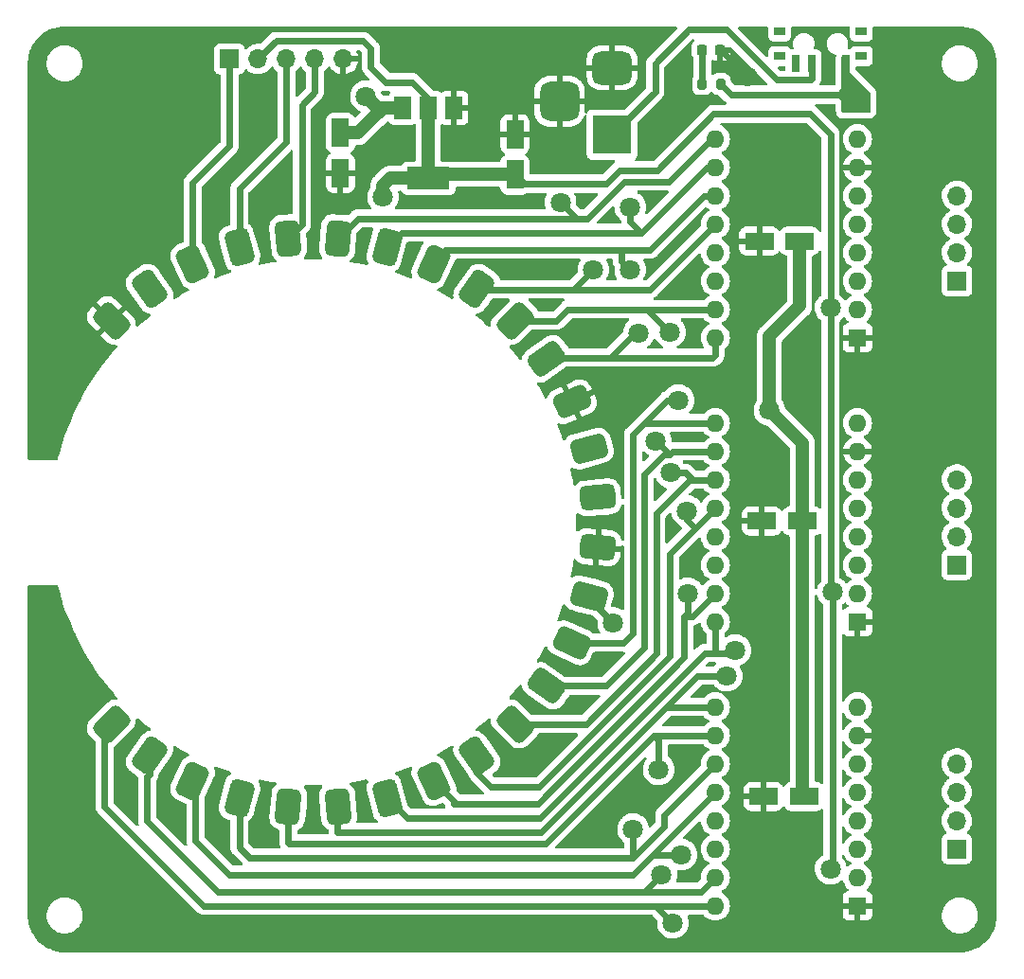
<source format=gbr>
%TF.GenerationSoftware,KiCad,Pcbnew,(6.0.9)*%
%TF.CreationDate,2023-01-29T03:00:28+01:00*%
%TF.ProjectId,Pi Pico Stepper controller,50692050-6963-46f2-9053-746570706572,0.1*%
%TF.SameCoordinates,Original*%
%TF.FileFunction,Copper,L1,Top*%
%TF.FilePolarity,Positive*%
%FSLAX46Y46*%
G04 Gerber Fmt 4.6, Leading zero omitted, Abs format (unit mm)*
G04 Created by KiCad (PCBNEW (6.0.9)) date 2023-01-29 03:00:28*
%MOMM*%
%LPD*%
G01*
G04 APERTURE LIST*
G04 Aperture macros list*
%AMRoundRect*
0 Rectangle with rounded corners*
0 $1 Rounding radius*
0 $2 $3 $4 $5 $6 $7 $8 $9 X,Y pos of 4 corners*
0 Add a 4 corners polygon primitive as box body*
4,1,4,$2,$3,$4,$5,$6,$7,$8,$9,$2,$3,0*
0 Add four circle primitives for the rounded corners*
1,1,$1+$1,$2,$3*
1,1,$1+$1,$4,$5*
1,1,$1+$1,$6,$7*
1,1,$1+$1,$8,$9*
0 Add four rect primitives between the rounded corners*
20,1,$1+$1,$2,$3,$4,$5,0*
20,1,$1+$1,$4,$5,$6,$7,0*
20,1,$1+$1,$6,$7,$8,$9,0*
20,1,$1+$1,$8,$9,$2,$3,0*%
G04 Aperture macros list end*
%TA.AperFunction,SMDPad,CuDef*%
%ADD10RoundRect,0.250000X0.550000X-1.050000X0.550000X1.050000X-0.550000X1.050000X-0.550000X-1.050000X0*%
%TD*%
%TA.AperFunction,ComponentPad*%
%ADD11R,1.700000X1.700000*%
%TD*%
%TA.AperFunction,ComponentPad*%
%ADD12O,1.700000X1.700000*%
%TD*%
%TA.AperFunction,SMDPad,CuDef*%
%ADD13RoundRect,0.218750X0.218750X0.256250X-0.218750X0.256250X-0.218750X-0.256250X0.218750X-0.256250X0*%
%TD*%
%TA.AperFunction,SMDPad,CuDef*%
%ADD14RoundRect,0.250000X1.050000X0.550000X-1.050000X0.550000X-1.050000X-0.550000X1.050000X-0.550000X0*%
%TD*%
%TA.AperFunction,ComponentPad*%
%ADD15R,1.600000X1.600000*%
%TD*%
%TA.AperFunction,ComponentPad*%
%ADD16O,1.600000X1.600000*%
%TD*%
%TA.AperFunction,SMDPad,CuDef*%
%ADD17R,1.500000X2.000000*%
%TD*%
%TA.AperFunction,SMDPad,CuDef*%
%ADD18R,3.800000X2.000000*%
%TD*%
%TA.AperFunction,ComponentPad*%
%ADD19RoundRect,0.550000X-0.353158X-1.131494X1.131247X0.353948X0.353158X1.131494X-1.131247X-0.353948X0*%
%TD*%
%TA.AperFunction,ComponentPad*%
%ADD20RoundRect,0.550000X-0.151311X-1.175630X1.052599X0.545010X0.151311X1.175630X-1.052599X-0.545010X0*%
%TD*%
%TA.AperFunction,ComponentPad*%
%ADD21RoundRect,0.550000X0.055133X-1.184044X0.941967X0.719512X-0.055133X1.184044X-0.941967X-0.719512X0*%
%TD*%
%TA.AperFunction,ComponentPad*%
%ADD22RoundRect,0.550000X0.259903X-1.156482X0.802715X0.872152X-0.259903X1.156482X-0.802715X-0.872152X0*%
%TD*%
%TA.AperFunction,ComponentPad*%
%ADD23RoundRect,0.550000X0.456775X-1.093781X0.639072X0.998292X-0.456775X1.093781X-0.639072X-0.998292X0*%
%TD*%
%TA.AperFunction,ComponentPad*%
%ADD24RoundRect,0.550000X0.639769X-0.997846X0.456012X1.094099X-0.639769X0.997846X-0.456012X-1.094099X0*%
%TD*%
%TA.AperFunction,ComponentPad*%
%ADD25RoundRect,0.550000X0.803323X-0.871591X0.259095X1.156663X-0.803323X0.871591X-0.259095X-1.156663X0*%
%TD*%
%TA.AperFunction,ComponentPad*%
%ADD26RoundRect,0.550000X0.942469X-0.718854X0.054307X1.184082X-0.942469X0.718854X-0.054307X-1.184082X0*%
%TD*%
%TA.AperFunction,ComponentPad*%
%ADD27RoundRect,0.550000X1.052979X-0.544275X-0.152132X1.175524X-1.052979X0.544275X0.152132X-1.175524X0*%
%TD*%
%TA.AperFunction,ComponentPad*%
%ADD28RoundRect,0.550000X1.131494X-0.353158X-0.353948X1.131247X-1.131494X0.353158X0.353948X-1.131247X0*%
%TD*%
%TA.AperFunction,ComponentPad*%
%ADD29RoundRect,0.550000X1.175630X-0.151311X-0.545010X1.052599X-1.175630X0.151311X0.545010X-1.052599X0*%
%TD*%
%TA.AperFunction,ComponentPad*%
%ADD30RoundRect,0.550000X1.184044X0.055133X-0.719512X0.941967X-1.184044X-0.055133X0.719512X-0.941967X0*%
%TD*%
%TA.AperFunction,ComponentPad*%
%ADD31RoundRect,0.550000X1.156482X0.259903X-0.872152X0.802715X-1.156482X-0.259903X0.872152X-0.802715X0*%
%TD*%
%TA.AperFunction,ComponentPad*%
%ADD32RoundRect,0.550000X1.093781X0.456775X-0.998292X0.639072X-1.093781X-0.456775X0.998292X-0.639072X0*%
%TD*%
%TA.AperFunction,ComponentPad*%
%ADD33RoundRect,0.550000X0.997846X0.639769X-1.094099X0.456012X-0.997846X-0.639769X1.094099X-0.456012X0*%
%TD*%
%TA.AperFunction,ComponentPad*%
%ADD34RoundRect,0.550000X0.871591X0.803323X-1.156663X0.259095X-0.871591X-0.803323X1.156663X-0.259095X0*%
%TD*%
%TA.AperFunction,ComponentPad*%
%ADD35RoundRect,0.550000X0.718854X0.942469X-1.184082X0.054307X-0.718854X-0.942469X1.184082X-0.054307X0*%
%TD*%
%TA.AperFunction,ComponentPad*%
%ADD36RoundRect,0.550000X0.544275X1.052979X-1.175524X-0.152132X-0.544275X-1.052979X1.175524X0.152132X0*%
%TD*%
%TA.AperFunction,ComponentPad*%
%ADD37RoundRect,0.550000X0.353158X1.131494X-1.131247X-0.353948X-0.353158X-1.131494X1.131247X0.353948X0*%
%TD*%
%TA.AperFunction,ComponentPad*%
%ADD38RoundRect,0.550000X0.151311X1.175630X-1.052599X-0.545010X-0.151311X-1.175630X1.052599X0.545010X0*%
%TD*%
%TA.AperFunction,ComponentPad*%
%ADD39RoundRect,0.550000X-0.055133X1.184044X-0.941967X-0.719512X0.055133X-1.184044X0.941967X0.719512X0*%
%TD*%
%TA.AperFunction,ComponentPad*%
%ADD40RoundRect,0.550000X-0.259903X1.156482X-0.802715X-0.872152X0.259903X-1.156482X0.802715X0.872152X0*%
%TD*%
%TA.AperFunction,ComponentPad*%
%ADD41RoundRect,0.550000X-0.456775X1.093781X-0.639072X-0.998292X0.456775X-1.093781X0.639072X0.998292X0*%
%TD*%
%TA.AperFunction,ComponentPad*%
%ADD42RoundRect,0.550000X-0.639769X0.997846X-0.456012X-1.094099X0.639769X-0.997846X0.456012X1.094099X0*%
%TD*%
%TA.AperFunction,ComponentPad*%
%ADD43RoundRect,0.550000X-0.803323X0.871591X-0.259095X-1.156663X0.803323X-0.871591X0.259095X1.156663X0*%
%TD*%
%TA.AperFunction,ComponentPad*%
%ADD44RoundRect,0.550000X-0.942469X0.718854X-0.054307X-1.184082X0.942469X-0.718854X0.054307X1.184082X0*%
%TD*%
%TA.AperFunction,ComponentPad*%
%ADD45RoundRect,0.550000X-1.052979X0.544275X0.152132X-1.175524X1.052979X-0.544275X-0.152132X1.175524X0*%
%TD*%
%TA.AperFunction,ComponentPad*%
%ADD46RoundRect,0.550000X-1.131494X0.353158X0.353948X-1.131247X1.131494X-0.353158X-0.353948X1.131247X0*%
%TD*%
%TA.AperFunction,SMDPad,CuDef*%
%ADD47RoundRect,0.200000X0.200000X0.275000X-0.200000X0.275000X-0.200000X-0.275000X0.200000X-0.275000X0*%
%TD*%
%TA.AperFunction,SMDPad,CuDef*%
%ADD48RoundRect,0.250000X-0.550000X1.050000X-0.550000X-1.050000X0.550000X-1.050000X0.550000X1.050000X0*%
%TD*%
%TA.AperFunction,ComponentPad*%
%ADD49R,3.500000X3.500000*%
%TD*%
%TA.AperFunction,ComponentPad*%
%ADD50RoundRect,0.750000X-1.000000X0.750000X-1.000000X-0.750000X1.000000X-0.750000X1.000000X0.750000X0*%
%TD*%
%TA.AperFunction,ComponentPad*%
%ADD51RoundRect,0.875000X-0.875000X0.875000X-0.875000X-0.875000X0.875000X-0.875000X0.875000X0.875000X0*%
%TD*%
%TA.AperFunction,SMDPad,CuDef*%
%ADD52R,1.000000X0.800000*%
%TD*%
%TA.AperFunction,SMDPad,CuDef*%
%ADD53R,0.700000X1.500000*%
%TD*%
%TA.AperFunction,ViaPad*%
%ADD54C,1.800000*%
%TD*%
%TA.AperFunction,Conductor*%
%ADD55C,0.600000*%
%TD*%
%TA.AperFunction,Conductor*%
%ADD56C,1.200000*%
%TD*%
G04 APERTURE END LIST*
D10*
%TO.P,C5,1*%
%TO.N,+3.3V*%
X144399000Y-60753400D03*
%TO.P,C5,2*%
%TO.N,GND*%
X144399000Y-57153400D03*
%TD*%
D11*
%TO.P,STEPPER3,1,Pin_1*%
%TO.N,Net-(A3-Pad3)*%
X183896000Y-70256400D03*
D12*
%TO.P,STEPPER3,2,Pin_2*%
%TO.N,Net-(A3-Pad4)*%
X183896000Y-67716400D03*
%TO.P,STEPPER3,3,Pin_3*%
%TO.N,Net-(A3-Pad5)*%
X183896000Y-65176400D03*
%TO.P,STEPPER3,4,Pin_4*%
%TO.N,Net-(A3-Pad6)*%
X183896000Y-62636400D03*
%TD*%
D13*
%TO.P,D1,1,K*%
%TO.N,GND*%
X162696000Y-49606400D03*
%TO.P,D1,2,A*%
%TO.N,Net-(D1-Pad2)*%
X161121000Y-49606400D03*
%TD*%
D14*
%TO.P,C1,1*%
%TO.N,+12V*%
X170202000Y-116357400D03*
%TO.P,C1,2*%
%TO.N,GND*%
X166602000Y-116357400D03*
%TD*%
D15*
%TO.P,A2,1,GND*%
%TO.N,GND*%
X174996000Y-100736400D03*
D16*
%TO.P,A2,2,VDD*%
%TO.N,+3.3V*%
X174996000Y-98196400D03*
%TO.P,A2,3,1B*%
%TO.N,Net-(A2-Pad3)*%
X174996000Y-95656400D03*
%TO.P,A2,4,1A*%
%TO.N,Net-(A2-Pad4)*%
X174996000Y-93116400D03*
%TO.P,A2,5,2A*%
%TO.N,Net-(A2-Pad5)*%
X174996000Y-90576400D03*
%TO.P,A2,6,2B*%
%TO.N,Net-(A2-Pad6)*%
X174996000Y-88036400D03*
%TO.P,A2,7,GND*%
%TO.N,GND*%
X174996000Y-85496400D03*
%TO.P,A2,8,VMOT*%
%TO.N,+12V*%
X174996000Y-82956400D03*
%TO.P,A2,9,~{ENABLE}*%
%TO.N,/M2_ENABLE*%
X162296000Y-82956400D03*
%TO.P,A2,10,MS1*%
%TO.N,/M2_MS1*%
X162296000Y-85496400D03*
%TO.P,A2,11,MS2*%
%TO.N,/M2_MS2*%
X162296000Y-88036400D03*
%TO.P,A2,12,MS3*%
%TO.N,/M2_MS3*%
X162296000Y-90576400D03*
%TO.P,A2,13,~{RESET}*%
%TO.N,Net-(A2-Pad13)*%
X162296000Y-93116400D03*
%TO.P,A2,14,~{SLEEP}*%
X162296000Y-95656400D03*
%TO.P,A2,15,STEP*%
%TO.N,/M2_STEP*%
X162296000Y-98196400D03*
%TO.P,A2,16,DIR*%
%TO.N,/M2_DIR*%
X162296000Y-100736400D03*
%TD*%
D15*
%TO.P,A3,1,GND*%
%TO.N,GND*%
X174996000Y-75336400D03*
D16*
%TO.P,A3,2,VDD*%
%TO.N,+3.3V*%
X174996000Y-72796400D03*
%TO.P,A3,3,1B*%
%TO.N,Net-(A3-Pad3)*%
X174996000Y-70256400D03*
%TO.P,A3,4,1A*%
%TO.N,Net-(A3-Pad4)*%
X174996000Y-67716400D03*
%TO.P,A3,5,2A*%
%TO.N,Net-(A3-Pad5)*%
X174996000Y-65176400D03*
%TO.P,A3,6,2B*%
%TO.N,Net-(A3-Pad6)*%
X174996000Y-62636400D03*
%TO.P,A3,7,GND*%
%TO.N,GND*%
X174996000Y-60096400D03*
%TO.P,A3,8,VMOT*%
%TO.N,+12V*%
X174996000Y-57556400D03*
%TO.P,A3,9,~{ENABLE}*%
%TO.N,/M3_ENABLE*%
X162296000Y-57556400D03*
%TO.P,A3,10,MS1*%
%TO.N,/M3_MS1*%
X162296000Y-60096400D03*
%TO.P,A3,11,MS2*%
%TO.N,/M3_MS2*%
X162296000Y-62636400D03*
%TO.P,A3,12,MS3*%
%TO.N,/M3_MS3*%
X162296000Y-65176400D03*
%TO.P,A3,13,~{RESET}*%
%TO.N,Net-(A3-Pad13)*%
X162296000Y-67716400D03*
%TO.P,A3,14,~{SLEEP}*%
X162296000Y-70256400D03*
%TO.P,A3,15,STEP*%
%TO.N,/M3_STEP*%
X162296000Y-72796400D03*
%TO.P,A3,16,DIR*%
%TO.N,/M3_DIR*%
X162296000Y-75336400D03*
%TD*%
D15*
%TO.P,A1,1,GND*%
%TO.N,GND*%
X174996000Y-126136400D03*
D16*
%TO.P,A1,2,VDD*%
%TO.N,+3.3V*%
X174996000Y-123596400D03*
%TO.P,A1,3,1B*%
%TO.N,Net-(A1-Pad3)*%
X174996000Y-121056400D03*
%TO.P,A1,4,1A*%
%TO.N,Net-(A1-Pad4)*%
X174996000Y-118516400D03*
%TO.P,A1,5,2A*%
%TO.N,Net-(A1-Pad5)*%
X174996000Y-115976400D03*
%TO.P,A1,6,2B*%
%TO.N,Net-(A1-Pad6)*%
X174996000Y-113436400D03*
%TO.P,A1,7,GND*%
%TO.N,GND*%
X174996000Y-110896400D03*
%TO.P,A1,8,VMOT*%
%TO.N,+12V*%
X174996000Y-108356400D03*
%TO.P,A1,9,~{ENABLE}*%
%TO.N,/M1_ENABLE*%
X162296000Y-108356400D03*
%TO.P,A1,10,MS1*%
%TO.N,/MS1*%
X162296000Y-110896400D03*
%TO.P,A1,11,MS2*%
%TO.N,/MS2*%
X162296000Y-113436400D03*
%TO.P,A1,12,MS3*%
%TO.N,/MS3*%
X162296000Y-115976400D03*
%TO.P,A1,13,~{RESET}*%
%TO.N,Net-(A1-Pad13)*%
X162296000Y-118516400D03*
%TO.P,A1,14,~{SLEEP}*%
X162296000Y-121056400D03*
%TO.P,A1,15,STEP*%
%TO.N,/M1_STEP*%
X162296000Y-123596400D03*
%TO.P,A1,16,DIR*%
%TO.N,/M1_DIR*%
X162296000Y-126136400D03*
%TD*%
D14*
%TO.P,C2,1*%
%TO.N,+12V*%
X170053000Y-91719400D03*
%TO.P,C2,2*%
%TO.N,GND*%
X166453000Y-91719400D03*
%TD*%
D17*
%TO.P,U2,1,GND*%
%TO.N,GND*%
X138952000Y-54787400D03*
D18*
%TO.P,U2,2,VO*%
%TO.N,+3.3V*%
X136652000Y-61087400D03*
D17*
X136652000Y-54787400D03*
%TO.P,U2,3,VI*%
%TO.N,+12V*%
X134352000Y-54787400D03*
%TD*%
D11*
%TO.P,MISC5,1,Pin_1*%
%TO.N,Net-(MISC5-Pad1)*%
X118872000Y-50419400D03*
D12*
%TO.P,MISC5,2,Pin_2*%
%TO.N,+3.3V*%
X121412000Y-50419400D03*
%TO.P,MISC5,3,Pin_3*%
%TO.N,Net-(MISC5-Pad3)*%
X123952000Y-50419400D03*
%TO.P,MISC5,4,Pin_4*%
%TO.N,Net-(MISC5-Pad4)*%
X126492000Y-50419400D03*
%TO.P,MISC5,5,Pin_5*%
%TO.N,GND*%
X129032000Y-50419400D03*
%TD*%
D19*
%TO.P,U1,1,IO0*%
%TO.N,/M1_DIR*%
X108317000Y-109880400D03*
D20*
%TO.P,U1,2,IO1*%
%TO.N,/M1_STEP*%
X111722548Y-112737994D03*
D21*
%TO.P,U1,3,IO6*%
%TO.N,/MS3*%
X115572575Y-114960808D03*
D22*
%TO.P,U1,4,IO7*%
%TO.N,/MS2*%
X119750098Y-116481302D03*
D23*
%TO.P,U1,5,IO9*%
%TO.N,/MS1*%
X124128186Y-117253277D03*
D24*
%TO.P,U1,6,IO10*%
%TO.N,/M1_ENABLE*%
X128573814Y-117253277D03*
D25*
%TO.P,U1,7,IO11*%
%TO.N,/M2_DIR*%
X132951902Y-116481302D03*
D26*
%TO.P,U1,8,IO12*%
%TO.N,/M2_STEP*%
X137129425Y-114960808D03*
D27*
%TO.P,U1,9,IO13*%
%TO.N,/M2_MS3*%
X140979452Y-112737994D03*
D28*
%TO.P,U1,10,IO14*%
%TO.N,/M2_MS2*%
X144385000Y-109880400D03*
D29*
%TO.P,U1,11,IO15*%
%TO.N,/M2_MS1*%
X147242594Y-106474852D03*
D30*
%TO.P,U1,12,IO16*%
%TO.N,/M2_ENABLE*%
X149465408Y-102624825D03*
D31*
%TO.P,U1,13,+3.3*%
%TO.N,+3.3V*%
X150985902Y-98447302D03*
D32*
%TO.P,U1,14,GND*%
%TO.N,GND*%
X151757877Y-94069214D03*
D33*
%TO.P,U1,15,VIN/VBUS*%
%TO.N,unconnected-(U1-Pad15)*%
X151757877Y-89623586D03*
D34*
%TO.P,U1,16,BAT+*%
%TO.N,unconnected-(U1-Pad16)*%
X150985902Y-85245498D03*
D35*
%TO.P,U1,17,GND*%
%TO.N,GND*%
X149465408Y-81067975D03*
D36*
%TO.P,U1,18,IO17*%
%TO.N,/M3_DIR*%
X147242594Y-77217948D03*
D37*
%TO.P,U1,19,IO18*%
%TO.N,/M3_STEP*%
X144385000Y-73812400D03*
D38*
%TO.P,U1,20,IO19*%
%TO.N,/M3_MS3*%
X140979452Y-70954806D03*
D39*
%TO.P,U1,21,IO20*%
%TO.N,/M3_MS2*%
X137129425Y-68731992D03*
D40*
%TO.P,U1,22,IO21*%
%TO.N,/M3_MS1*%
X132951902Y-67211498D03*
D41*
%TO.P,U1,23,IO22*%
%TO.N,/M3_ENABLE*%
X128573814Y-66439523D03*
D42*
%TO.P,U1,24,IO23*%
%TO.N,Net-(MISC5-Pad4)*%
X124128186Y-66439523D03*
D43*
%TO.P,U1,25,A2*%
%TO.N,Net-(MISC5-Pad3)*%
X119750098Y-67211498D03*
D44*
%TO.P,U1,26,A3*%
%TO.N,Net-(MISC5-Pad1)*%
X115572575Y-68731992D03*
D45*
%TO.P,U1,27,RS*%
%TO.N,unconnected-(U1-Pad27)*%
X111722548Y-70954806D03*
D46*
%TO.P,U1,28,GND*%
%TO.N,GND*%
X108317000Y-73812400D03*
%TD*%
D47*
%TO.P,R1,1*%
%TO.N,+12V*%
X162771000Y-52654400D03*
%TO.P,R1,2*%
%TO.N,Net-(D1-Pad2)*%
X161121000Y-52654400D03*
%TD*%
D48*
%TO.P,C4,1*%
%TO.N,+12V*%
X128778000Y-57026400D03*
%TO.P,C4,2*%
%TO.N,GND*%
X128778000Y-60626400D03*
%TD*%
D49*
%TO.P,J4,1*%
%TO.N,Net-(J4-Pad1)*%
X153060400Y-57200800D03*
D50*
%TO.P,J4,2*%
%TO.N,GND*%
X153060400Y-51200800D03*
D51*
%TO.P,J4,3*%
X148360400Y-54200800D03*
%TD*%
D52*
%TO.P,SW1,*%
%TO.N,*%
X175346000Y-50161400D03*
X175346000Y-47951400D03*
X168046000Y-50161400D03*
X168046000Y-47951400D03*
D53*
%TO.P,SW1,1,A*%
%TO.N,+12V*%
X173946000Y-50811400D03*
%TO.P,SW1,2,B*%
%TO.N,Net-(J4-Pad1)*%
X170946000Y-50811400D03*
%TO.P,SW1,3,C*%
%TO.N,unconnected-(SW1-Pad3)*%
X169446000Y-50811400D03*
%TD*%
D11*
%TO.P,STEPPER2,1,Pin_1*%
%TO.N,Net-(A2-Pad3)*%
X183871000Y-95646400D03*
D12*
%TO.P,STEPPER2,2,Pin_2*%
%TO.N,Net-(A2-Pad4)*%
X183871000Y-93106400D03*
%TO.P,STEPPER2,3,Pin_3*%
%TO.N,Net-(A2-Pad5)*%
X183871000Y-90566400D03*
%TO.P,STEPPER2,4,Pin_4*%
%TO.N,Net-(A2-Pad6)*%
X183871000Y-88026400D03*
%TD*%
D14*
%TO.P,C3,1*%
%TO.N,+12V*%
X169821000Y-66700400D03*
%TO.P,C3,2*%
%TO.N,GND*%
X166221000Y-66700400D03*
%TD*%
D11*
%TO.P,STEPPER1,1,Pin_1*%
%TO.N,Net-(A1-Pad3)*%
X183871000Y-121046400D03*
D12*
%TO.P,STEPPER1,2,Pin_2*%
%TO.N,Net-(A1-Pad4)*%
X183871000Y-118506400D03*
%TO.P,STEPPER1,3,Pin_3*%
%TO.N,Net-(A1-Pad5)*%
X183871000Y-115966400D03*
%TO.P,STEPPER1,4,Pin_4*%
%TO.N,Net-(A1-Pad6)*%
X183871000Y-113426400D03*
%TD*%
D54*
%TO.N,GND*%
X165150800Y-51968400D03*
%TO.N,+3.3V*%
X172587500Y-72669400D03*
X132588000Y-62738000D03*
X172593000Y-122834400D03*
X153162000Y-100838000D03*
X172778000Y-98069400D03*
%TO.N,+12V*%
X167132000Y-81813400D03*
X131064000Y-53746400D03*
X174196000Y-53606400D03*
%TO.N,/MS1*%
X157226000Y-113944400D03*
%TO.N,/MS2*%
X154940000Y-119278400D03*
%TO.N,/MS3*%
X159258000Y-121564400D03*
%TO.N,/M1_STEP*%
X157480000Y-123342400D03*
%TO.N,/M1_DIR*%
X158496000Y-127660400D03*
%TO.N,/M2_STEP*%
X159841500Y-98196400D03*
%TO.N,/M2_DIR*%
X164084000Y-103276400D03*
%TO.N,/M3_STEP*%
X158242000Y-74828400D03*
%TO.N,/M3_DIR*%
X155448000Y-74930000D03*
%TO.N,/M1_ENABLE*%
X163322000Y-105562400D03*
%TO.N,/M2_ENABLE*%
X159004000Y-80924400D03*
%TO.N,/M2_MS1*%
X156972000Y-84555900D03*
%TO.N,/M2_MS2*%
X158319268Y-87427168D03*
%TO.N,/M2_MS3*%
X159766000Y-90830400D03*
%TO.N,/M3_ENABLE*%
X148463000Y-63246000D03*
%TO.N,/M3_MS1*%
X154686000Y-63652400D03*
%TO.N,/M3_MS2*%
X154686000Y-69240400D03*
%TO.N,/M3_MS3*%
X151384000Y-69240400D03*
%TD*%
D55*
%TO.N,GND*%
X162696000Y-49606400D02*
X162788800Y-49606400D01*
X162788800Y-49606400D02*
X165150800Y-51968400D01*
%TO.N,+3.3V*%
X121412000Y-50419400D02*
X123038000Y-48793400D01*
X136652000Y-53937400D02*
X136652000Y-54787400D01*
X172587500Y-72669400D02*
X172587500Y-57122591D01*
X131496000Y-51130400D02*
X132842000Y-52476400D01*
X130810000Y-48793400D02*
X131496000Y-49479400D01*
X150985902Y-98661902D02*
X153162000Y-100838000D01*
X172778000Y-98069400D02*
X172778000Y-122395400D01*
X132842000Y-52476400D02*
X135191000Y-52476400D01*
X162143000Y-55306400D02*
X157083000Y-60366400D01*
D56*
X136652000Y-54787400D02*
X136652000Y-61087400D01*
D55*
X172593000Y-122580400D02*
X172593000Y-122834400D01*
X152535186Y-61569600D02*
X145215200Y-61569600D01*
X135191000Y-52476400D02*
X136652000Y-53937400D01*
X145215200Y-61569600D02*
X144399000Y-60753400D01*
X172778000Y-122395400D02*
X172720000Y-122453400D01*
X157083000Y-60366400D02*
X153738386Y-60366400D01*
X153738386Y-60366400D02*
X152535186Y-61569600D01*
X172587500Y-97878900D02*
X172778000Y-98069400D01*
X123038000Y-48793400D02*
X130810000Y-48793400D01*
D56*
X133222600Y-61087400D02*
X136652000Y-61087400D01*
D55*
X172587500Y-57122591D02*
X170771309Y-55306400D01*
X131496000Y-49479400D02*
X131496000Y-51130400D01*
X172587500Y-72669400D02*
X172587500Y-97878900D01*
X150985902Y-98447302D02*
X150985902Y-98661902D01*
X172720000Y-122453400D02*
X172593000Y-122580400D01*
D56*
X144399000Y-60753400D02*
X136986000Y-60753400D01*
X132588000Y-62738000D02*
X132588000Y-61722000D01*
X132588000Y-61722000D02*
X133222600Y-61087400D01*
D55*
X170771309Y-55306400D02*
X162143000Y-55306400D01*
D56*
X136986000Y-60753400D02*
X136652000Y-61087400D01*
%TO.N,+12V*%
X167132000Y-81813400D02*
X170053000Y-84734400D01*
X132105000Y-54787400D02*
X131064000Y-53746400D01*
X128778000Y-57026400D02*
X130324000Y-57026400D01*
X131953000Y-55397400D02*
X131978000Y-55422400D01*
X170053000Y-84734400D02*
X170053000Y-91719400D01*
D55*
X163723000Y-53606400D02*
X162771000Y-52654400D01*
D56*
X170053000Y-116208400D02*
X170202000Y-116357400D01*
D55*
X174196000Y-53606400D02*
X163723000Y-53606400D01*
D56*
X170053000Y-91719400D02*
X170053000Y-116208400D01*
X167132000Y-81813400D02*
X167132000Y-75209400D01*
X130324000Y-57026400D02*
X131953000Y-55397400D01*
X131978000Y-55422400D02*
X132613000Y-54787400D01*
X134352000Y-54787400D02*
X132105000Y-54787400D01*
X132613000Y-54787400D02*
X134352000Y-54787400D01*
D55*
X173946000Y-50811400D02*
X173946000Y-53356400D01*
D56*
X167132000Y-75209400D02*
X169821000Y-72520400D01*
D55*
X173946000Y-53356400D02*
X174196000Y-53606400D01*
D56*
X169821000Y-72520400D02*
X169821000Y-66700400D01*
D55*
%TO.N,/MS1*%
X157226000Y-111335544D02*
X156786856Y-110896400D01*
X124128186Y-117253277D02*
X124128186Y-120470586D01*
X124206000Y-120548400D02*
X147134856Y-120548400D01*
X124128186Y-120470586D02*
X124206000Y-120548400D01*
X156786856Y-110896400D02*
X162296000Y-110896400D01*
X147134856Y-120548400D02*
X156786856Y-110896400D01*
X157226000Y-113944400D02*
X157226000Y-111335544D01*
%TO.N,/MS2*%
X157734000Y-119024400D02*
X154940000Y-121818400D01*
X162296000Y-113436400D02*
X157734000Y-117998400D01*
X154940000Y-119278400D02*
X154940000Y-121818400D01*
X119750098Y-120918498D02*
X119750098Y-116481302D01*
X120650000Y-121818400D02*
X119750098Y-120918498D01*
X154940000Y-121818400D02*
X120650000Y-121818400D01*
X157734000Y-117998400D02*
X157734000Y-119024400D01*
%TO.N,/MS3*%
X154930000Y-123342400D02*
X162296000Y-115976400D01*
X115824000Y-115212233D02*
X115824000Y-120294400D01*
X118872000Y-123342400D02*
X154930000Y-123342400D01*
X115572575Y-114960808D02*
X115824000Y-115212233D01*
X115824000Y-120294400D02*
X118872000Y-123342400D01*
X159258000Y-121564400D02*
X156718000Y-121564400D01*
%TO.N,/M1_STEP*%
X111506000Y-114594573D02*
X111506000Y-118516400D01*
X111722548Y-114378025D02*
X111506000Y-114594573D01*
X117856000Y-124866400D02*
X155956000Y-124866400D01*
X157480000Y-123342400D02*
X155956000Y-124866400D01*
X111722548Y-112737994D02*
X111722548Y-114378025D01*
X111506000Y-118516400D02*
X117856000Y-124866400D01*
X155956000Y-124866400D02*
X161026000Y-124866400D01*
X161026000Y-124866400D02*
X162296000Y-123596400D01*
%TO.N,/M1_DIR*%
X158496000Y-127660400D02*
X157226000Y-126390400D01*
X157226000Y-126136400D02*
X162296000Y-126136400D01*
X116586000Y-126136400D02*
X157226000Y-126136400D01*
X157226000Y-126390400D02*
X157226000Y-126136400D01*
X107696000Y-110501400D02*
X107696000Y-117246400D01*
X108317000Y-109880400D02*
X107696000Y-110501400D01*
X107696000Y-117246400D02*
X116586000Y-126136400D01*
%TO.N,/M2_STEP*%
X159841500Y-98196400D02*
X159841500Y-99898900D01*
X146448214Y-116992400D02*
X159512000Y-103928614D01*
X160264000Y-100228400D02*
X162296000Y-98196400D01*
X159512000Y-100228400D02*
X160264000Y-100228400D01*
X138938000Y-116769383D02*
X138938000Y-116992400D01*
X138938000Y-116992400D02*
X146448214Y-116992400D01*
X137129425Y-114960808D02*
X138938000Y-116769383D01*
X159512000Y-103928614D02*
X159512000Y-100228400D01*
X159841500Y-99898900D02*
X159512000Y-100228400D01*
%TO.N,/M2_DIR*%
X134733000Y-118262400D02*
X146592428Y-118262400D01*
X162296000Y-103540400D02*
X162296000Y-100736400D01*
X132951902Y-116481302D02*
X134733000Y-118262400D01*
X163820000Y-103540400D02*
X162296000Y-103540400D01*
X161314428Y-103540400D02*
X162296000Y-103540400D01*
X146592428Y-118262400D02*
X161314428Y-103540400D01*
X164084000Y-103276400D02*
X163820000Y-103540400D01*
%TO.N,/M3_STEP*%
X149098000Y-72796400D02*
X156464000Y-72796400D01*
X148082000Y-73812400D02*
X149098000Y-72796400D01*
X158242000Y-74828400D02*
X156464000Y-73050400D01*
X156464000Y-73050400D02*
X156464000Y-72796400D01*
X144385000Y-73812400D02*
X148082000Y-73812400D01*
X156464000Y-72796400D02*
X162296000Y-72796400D01*
%TO.N,/M3_DIR*%
X152908000Y-77114400D02*
X162052000Y-77114400D01*
X162296000Y-76870400D02*
X162296000Y-75336400D01*
X147242594Y-77217948D02*
X147346142Y-77114400D01*
X162052000Y-77114400D02*
X162296000Y-76870400D01*
X155448000Y-74930000D02*
X155092400Y-74930000D01*
X155092400Y-74930000D02*
X152908000Y-77114400D01*
X147346142Y-77114400D02*
X152908000Y-77114400D01*
%TO.N,Net-(D1-Pad2)*%
X161121000Y-49606400D02*
X161121000Y-52654400D01*
%TO.N,Net-(J4-Pad1)*%
X170946000Y-50811400D02*
X170946000Y-52161400D01*
X163296000Y-47806400D02*
X159914800Y-47806400D01*
X170946000Y-52161400D02*
X170846000Y-52261400D01*
X156921200Y-53340000D02*
X153060400Y-57200800D01*
X156921200Y-50800000D02*
X156921200Y-53340000D01*
X159914800Y-47806400D02*
X156921200Y-50800000D01*
X167751000Y-52261400D02*
X163296000Y-47806400D01*
X170846000Y-52261400D02*
X167751000Y-52261400D01*
%TO.N,/M1_ENABLE*%
X163322000Y-105562400D02*
X160706642Y-105562400D01*
X162296000Y-108356400D02*
X157912642Y-108356400D01*
X160706642Y-105562400D02*
X157912642Y-108356400D01*
X128524000Y-117303091D02*
X128573814Y-117253277D01*
X146736642Y-119532400D02*
X128524000Y-119532400D01*
X157912642Y-108356400D02*
X146736642Y-119532400D01*
X128524000Y-119532400D02*
X128524000Y-117303091D01*
%TO.N,/M2_ENABLE*%
X162296000Y-82956400D02*
X155956000Y-82956400D01*
X154940000Y-83972400D02*
X154940000Y-101752400D01*
X155956000Y-82956400D02*
X154940000Y-83972400D01*
X157988000Y-80924400D02*
X155956000Y-82956400D01*
X154940000Y-101752400D02*
X154067575Y-102624825D01*
X154067575Y-102624825D02*
X149465408Y-102624825D01*
X159004000Y-80924400D02*
X157988000Y-80924400D01*
%TO.N,/M2_MS1*%
X155956000Y-103022400D02*
X155956000Y-87528400D01*
X157047500Y-84555900D02*
X156972000Y-84555900D01*
X158242000Y-85750400D02*
X158496000Y-85496400D01*
X147242594Y-106474852D02*
X152503548Y-106474852D01*
X155956000Y-87528400D02*
X157734000Y-85750400D01*
X158242000Y-85750400D02*
X157047500Y-84555900D01*
X152503548Y-106474852D02*
X155956000Y-103022400D01*
X158496000Y-85496400D02*
X162296000Y-85496400D01*
X157734000Y-85750400D02*
X158242000Y-85750400D01*
%TO.N,/M2_MS2*%
X150731786Y-109880400D02*
X144385000Y-109880400D01*
X160020000Y-88036400D02*
X157026893Y-91029507D01*
X160274000Y-88036400D02*
X160020000Y-88036400D01*
X158319268Y-87427168D02*
X159664768Y-87427168D01*
X159664768Y-87427168D02*
X160274000Y-88036400D01*
X162296000Y-88036400D02*
X160274000Y-88036400D01*
X157026893Y-91029507D02*
X157026893Y-103585293D01*
X157026893Y-103585293D02*
X150731786Y-109880400D01*
%TO.N,/M2_MS3*%
X158242000Y-103784400D02*
X158242000Y-94630400D01*
X158242000Y-94630400D02*
X160523000Y-92349400D01*
X142240000Y-115468400D02*
X146558000Y-115468400D01*
X160523000Y-92349400D02*
X162296000Y-90576400D01*
X140979452Y-112737994D02*
X140979452Y-114207852D01*
X140979452Y-114207852D02*
X142240000Y-115468400D01*
X159766000Y-90830400D02*
X159766000Y-91592400D01*
X146558000Y-115468400D02*
X158242000Y-103784400D01*
X159766000Y-91592400D02*
X160523000Y-92349400D01*
%TO.N,/M3_ENABLE*%
X149885400Y-64668400D02*
X150850600Y-64668400D01*
X154152600Y-61366400D02*
X158136000Y-61366400D01*
X158136000Y-61366400D02*
X161946000Y-57556400D01*
X148463000Y-63246000D02*
X149885400Y-64668400D01*
X128573814Y-66439523D02*
X130344937Y-64668400D01*
X130344937Y-64668400D02*
X150850600Y-64668400D01*
X161946000Y-57556400D02*
X162296000Y-57556400D01*
X150850600Y-64668400D02*
X154152600Y-61366400D01*
%TO.N,/M3_MS1*%
X155702000Y-65938400D02*
X161544000Y-60096400D01*
X161544000Y-60096400D02*
X162296000Y-60096400D01*
X154686000Y-63652400D02*
X154686000Y-64922400D01*
X154686000Y-64922400D02*
X155702000Y-65938400D01*
X134225000Y-65938400D02*
X155702000Y-65938400D01*
X132951902Y-67211498D02*
X134225000Y-65938400D01*
%TO.N,/M3_MS2*%
X138176000Y-67462400D02*
X153924000Y-67462400D01*
X137129425Y-68508975D02*
X138176000Y-67462400D01*
X153924000Y-68478400D02*
X153924000Y-67462400D01*
X161290000Y-62636400D02*
X162296000Y-62636400D01*
X156464000Y-67462400D02*
X161290000Y-62636400D01*
X153924000Y-67462400D02*
X156464000Y-67462400D01*
X137129425Y-68731992D02*
X137129425Y-68508975D01*
X154686000Y-69240400D02*
X153924000Y-68478400D01*
%TO.N,/M3_MS3*%
X156464000Y-71018400D02*
X162296000Y-65186400D01*
X140979452Y-70954806D02*
X141043046Y-71018400D01*
X141043046Y-71018400D02*
X149352000Y-71018400D01*
X149606000Y-71018400D02*
X149352000Y-71018400D01*
X151384000Y-69240400D02*
X149606000Y-71018400D01*
X149352000Y-71018400D02*
X156464000Y-71018400D01*
X162296000Y-65186400D02*
X162296000Y-65176400D01*
%TO.N,Net-(MISC5-Pad1)*%
X115570000Y-61493400D02*
X115570000Y-68729417D01*
X118872000Y-58191400D02*
X115570000Y-61493400D01*
X115570000Y-68729417D02*
X115572575Y-68731992D01*
X118872000Y-50419400D02*
X118872000Y-58191400D01*
%TO.N,Net-(MISC5-Pad3)*%
X123952000Y-50419400D02*
X123952000Y-57810400D01*
X119750098Y-62012302D02*
X119750098Y-67211498D01*
X123952000Y-57810400D02*
X119750098Y-62012302D01*
%TO.N,Net-(MISC5-Pad4)*%
X126492000Y-50419400D02*
X126492000Y-53365400D01*
X126492000Y-53365400D02*
X125349000Y-54508400D01*
X125349000Y-65218709D02*
X124128186Y-66439523D01*
X125349000Y-54508400D02*
X125349000Y-65218709D01*
%TD*%
%TA.AperFunction,Conductor*%
%TO.N,+12V*%
G36*
X174262321Y-50083402D02*
G01*
X174308814Y-50137058D01*
X174320200Y-50189400D01*
X174320200Y-51587400D01*
X176137495Y-53404695D01*
X176171521Y-53467007D01*
X176174400Y-53493790D01*
X176174400Y-55093600D01*
X176154398Y-55161721D01*
X176100742Y-55208214D01*
X176048400Y-55219600D01*
X173709600Y-55219600D01*
X173641479Y-55199598D01*
X173594986Y-55145942D01*
X173583600Y-55093600D01*
X173583600Y-50189400D01*
X173603602Y-50121279D01*
X173657258Y-50074786D01*
X173709600Y-50063400D01*
X174194200Y-50063400D01*
X174262321Y-50083402D01*
G37*
%TD.AperFunction*%
%TD*%
%TA.AperFunction,Conductor*%
%TO.N,GND*%
G36*
X166979621Y-47518502D02*
G01*
X167026114Y-47572158D01*
X167037500Y-47624500D01*
X167037500Y-48399534D01*
X167044255Y-48461716D01*
X167095385Y-48598105D01*
X167182739Y-48714661D01*
X167299295Y-48802015D01*
X167435684Y-48853145D01*
X167497866Y-48859900D01*
X168594134Y-48859900D01*
X168656316Y-48853145D01*
X168792705Y-48802015D01*
X168909261Y-48714661D01*
X168996615Y-48598105D01*
X169047745Y-48461716D01*
X169054500Y-48399534D01*
X169054500Y-47624500D01*
X169074502Y-47556379D01*
X169128158Y-47509886D01*
X169180500Y-47498500D01*
X174211500Y-47498500D01*
X174279621Y-47518502D01*
X174326114Y-47572158D01*
X174337500Y-47624500D01*
X174337500Y-48399534D01*
X174344255Y-48461716D01*
X174395385Y-48598105D01*
X174482739Y-48714661D01*
X174599295Y-48802015D01*
X174735684Y-48853145D01*
X174797866Y-48859900D01*
X175894134Y-48859900D01*
X175956316Y-48853145D01*
X176092705Y-48802015D01*
X176209261Y-48714661D01*
X176296615Y-48598105D01*
X176347745Y-48461716D01*
X176354500Y-48399534D01*
X176354500Y-47624500D01*
X176374502Y-47556379D01*
X176428158Y-47509886D01*
X176480500Y-47498500D01*
X184100633Y-47498500D01*
X184120018Y-47500000D01*
X184134851Y-47502310D01*
X184134855Y-47502310D01*
X184143724Y-47503691D01*
X184162436Y-47501244D01*
X184185366Y-47500353D01*
X184488503Y-47516240D01*
X184501616Y-47517618D01*
X184746342Y-47556379D01*
X184829898Y-47569613D01*
X184842799Y-47572355D01*
X185104331Y-47642432D01*
X185163846Y-47658379D01*
X185176382Y-47662453D01*
X185309613Y-47713595D01*
X185486672Y-47781562D01*
X185498720Y-47786926D01*
X185794867Y-47937820D01*
X185806288Y-47944414D01*
X186085040Y-48125437D01*
X186095710Y-48133190D01*
X186354004Y-48342352D01*
X186363805Y-48351177D01*
X186598823Y-48586195D01*
X186607648Y-48595996D01*
X186816810Y-48854290D01*
X186824563Y-48864960D01*
X187005586Y-49143712D01*
X187012180Y-49155133D01*
X187163074Y-49451280D01*
X187168438Y-49463328D01*
X187274863Y-49740572D01*
X187287545Y-49773610D01*
X187291620Y-49786152D01*
X187324193Y-49907715D01*
X187377645Y-50107202D01*
X187380387Y-50120102D01*
X187427792Y-50419400D01*
X187432382Y-50448383D01*
X187433760Y-50461500D01*
X187449262Y-50757298D01*
X187447935Y-50783273D01*
X187447691Y-50784843D01*
X187447691Y-50784849D01*
X187446309Y-50793724D01*
X187447473Y-50802626D01*
X187447473Y-50802628D01*
X187450436Y-50825283D01*
X187451500Y-50841621D01*
X187451500Y-126950633D01*
X187450000Y-126970018D01*
X187447690Y-126984851D01*
X187447690Y-126984855D01*
X187446309Y-126993724D01*
X187447775Y-127004930D01*
X187448756Y-127012433D01*
X187449647Y-127035366D01*
X187435532Y-127304685D01*
X187433760Y-127338501D01*
X187432382Y-127351616D01*
X187416892Y-127449419D01*
X187380387Y-127679898D01*
X187377645Y-127692798D01*
X187304973Y-127964017D01*
X187291621Y-128013846D01*
X187287547Y-128026382D01*
X187228318Y-128180680D01*
X187168438Y-128336672D01*
X187163074Y-128348720D01*
X187012180Y-128644867D01*
X187005586Y-128656288D01*
X186824563Y-128935040D01*
X186816810Y-128945710D01*
X186607648Y-129204004D01*
X186598823Y-129213805D01*
X186363805Y-129448823D01*
X186354004Y-129457648D01*
X186095710Y-129666810D01*
X186085040Y-129674563D01*
X185806288Y-129855586D01*
X185794867Y-129862180D01*
X185498720Y-130013074D01*
X185486671Y-130018438D01*
X185176382Y-130137547D01*
X185163846Y-130141621D01*
X184842798Y-130227645D01*
X184829898Y-130230387D01*
X184501617Y-130282382D01*
X184488501Y-130283760D01*
X184454848Y-130285524D01*
X184192702Y-130299262D01*
X184166727Y-130297935D01*
X184165157Y-130297691D01*
X184165151Y-130297691D01*
X184156276Y-130296309D01*
X184147374Y-130297473D01*
X184147372Y-130297473D01*
X184132323Y-130299441D01*
X184124714Y-130300436D01*
X184108379Y-130301500D01*
X104189367Y-130301500D01*
X104169982Y-130300000D01*
X104155149Y-130297690D01*
X104155145Y-130297690D01*
X104146276Y-130296309D01*
X104127564Y-130298756D01*
X104104634Y-130299647D01*
X103801497Y-130283760D01*
X103788383Y-130282382D01*
X103460102Y-130230387D01*
X103447202Y-130227645D01*
X103126154Y-130141621D01*
X103113618Y-130137547D01*
X102803329Y-130018438D01*
X102791280Y-130013074D01*
X102495133Y-129862180D01*
X102483712Y-129855586D01*
X102204960Y-129674563D01*
X102194290Y-129666810D01*
X101935996Y-129457648D01*
X101926195Y-129448823D01*
X101691177Y-129213805D01*
X101682352Y-129204004D01*
X101473190Y-128945710D01*
X101465437Y-128935040D01*
X101284414Y-128656288D01*
X101277820Y-128644867D01*
X101126926Y-128348720D01*
X101121562Y-128336672D01*
X101061682Y-128180680D01*
X101002453Y-128026382D01*
X100998379Y-128013846D01*
X100985028Y-127964017D01*
X100912355Y-127692798D01*
X100909613Y-127679898D01*
X100873108Y-127449419D01*
X100857618Y-127351616D01*
X100856240Y-127338501D01*
X100854468Y-127304685D01*
X100840932Y-127046413D01*
X100842506Y-127018910D01*
X100842770Y-127017341D01*
X100843576Y-127012552D01*
X100843729Y-127000000D01*
X102526526Y-127000000D01*
X102546391Y-127252403D01*
X102547545Y-127257210D01*
X102547546Y-127257216D01*
X102581558Y-127398887D01*
X102605495Y-127498591D01*
X102607388Y-127503162D01*
X102607389Y-127503164D01*
X102680595Y-127679898D01*
X102702384Y-127732502D01*
X102834672Y-127948376D01*
X102999102Y-128140898D01*
X103191624Y-128305328D01*
X103407498Y-128437616D01*
X103412068Y-128439509D01*
X103412072Y-128439511D01*
X103555745Y-128499022D01*
X103641409Y-128534505D01*
X103726032Y-128554821D01*
X103882784Y-128592454D01*
X103882790Y-128592455D01*
X103887597Y-128593609D01*
X103987416Y-128601465D01*
X104074345Y-128608307D01*
X104074352Y-128608307D01*
X104076801Y-128608500D01*
X104203199Y-128608500D01*
X104205648Y-128608307D01*
X104205655Y-128608307D01*
X104292584Y-128601465D01*
X104392403Y-128593609D01*
X104397210Y-128592455D01*
X104397216Y-128592454D01*
X104553968Y-128554821D01*
X104638591Y-128534505D01*
X104724255Y-128499022D01*
X104867928Y-128439511D01*
X104867932Y-128439509D01*
X104872502Y-128437616D01*
X105088376Y-128305328D01*
X105280898Y-128140898D01*
X105445328Y-127948376D01*
X105577616Y-127732502D01*
X105599406Y-127679898D01*
X105672611Y-127503164D01*
X105672612Y-127503162D01*
X105674505Y-127498591D01*
X105698442Y-127398887D01*
X105732454Y-127257216D01*
X105732455Y-127257210D01*
X105733609Y-127252403D01*
X105753474Y-127000000D01*
X105733609Y-126747597D01*
X105722666Y-126702013D01*
X105675660Y-126506221D01*
X105674505Y-126501409D01*
X105636027Y-126408515D01*
X105579511Y-126272072D01*
X105579509Y-126272068D01*
X105577616Y-126267498D01*
X105445328Y-126051624D01*
X105280898Y-125859102D01*
X105088376Y-125694672D01*
X104872502Y-125562384D01*
X104867932Y-125560491D01*
X104867928Y-125560489D01*
X104643164Y-125467389D01*
X104643162Y-125467388D01*
X104638591Y-125465495D01*
X104553968Y-125445179D01*
X104397216Y-125407546D01*
X104397210Y-125407545D01*
X104392403Y-125406391D01*
X104292584Y-125398535D01*
X104205655Y-125391693D01*
X104205648Y-125391693D01*
X104203199Y-125391500D01*
X104076801Y-125391500D01*
X104074352Y-125391693D01*
X104074345Y-125391693D01*
X103987416Y-125398535D01*
X103887597Y-125406391D01*
X103882790Y-125407545D01*
X103882784Y-125407546D01*
X103726032Y-125445179D01*
X103641409Y-125465495D01*
X103636838Y-125467388D01*
X103636836Y-125467389D01*
X103412072Y-125560489D01*
X103412068Y-125560491D01*
X103407498Y-125562384D01*
X103191624Y-125694672D01*
X102999102Y-125859102D01*
X102834672Y-126051624D01*
X102702384Y-126267498D01*
X102700491Y-126272068D01*
X102700489Y-126272072D01*
X102643973Y-126408515D01*
X102605495Y-126501409D01*
X102604340Y-126506221D01*
X102557335Y-126702013D01*
X102546391Y-126747597D01*
X102526526Y-127000000D01*
X100843729Y-127000000D01*
X100839773Y-126972376D01*
X100838500Y-126954514D01*
X100838500Y-97560521D01*
X100858502Y-97492400D01*
X100912158Y-97445907D01*
X100964424Y-97434521D01*
X102962624Y-97433323D01*
X103424223Y-97433046D01*
X103492356Y-97453007D01*
X103538881Y-97506635D01*
X103546589Y-97528697D01*
X103589500Y-97701624D01*
X103655678Y-97968313D01*
X103657462Y-97975504D01*
X103657818Y-97976721D01*
X103657822Y-97976737D01*
X103869746Y-98701850D01*
X103928538Y-98903012D01*
X103928937Y-98904196D01*
X103928941Y-98904207D01*
X103976316Y-99044597D01*
X104237504Y-99818596D01*
X104237969Y-99819807D01*
X104237970Y-99819810D01*
X104583368Y-100719479D01*
X104583377Y-100719502D01*
X104583840Y-100720707D01*
X104966959Y-101607823D01*
X105031329Y-101741493D01*
X105282265Y-102262583D01*
X105386214Y-102478443D01*
X105386822Y-102479584D01*
X105386827Y-102479593D01*
X105811729Y-103276400D01*
X105840896Y-103331096D01*
X106330238Y-104164342D01*
X106330938Y-104165430D01*
X106330946Y-104165442D01*
X106629289Y-104628735D01*
X106853412Y-104976772D01*
X106854152Y-104977823D01*
X106854155Y-104977828D01*
X107201962Y-105472056D01*
X107409535Y-105767014D01*
X107410303Y-105768015D01*
X107410308Y-105768022D01*
X107996885Y-106532715D01*
X107996901Y-106532734D01*
X107997665Y-106533731D01*
X107998486Y-106534715D01*
X107998495Y-106534726D01*
X108488697Y-107122116D01*
X108616811Y-107275630D01*
X108617655Y-107276561D01*
X108617670Y-107276578D01*
X108801869Y-107479707D01*
X108832811Y-107543606D01*
X108824295Y-107614090D01*
X108779025Y-107668781D01*
X108708574Y-107690347D01*
X108565998Y-107690397D01*
X108559959Y-107691595D01*
X108559958Y-107691595D01*
X108368430Y-107729587D01*
X108368427Y-107729588D01*
X108362382Y-107730787D01*
X108170490Y-107809958D01*
X108165364Y-107813367D01*
X108165359Y-107813369D01*
X108001527Y-107922301D01*
X108001522Y-107922305D01*
X107997631Y-107924892D01*
X107992895Y-107929174D01*
X107343516Y-108579007D01*
X106421951Y-109501216D01*
X106365548Y-109557658D01*
X106361270Y-109562396D01*
X106358683Y-109566293D01*
X106272997Y-109695359D01*
X106246456Y-109735336D01*
X106244108Y-109741038D01*
X106244107Y-109741040D01*
X106205410Y-109835018D01*
X106167419Y-109927283D01*
X106127171Y-110130927D01*
X106127244Y-110338509D01*
X106128442Y-110344548D01*
X106128442Y-110344549D01*
X106164041Y-110524011D01*
X106167634Y-110542125D01*
X106169984Y-110547821D01*
X106232885Y-110700279D01*
X106246804Y-110734017D01*
X106361739Y-110906876D01*
X106366021Y-110911611D01*
X106367137Y-110912726D01*
X106367152Y-110912742D01*
X106850564Y-111395817D01*
X106884611Y-111458117D01*
X106887500Y-111484943D01*
X106887500Y-117237186D01*
X106887493Y-117238506D01*
X106886549Y-117328621D01*
X106895711Y-117370997D01*
X106897769Y-117383563D01*
X106902603Y-117426655D01*
X106904919Y-117433306D01*
X106904920Y-117433310D01*
X106913633Y-117458330D01*
X106917796Y-117473142D01*
X106924881Y-117505910D01*
X106943208Y-117545213D01*
X106947990Y-117556989D01*
X106962255Y-117597952D01*
X106965989Y-117603927D01*
X106965990Y-117603930D01*
X106980027Y-117626395D01*
X106987366Y-117639912D01*
X106998472Y-117663728D01*
X107001538Y-117670302D01*
X107005855Y-117675867D01*
X107005856Y-117675869D01*
X107028106Y-117704553D01*
X107035402Y-117715012D01*
X107043611Y-117728149D01*
X107058374Y-117751776D01*
X107063334Y-117756771D01*
X107063335Y-117756772D01*
X107086976Y-117780579D01*
X107087561Y-117781204D01*
X107088078Y-117781870D01*
X107114068Y-117807860D01*
X107186185Y-117880482D01*
X107187222Y-117881140D01*
X107188451Y-117882243D01*
X116007719Y-126701510D01*
X116008647Y-126702447D01*
X116071771Y-126766907D01*
X116077691Y-126770722D01*
X116077697Y-126770727D01*
X116108214Y-126790394D01*
X116118559Y-126797827D01*
X116152443Y-126824876D01*
X116158782Y-126827940D01*
X116158783Y-126827941D01*
X116182637Y-126839472D01*
X116196054Y-126847001D01*
X116224238Y-126865165D01*
X116230855Y-126867573D01*
X116230860Y-126867576D01*
X116264973Y-126879992D01*
X116276716Y-126884953D01*
X116309400Y-126900753D01*
X116309409Y-126900756D01*
X116315749Y-126903821D01*
X116322614Y-126905406D01*
X116348428Y-126911366D01*
X116363168Y-126915732D01*
X116394685Y-126927203D01*
X116401670Y-126928085D01*
X116401677Y-126928087D01*
X116437692Y-126932637D01*
X116450243Y-126934872D01*
X116492485Y-126944625D01*
X116499529Y-126944650D01*
X116499533Y-126944650D01*
X116533074Y-126944767D01*
X116533943Y-126944796D01*
X116534769Y-126944900D01*
X116571133Y-126944900D01*
X116571573Y-126944901D01*
X116670336Y-126945246D01*
X116670342Y-126945246D01*
X116673870Y-126945258D01*
X116675073Y-126944989D01*
X116676717Y-126944900D01*
X156584708Y-126944900D01*
X156652829Y-126964902D01*
X156674112Y-126982114D01*
X156716185Y-127024482D01*
X156717222Y-127025140D01*
X156718451Y-127026243D01*
X157063190Y-127370982D01*
X157097216Y-127433294D01*
X157099382Y-127473466D01*
X157091734Y-127545035D01*
X157083095Y-127625869D01*
X157083392Y-127631022D01*
X157083392Y-127631025D01*
X157088979Y-127727928D01*
X157096427Y-127857097D01*
X157097564Y-127862143D01*
X157097565Y-127862149D01*
X157129741Y-128004923D01*
X157147346Y-128083042D01*
X157149288Y-128087824D01*
X157149289Y-128087828D01*
X157232540Y-128292850D01*
X157234484Y-128297637D01*
X157355501Y-128495119D01*
X157507147Y-128670184D01*
X157685349Y-128818130D01*
X157885322Y-128934984D01*
X158101694Y-129017609D01*
X158106760Y-129018640D01*
X158106761Y-129018640D01*
X158159846Y-129029440D01*
X158328656Y-129063785D01*
X158459324Y-129068576D01*
X158554949Y-129072083D01*
X158554953Y-129072083D01*
X158560113Y-129072272D01*
X158565233Y-129071616D01*
X158565235Y-129071616D01*
X158638270Y-129062260D01*
X158789847Y-129042842D01*
X158794795Y-129041357D01*
X158794802Y-129041356D01*
X159006747Y-128977769D01*
X159011690Y-128976286D01*
X159074104Y-128945710D01*
X159215049Y-128876662D01*
X159215052Y-128876660D01*
X159219684Y-128874391D01*
X159408243Y-128739894D01*
X159572303Y-128576405D01*
X159707458Y-128388317D01*
X159732983Y-128336672D01*
X159807784Y-128185322D01*
X159807785Y-128185320D01*
X159810078Y-128180680D01*
X159877408Y-127959071D01*
X159907640Y-127729441D01*
X159907722Y-127726091D01*
X159909245Y-127663765D01*
X159909245Y-127663761D01*
X159909327Y-127660400D01*
X159896024Y-127498591D01*
X159890773Y-127434718D01*
X159890772Y-127434712D01*
X159890349Y-127429567D01*
X159833925Y-127204933D01*
X159797492Y-127121142D01*
X159788673Y-127050695D01*
X159819339Y-126986664D01*
X159879756Y-126949376D01*
X159913042Y-126944900D01*
X161201812Y-126944900D01*
X161269933Y-126964902D01*
X161290907Y-126981805D01*
X161451700Y-127142598D01*
X161456208Y-127145755D01*
X161456211Y-127145757D01*
X161497195Y-127174454D01*
X161639251Y-127273923D01*
X161644233Y-127276246D01*
X161644238Y-127276249D01*
X161805867Y-127351617D01*
X161846757Y-127370684D01*
X161852065Y-127372106D01*
X161852067Y-127372107D01*
X162062598Y-127428519D01*
X162062600Y-127428519D01*
X162067913Y-127429943D01*
X162296000Y-127449898D01*
X162524087Y-127429943D01*
X162529400Y-127428519D01*
X162529402Y-127428519D01*
X162739933Y-127372107D01*
X162739935Y-127372106D01*
X162745243Y-127370684D01*
X162786133Y-127351617D01*
X162947762Y-127276249D01*
X162947767Y-127276246D01*
X162952749Y-127273923D01*
X163094805Y-127174454D01*
X163135789Y-127145757D01*
X163135792Y-127145755D01*
X163140300Y-127142598D01*
X163301829Y-126981069D01*
X173688001Y-126981069D01*
X173688371Y-126987890D01*
X173693895Y-127038752D01*
X173697521Y-127054004D01*
X173742676Y-127174454D01*
X173751214Y-127190049D01*
X173827715Y-127292124D01*
X173840276Y-127304685D01*
X173942351Y-127381186D01*
X173957946Y-127389724D01*
X174078394Y-127434878D01*
X174093649Y-127438505D01*
X174144514Y-127444031D01*
X174151328Y-127444400D01*
X174723885Y-127444400D01*
X174739124Y-127439925D01*
X174740329Y-127438535D01*
X174742000Y-127430852D01*
X174742000Y-127426284D01*
X175250000Y-127426284D01*
X175254475Y-127441523D01*
X175255865Y-127442728D01*
X175263548Y-127444399D01*
X175840669Y-127444399D01*
X175847490Y-127444029D01*
X175898352Y-127438505D01*
X175913604Y-127434879D01*
X176034054Y-127389724D01*
X176049649Y-127381186D01*
X176151724Y-127304685D01*
X176164285Y-127292124D01*
X176240786Y-127190049D01*
X176249324Y-127174454D01*
X176294478Y-127054006D01*
X176298105Y-127038751D01*
X176302315Y-127000000D01*
X182536526Y-127000000D01*
X182556391Y-127252403D01*
X182557545Y-127257210D01*
X182557546Y-127257216D01*
X182591558Y-127398887D01*
X182615495Y-127498591D01*
X182617388Y-127503162D01*
X182617389Y-127503164D01*
X182690595Y-127679898D01*
X182712384Y-127732502D01*
X182844672Y-127948376D01*
X183009102Y-128140898D01*
X183201624Y-128305328D01*
X183417498Y-128437616D01*
X183422068Y-128439509D01*
X183422072Y-128439511D01*
X183565745Y-128499022D01*
X183651409Y-128534505D01*
X183736032Y-128554821D01*
X183892784Y-128592454D01*
X183892790Y-128592455D01*
X183897597Y-128593609D01*
X183997416Y-128601465D01*
X184084345Y-128608307D01*
X184084352Y-128608307D01*
X184086801Y-128608500D01*
X184213199Y-128608500D01*
X184215648Y-128608307D01*
X184215655Y-128608307D01*
X184302584Y-128601465D01*
X184402403Y-128593609D01*
X184407210Y-128592455D01*
X184407216Y-128592454D01*
X184563968Y-128554821D01*
X184648591Y-128534505D01*
X184734255Y-128499022D01*
X184877928Y-128439511D01*
X184877932Y-128439509D01*
X184882502Y-128437616D01*
X185098376Y-128305328D01*
X185290898Y-128140898D01*
X185455328Y-127948376D01*
X185587616Y-127732502D01*
X185609406Y-127679898D01*
X185682611Y-127503164D01*
X185682612Y-127503162D01*
X185684505Y-127498591D01*
X185708442Y-127398887D01*
X185742454Y-127257216D01*
X185742455Y-127257210D01*
X185743609Y-127252403D01*
X185763474Y-127000000D01*
X185743609Y-126747597D01*
X185732666Y-126702013D01*
X185685660Y-126506221D01*
X185684505Y-126501409D01*
X185646027Y-126408515D01*
X185589511Y-126272072D01*
X185589509Y-126272068D01*
X185587616Y-126267498D01*
X185455328Y-126051624D01*
X185290898Y-125859102D01*
X185098376Y-125694672D01*
X184882502Y-125562384D01*
X184877932Y-125560491D01*
X184877928Y-125560489D01*
X184653164Y-125467389D01*
X184653162Y-125467388D01*
X184648591Y-125465495D01*
X184563968Y-125445179D01*
X184407216Y-125407546D01*
X184407210Y-125407545D01*
X184402403Y-125406391D01*
X184302584Y-125398535D01*
X184215655Y-125391693D01*
X184215648Y-125391693D01*
X184213199Y-125391500D01*
X184086801Y-125391500D01*
X184084352Y-125391693D01*
X184084345Y-125391693D01*
X183997416Y-125398535D01*
X183897597Y-125406391D01*
X183892790Y-125407545D01*
X183892784Y-125407546D01*
X183736032Y-125445179D01*
X183651409Y-125465495D01*
X183646838Y-125467388D01*
X183646836Y-125467389D01*
X183422072Y-125560489D01*
X183422068Y-125560491D01*
X183417498Y-125562384D01*
X183201624Y-125694672D01*
X183009102Y-125859102D01*
X182844672Y-126051624D01*
X182712384Y-126267498D01*
X182710491Y-126272068D01*
X182710489Y-126272072D01*
X182653973Y-126408515D01*
X182615495Y-126501409D01*
X182614340Y-126506221D01*
X182567335Y-126702013D01*
X182556391Y-126747597D01*
X182536526Y-127000000D01*
X176302315Y-127000000D01*
X176303631Y-126987886D01*
X176304000Y-126981072D01*
X176304000Y-126408515D01*
X176299525Y-126393276D01*
X176298135Y-126392071D01*
X176290452Y-126390400D01*
X175268115Y-126390400D01*
X175252876Y-126394875D01*
X175251671Y-126396265D01*
X175250000Y-126403948D01*
X175250000Y-127426284D01*
X174742000Y-127426284D01*
X174742000Y-126408515D01*
X174737525Y-126393276D01*
X174736135Y-126392071D01*
X174728452Y-126390400D01*
X173706116Y-126390400D01*
X173690877Y-126394875D01*
X173689672Y-126396265D01*
X173688001Y-126403948D01*
X173688001Y-126981069D01*
X163301829Y-126981069D01*
X163302198Y-126980700D01*
X163324132Y-126949376D01*
X163372715Y-126879992D01*
X163433523Y-126793149D01*
X163435846Y-126788167D01*
X163435849Y-126788162D01*
X163527961Y-126590625D01*
X163527961Y-126590624D01*
X163530284Y-126585643D01*
X163578970Y-126403948D01*
X163588119Y-126369802D01*
X163588119Y-126369800D01*
X163589543Y-126364487D01*
X163609498Y-126136400D01*
X163589543Y-125908313D01*
X163581028Y-125876535D01*
X163531707Y-125692467D01*
X163531706Y-125692465D01*
X163530284Y-125687157D01*
X163472102Y-125562384D01*
X163435849Y-125484638D01*
X163435846Y-125484633D01*
X163433523Y-125479651D01*
X163302198Y-125292100D01*
X163140300Y-125130202D01*
X163135792Y-125127045D01*
X163135789Y-125127043D01*
X163057611Y-125072302D01*
X162952749Y-124998877D01*
X162947767Y-124996554D01*
X162947762Y-124996551D01*
X162913543Y-124980595D01*
X162860258Y-124933678D01*
X162840797Y-124865401D01*
X162861339Y-124797441D01*
X162913543Y-124752205D01*
X162947762Y-124736249D01*
X162947767Y-124736246D01*
X162952749Y-124733923D01*
X163130740Y-124609292D01*
X163135789Y-124605757D01*
X163135792Y-124605755D01*
X163140300Y-124602598D01*
X163302198Y-124440700D01*
X163433523Y-124253149D01*
X163435846Y-124248167D01*
X163435849Y-124248162D01*
X163527961Y-124050625D01*
X163527961Y-124050624D01*
X163530284Y-124045643D01*
X163536889Y-124020995D01*
X163588119Y-123829802D01*
X163588119Y-123829800D01*
X163589543Y-123824487D01*
X163609498Y-123596400D01*
X163589543Y-123368313D01*
X163588119Y-123362998D01*
X163531707Y-123152467D01*
X163531706Y-123152465D01*
X163530284Y-123147157D01*
X163478814Y-123036778D01*
X163435849Y-122944638D01*
X163435846Y-122944633D01*
X163433523Y-122939651D01*
X163332052Y-122794736D01*
X163305357Y-122756611D01*
X163305355Y-122756608D01*
X163302198Y-122752100D01*
X163140300Y-122590202D01*
X163135792Y-122587045D01*
X163135789Y-122587043D01*
X163029463Y-122512593D01*
X162952749Y-122458877D01*
X162947767Y-122456554D01*
X162947762Y-122456551D01*
X162913543Y-122440595D01*
X162860258Y-122393678D01*
X162840797Y-122325401D01*
X162861339Y-122257441D01*
X162913543Y-122212205D01*
X162947762Y-122196249D01*
X162947767Y-122196246D01*
X162952749Y-122193923D01*
X163057611Y-122120498D01*
X163135789Y-122065757D01*
X163135792Y-122065755D01*
X163140300Y-122062598D01*
X163302198Y-121900700D01*
X163433523Y-121713149D01*
X163435846Y-121708167D01*
X163435849Y-121708162D01*
X163527961Y-121510625D01*
X163527961Y-121510624D01*
X163530284Y-121505643D01*
X163537168Y-121479954D01*
X163588119Y-121289802D01*
X163588119Y-121289800D01*
X163589543Y-121284487D01*
X163609498Y-121056400D01*
X163589543Y-120828313D01*
X163588119Y-120822998D01*
X163531707Y-120612467D01*
X163531706Y-120612465D01*
X163530284Y-120607157D01*
X163505455Y-120553910D01*
X163435849Y-120404638D01*
X163435846Y-120404633D01*
X163433523Y-120399651D01*
X163348183Y-120277773D01*
X163305357Y-120216611D01*
X163305355Y-120216608D01*
X163302198Y-120212100D01*
X163140300Y-120050202D01*
X163135792Y-120047045D01*
X163135789Y-120047043D01*
X163008769Y-119958103D01*
X162952749Y-119918877D01*
X162947767Y-119916554D01*
X162947762Y-119916551D01*
X162913543Y-119900595D01*
X162860258Y-119853678D01*
X162840797Y-119785401D01*
X162861339Y-119717441D01*
X162913543Y-119672205D01*
X162947762Y-119656249D01*
X162947767Y-119656246D01*
X162952749Y-119653923D01*
X163124412Y-119533723D01*
X163135789Y-119525757D01*
X163135792Y-119525755D01*
X163140300Y-119522598D01*
X163302198Y-119360700D01*
X163312491Y-119346001D01*
X163395516Y-119227428D01*
X163433523Y-119173149D01*
X163435846Y-119168167D01*
X163435849Y-119168162D01*
X163527961Y-118970625D01*
X163527961Y-118970624D01*
X163530284Y-118965643D01*
X163532768Y-118956375D01*
X163588119Y-118749802D01*
X163588119Y-118749800D01*
X163589543Y-118744487D01*
X163609498Y-118516400D01*
X163589543Y-118288313D01*
X163588119Y-118282998D01*
X163531707Y-118072467D01*
X163531706Y-118072465D01*
X163530284Y-118067157D01*
X163515618Y-118035705D01*
X163435849Y-117864638D01*
X163435846Y-117864633D01*
X163433523Y-117859651D01*
X163353806Y-117745804D01*
X163305357Y-117676611D01*
X163305355Y-117676608D01*
X163302198Y-117672100D01*
X163140300Y-117510202D01*
X163135792Y-117507045D01*
X163135789Y-117507043D01*
X163012434Y-117420669D01*
X162952749Y-117378877D01*
X162947767Y-117376554D01*
X162947762Y-117376551D01*
X162913543Y-117360595D01*
X162860258Y-117313678D01*
X162840797Y-117245401D01*
X162861339Y-117177441D01*
X162913543Y-117132205D01*
X162947762Y-117116249D01*
X162947767Y-117116246D01*
X162952749Y-117113923D01*
X163104632Y-117007573D01*
X163135789Y-116985757D01*
X163135792Y-116985755D01*
X163140300Y-116982598D01*
X163168403Y-116954495D01*
X164794001Y-116954495D01*
X164794338Y-116961014D01*
X164804257Y-117056606D01*
X164807149Y-117070000D01*
X164858588Y-117224184D01*
X164864761Y-117237362D01*
X164950063Y-117375207D01*
X164959099Y-117386608D01*
X165073829Y-117501139D01*
X165085240Y-117510151D01*
X165223243Y-117595216D01*
X165236424Y-117601363D01*
X165390710Y-117652538D01*
X165404086Y-117655405D01*
X165498438Y-117665072D01*
X165504854Y-117665400D01*
X166329885Y-117665400D01*
X166345124Y-117660925D01*
X166346329Y-117659535D01*
X166348000Y-117651852D01*
X166348000Y-116629515D01*
X166343525Y-116614276D01*
X166342135Y-116613071D01*
X166334452Y-116611400D01*
X164812116Y-116611400D01*
X164796877Y-116615875D01*
X164795672Y-116617265D01*
X164794001Y-116624948D01*
X164794001Y-116954495D01*
X163168403Y-116954495D01*
X163302198Y-116820700D01*
X163333925Y-116775390D01*
X163397785Y-116684188D01*
X163433523Y-116633149D01*
X163435846Y-116628167D01*
X163435849Y-116628162D01*
X163527961Y-116430625D01*
X163527961Y-116430624D01*
X163530284Y-116425643D01*
X163544112Y-116374039D01*
X163588119Y-116209802D01*
X163588119Y-116209800D01*
X163589543Y-116204487D01*
X163599972Y-116085285D01*
X164794000Y-116085285D01*
X164798475Y-116100524D01*
X164799865Y-116101729D01*
X164807548Y-116103400D01*
X166329885Y-116103400D01*
X166345124Y-116098925D01*
X166346329Y-116097535D01*
X166348000Y-116089852D01*
X166348000Y-115067516D01*
X166343525Y-115052277D01*
X166342135Y-115051072D01*
X166334452Y-115049401D01*
X165504905Y-115049401D01*
X165498386Y-115049738D01*
X165402794Y-115059657D01*
X165389400Y-115062549D01*
X165235216Y-115113988D01*
X165222038Y-115120161D01*
X165084193Y-115205463D01*
X165072792Y-115214499D01*
X164958261Y-115329229D01*
X164949249Y-115340640D01*
X164864184Y-115478643D01*
X164858037Y-115491824D01*
X164806862Y-115646110D01*
X164803995Y-115659486D01*
X164794328Y-115753838D01*
X164794000Y-115760255D01*
X164794000Y-116085285D01*
X163599972Y-116085285D01*
X163609498Y-115976400D01*
X163589543Y-115748313D01*
X163588119Y-115742998D01*
X163531707Y-115532467D01*
X163531706Y-115532465D01*
X163530284Y-115527157D01*
X163515618Y-115495705D01*
X163435849Y-115324638D01*
X163435846Y-115324633D01*
X163433523Y-115319651D01*
X163359034Y-115213270D01*
X163305357Y-115136611D01*
X163305355Y-115136608D01*
X163302198Y-115132100D01*
X163140300Y-114970202D01*
X163135792Y-114967045D01*
X163135789Y-114967043D01*
X162986497Y-114862508D01*
X162952749Y-114838877D01*
X162947767Y-114836554D01*
X162947762Y-114836551D01*
X162913543Y-114820595D01*
X162860258Y-114773678D01*
X162840797Y-114705401D01*
X162861339Y-114637441D01*
X162913543Y-114592205D01*
X162947762Y-114576249D01*
X162947767Y-114576246D01*
X162952749Y-114573923D01*
X163100351Y-114470571D01*
X163135789Y-114445757D01*
X163135792Y-114445755D01*
X163140300Y-114442598D01*
X163302198Y-114280700D01*
X163317034Y-114259513D01*
X163430366Y-114097657D01*
X163433523Y-114093149D01*
X163435846Y-114088167D01*
X163435849Y-114088162D01*
X163527961Y-113890625D01*
X163527961Y-113890624D01*
X163530284Y-113885643D01*
X163544099Y-113834087D01*
X163588119Y-113669802D01*
X163588119Y-113669800D01*
X163589543Y-113664487D01*
X163609498Y-113436400D01*
X163589543Y-113208313D01*
X163588119Y-113202998D01*
X163531707Y-112992467D01*
X163531706Y-112992465D01*
X163530284Y-112987157D01*
X163514468Y-112953239D01*
X163435849Y-112784638D01*
X163435846Y-112784633D01*
X163433523Y-112779651D01*
X163338833Y-112644420D01*
X163305357Y-112596611D01*
X163305355Y-112596608D01*
X163302198Y-112592100D01*
X163140300Y-112430202D01*
X163135792Y-112427045D01*
X163135789Y-112427043D01*
X162972046Y-112312389D01*
X162952749Y-112298877D01*
X162947767Y-112296554D01*
X162947762Y-112296551D01*
X162913543Y-112280595D01*
X162860258Y-112233678D01*
X162840797Y-112165401D01*
X162861339Y-112097441D01*
X162913543Y-112052205D01*
X162947762Y-112036249D01*
X162947767Y-112036246D01*
X162952749Y-112033923D01*
X163098307Y-111932002D01*
X163135789Y-111905757D01*
X163135792Y-111905755D01*
X163140300Y-111902598D01*
X163302198Y-111740700D01*
X163321532Y-111713089D01*
X163430366Y-111557657D01*
X163433523Y-111553149D01*
X163435846Y-111548167D01*
X163435849Y-111548162D01*
X163527961Y-111350625D01*
X163527961Y-111350624D01*
X163530284Y-111345643D01*
X163589543Y-111124487D01*
X163609498Y-110896400D01*
X163589543Y-110668313D01*
X163588119Y-110662998D01*
X163531707Y-110452467D01*
X163531706Y-110452465D01*
X163530284Y-110447157D01*
X163517179Y-110419052D01*
X163435849Y-110244638D01*
X163435846Y-110244633D01*
X163433523Y-110239651D01*
X163325250Y-110085021D01*
X163305357Y-110056611D01*
X163305355Y-110056608D01*
X163302198Y-110052100D01*
X163140300Y-109890202D01*
X163135792Y-109887045D01*
X163135789Y-109887043D01*
X163050710Y-109827470D01*
X162952749Y-109758877D01*
X162947767Y-109756554D01*
X162947762Y-109756551D01*
X162913543Y-109740595D01*
X162860258Y-109693678D01*
X162840797Y-109625401D01*
X162861339Y-109557441D01*
X162913543Y-109512205D01*
X162947762Y-109496249D01*
X162947767Y-109496246D01*
X162952749Y-109493923D01*
X163109464Y-109384190D01*
X163135789Y-109365757D01*
X163135792Y-109365755D01*
X163140300Y-109362598D01*
X163302198Y-109200700D01*
X163433523Y-109013149D01*
X163435846Y-109008167D01*
X163435849Y-109008162D01*
X163527961Y-108810625D01*
X163527961Y-108810624D01*
X163530284Y-108805643D01*
X163589543Y-108584487D01*
X163609498Y-108356400D01*
X163589543Y-108128313D01*
X163536427Y-107930081D01*
X163531707Y-107912467D01*
X163531706Y-107912465D01*
X163530284Y-107907157D01*
X163489648Y-107820012D01*
X163435849Y-107704638D01*
X163435846Y-107704633D01*
X163433523Y-107699651D01*
X163327266Y-107547900D01*
X163305357Y-107516611D01*
X163305355Y-107516608D01*
X163302198Y-107512100D01*
X163140300Y-107350202D01*
X163135792Y-107347045D01*
X163135789Y-107347043D01*
X163057611Y-107292302D01*
X162952749Y-107218877D01*
X162947767Y-107216554D01*
X162947762Y-107216551D01*
X162750225Y-107124439D01*
X162750224Y-107124439D01*
X162745243Y-107122116D01*
X162739935Y-107120694D01*
X162739933Y-107120693D01*
X162529402Y-107064281D01*
X162529400Y-107064281D01*
X162524087Y-107062857D01*
X162296000Y-107042902D01*
X162067913Y-107062857D01*
X162062600Y-107064281D01*
X162062598Y-107064281D01*
X161852067Y-107120693D01*
X161852065Y-107120694D01*
X161846757Y-107122116D01*
X161841776Y-107124439D01*
X161841775Y-107124439D01*
X161644238Y-107216551D01*
X161644233Y-107216554D01*
X161639251Y-107218877D01*
X161534389Y-107292302D01*
X161456211Y-107347043D01*
X161456208Y-107347045D01*
X161451700Y-107350202D01*
X161290907Y-107510995D01*
X161228595Y-107545021D01*
X161201812Y-107547900D01*
X160168724Y-107547900D01*
X160100603Y-107527898D01*
X160054110Y-107474242D01*
X160044006Y-107403968D01*
X160073500Y-107339388D01*
X160079617Y-107332817D01*
X161004629Y-106407804D01*
X161066940Y-106373780D01*
X161093723Y-106370900D01*
X162101235Y-106370900D01*
X162169356Y-106390902D01*
X162196472Y-106414403D01*
X162333147Y-106572184D01*
X162511349Y-106720130D01*
X162711322Y-106836984D01*
X162927694Y-106919609D01*
X162932760Y-106920640D01*
X162932761Y-106920640D01*
X162952191Y-106924593D01*
X163154656Y-106965785D01*
X163285324Y-106970576D01*
X163380949Y-106974083D01*
X163380953Y-106974083D01*
X163386113Y-106974272D01*
X163391233Y-106973616D01*
X163391235Y-106973616D01*
X163464270Y-106964260D01*
X163615847Y-106944842D01*
X163620795Y-106943357D01*
X163620802Y-106943356D01*
X163832747Y-106879769D01*
X163837690Y-106878286D01*
X163918236Y-106838827D01*
X164041049Y-106778662D01*
X164041052Y-106778660D01*
X164045684Y-106776391D01*
X164234243Y-106641894D01*
X164398303Y-106478405D01*
X164533458Y-106290317D01*
X164579098Y-106197972D01*
X164633784Y-106087322D01*
X164633785Y-106087320D01*
X164636078Y-106082680D01*
X164703408Y-105861071D01*
X164733640Y-105631441D01*
X164735327Y-105562400D01*
X164727899Y-105472056D01*
X164716773Y-105336718D01*
X164716772Y-105336712D01*
X164716349Y-105331567D01*
X164659925Y-105106933D01*
X164603789Y-104977828D01*
X164569630Y-104899268D01*
X164569628Y-104899265D01*
X164567570Y-104894531D01*
X164500195Y-104790385D01*
X164479988Y-104722325D01*
X164499784Y-104654144D01*
X164553299Y-104607490D01*
X164569781Y-104601259D01*
X164594744Y-104593770D01*
X164594746Y-104593769D01*
X164599690Y-104592286D01*
X164604324Y-104590016D01*
X164803049Y-104492662D01*
X164803052Y-104492660D01*
X164807684Y-104490391D01*
X164996243Y-104355894D01*
X165160303Y-104192405D01*
X165295458Y-104004317D01*
X165398078Y-103796680D01*
X165465408Y-103575071D01*
X165495640Y-103345441D01*
X165496279Y-103319287D01*
X165497245Y-103279765D01*
X165497245Y-103279761D01*
X165497327Y-103276400D01*
X165487943Y-103162255D01*
X165478773Y-103050718D01*
X165478772Y-103050712D01*
X165478349Y-103045567D01*
X165434879Y-102872506D01*
X165423184Y-102825944D01*
X165423183Y-102825940D01*
X165421925Y-102820933D01*
X165398818Y-102767791D01*
X165331630Y-102613268D01*
X165331628Y-102613265D01*
X165329570Y-102608531D01*
X165203764Y-102414065D01*
X165047887Y-102242758D01*
X165043836Y-102239559D01*
X165043832Y-102239555D01*
X164870177Y-102102411D01*
X164870172Y-102102408D01*
X164866123Y-102099210D01*
X164861607Y-102096717D01*
X164861604Y-102096715D01*
X164667879Y-101989773D01*
X164667875Y-101989771D01*
X164663355Y-101987276D01*
X164658486Y-101985552D01*
X164658482Y-101985550D01*
X164449903Y-101911688D01*
X164449899Y-101911687D01*
X164445028Y-101909962D01*
X164439935Y-101909055D01*
X164439932Y-101909054D01*
X164222095Y-101870251D01*
X164222089Y-101870250D01*
X164217006Y-101869345D01*
X164144096Y-101868454D01*
X163990581Y-101866579D01*
X163990579Y-101866579D01*
X163985411Y-101866516D01*
X163756464Y-101901550D01*
X163536314Y-101973506D01*
X163531726Y-101975894D01*
X163531722Y-101975896D01*
X163405654Y-102041523D01*
X163330872Y-102080452D01*
X163326736Y-102083557D01*
X163326735Y-102083558D01*
X163306154Y-102099011D01*
X163239670Y-102123918D01*
X163170274Y-102108926D01*
X163119999Y-102058797D01*
X163104500Y-101998252D01*
X163104500Y-101830588D01*
X163124502Y-101762467D01*
X163141405Y-101741493D01*
X163302198Y-101580700D01*
X163433523Y-101393149D01*
X163435846Y-101388167D01*
X163435849Y-101388162D01*
X163527961Y-101190625D01*
X163527961Y-101190624D01*
X163530284Y-101185643D01*
X163540281Y-101148336D01*
X163588119Y-100969802D01*
X163588119Y-100969800D01*
X163589543Y-100964487D01*
X163609498Y-100736400D01*
X163589543Y-100508313D01*
X163588119Y-100502998D01*
X163531707Y-100292467D01*
X163531706Y-100292465D01*
X163530284Y-100287157D01*
X163501103Y-100224578D01*
X163435849Y-100084638D01*
X163435846Y-100084633D01*
X163433523Y-100079651D01*
X163302198Y-99892100D01*
X163140300Y-99730202D01*
X163135792Y-99727045D01*
X163135789Y-99727043D01*
X163039009Y-99659277D01*
X162952749Y-99598877D01*
X162947767Y-99596554D01*
X162947762Y-99596551D01*
X162913543Y-99580595D01*
X162860258Y-99533678D01*
X162840797Y-99465401D01*
X162861339Y-99397441D01*
X162913543Y-99352205D01*
X162947762Y-99336249D01*
X162947767Y-99336246D01*
X162952749Y-99333923D01*
X163057611Y-99260498D01*
X163135789Y-99205757D01*
X163135792Y-99205755D01*
X163140300Y-99202598D01*
X163302198Y-99040700D01*
X163307170Y-99033600D01*
X163395100Y-98908022D01*
X163433523Y-98853149D01*
X163435846Y-98848167D01*
X163435849Y-98848162D01*
X163527961Y-98650625D01*
X163527961Y-98650624D01*
X163530284Y-98645643D01*
X163533331Y-98634274D01*
X163588119Y-98429802D01*
X163588119Y-98429800D01*
X163589543Y-98424487D01*
X163609498Y-98196400D01*
X163589543Y-97968313D01*
X163583071Y-97944159D01*
X163531707Y-97752467D01*
X163531706Y-97752465D01*
X163530284Y-97747157D01*
X163509052Y-97701624D01*
X163435849Y-97544638D01*
X163435846Y-97544633D01*
X163433523Y-97539651D01*
X163318924Y-97375987D01*
X163305357Y-97356611D01*
X163305355Y-97356608D01*
X163302198Y-97352100D01*
X163140300Y-97190202D01*
X163135792Y-97187045D01*
X163135789Y-97187043D01*
X162977187Y-97075989D01*
X162952749Y-97058877D01*
X162947767Y-97056554D01*
X162947762Y-97056551D01*
X162913543Y-97040595D01*
X162860258Y-96993678D01*
X162840797Y-96925401D01*
X162861339Y-96857441D01*
X162913543Y-96812205D01*
X162947762Y-96796249D01*
X162947767Y-96796246D01*
X162952749Y-96793923D01*
X163057611Y-96720498D01*
X163135789Y-96665757D01*
X163135792Y-96665755D01*
X163140300Y-96662598D01*
X163302198Y-96500700D01*
X163312059Y-96486618D01*
X163430366Y-96317657D01*
X163433523Y-96313149D01*
X163435846Y-96308167D01*
X163435849Y-96308162D01*
X163527961Y-96110625D01*
X163527961Y-96110624D01*
X163530284Y-96105643D01*
X163539400Y-96071624D01*
X163588119Y-95889802D01*
X163588119Y-95889800D01*
X163589543Y-95884487D01*
X163609498Y-95656400D01*
X163589543Y-95428313D01*
X163530284Y-95207157D01*
X163496903Y-95135570D01*
X163435849Y-95004638D01*
X163435846Y-95004633D01*
X163433523Y-94999651D01*
X163302198Y-94812100D01*
X163140300Y-94650202D01*
X163135792Y-94647045D01*
X163135789Y-94647043D01*
X163008769Y-94558103D01*
X162952749Y-94518877D01*
X162947767Y-94516554D01*
X162947762Y-94516551D01*
X162913543Y-94500595D01*
X162860258Y-94453678D01*
X162840797Y-94385401D01*
X162861339Y-94317441D01*
X162913543Y-94272205D01*
X162947762Y-94256249D01*
X162947767Y-94256246D01*
X162952749Y-94253923D01*
X163106179Y-94146490D01*
X163135789Y-94125757D01*
X163135792Y-94125755D01*
X163140300Y-94122598D01*
X163302198Y-93960700D01*
X163333925Y-93915390D01*
X163389692Y-93835746D01*
X163433523Y-93773149D01*
X163435846Y-93768167D01*
X163435849Y-93768162D01*
X163527961Y-93570625D01*
X163527961Y-93570624D01*
X163530284Y-93565643D01*
X163544112Y-93514039D01*
X163588119Y-93349802D01*
X163588119Y-93349800D01*
X163589543Y-93344487D01*
X163609498Y-93116400D01*
X163589543Y-92888313D01*
X163588119Y-92882998D01*
X163531707Y-92672467D01*
X163531706Y-92672465D01*
X163530284Y-92667157D01*
X163515618Y-92635705D01*
X163435849Y-92464638D01*
X163435846Y-92464633D01*
X163433523Y-92459651D01*
X163356324Y-92349400D01*
X163333284Y-92316495D01*
X164645001Y-92316495D01*
X164645338Y-92323014D01*
X164655257Y-92418606D01*
X164658149Y-92432000D01*
X164709588Y-92586184D01*
X164715761Y-92599362D01*
X164801063Y-92737207D01*
X164810099Y-92748608D01*
X164924829Y-92863139D01*
X164936240Y-92872151D01*
X165074243Y-92957216D01*
X165087424Y-92963363D01*
X165241710Y-93014538D01*
X165255086Y-93017405D01*
X165349438Y-93027072D01*
X165355854Y-93027400D01*
X166180885Y-93027400D01*
X166196124Y-93022925D01*
X166197329Y-93021535D01*
X166199000Y-93013852D01*
X166199000Y-91991515D01*
X166194525Y-91976276D01*
X166193135Y-91975071D01*
X166185452Y-91973400D01*
X164663116Y-91973400D01*
X164647877Y-91977875D01*
X164646672Y-91979265D01*
X164645001Y-91986948D01*
X164645001Y-92316495D01*
X163333284Y-92316495D01*
X163305357Y-92276611D01*
X163305355Y-92276608D01*
X163302198Y-92272100D01*
X163140300Y-92110202D01*
X163135792Y-92107045D01*
X163135789Y-92107043D01*
X163057611Y-92052302D01*
X162952749Y-91978877D01*
X162947767Y-91976554D01*
X162947762Y-91976551D01*
X162913543Y-91960595D01*
X162860258Y-91913678D01*
X162840797Y-91845401D01*
X162861339Y-91777441D01*
X162913543Y-91732205D01*
X162947762Y-91716249D01*
X162947767Y-91716246D01*
X162952749Y-91713923D01*
X163104632Y-91607573D01*
X163135789Y-91585757D01*
X163135792Y-91585755D01*
X163140300Y-91582598D01*
X163275613Y-91447285D01*
X164645000Y-91447285D01*
X164649475Y-91462524D01*
X164650865Y-91463729D01*
X164658548Y-91465400D01*
X166180885Y-91465400D01*
X166196124Y-91460925D01*
X166197329Y-91459535D01*
X166199000Y-91451852D01*
X166199000Y-90429516D01*
X166194525Y-90414277D01*
X166193135Y-90413072D01*
X166185452Y-90411401D01*
X165355905Y-90411401D01*
X165349386Y-90411738D01*
X165253794Y-90421657D01*
X165240400Y-90424549D01*
X165086216Y-90475988D01*
X165073038Y-90482161D01*
X164935193Y-90567463D01*
X164923792Y-90576499D01*
X164809261Y-90691229D01*
X164800249Y-90702640D01*
X164715184Y-90840643D01*
X164709037Y-90853824D01*
X164657862Y-91008110D01*
X164654995Y-91021486D01*
X164645328Y-91115838D01*
X164645000Y-91122255D01*
X164645000Y-91447285D01*
X163275613Y-91447285D01*
X163302198Y-91420700D01*
X163333925Y-91375390D01*
X163412034Y-91263838D01*
X163433523Y-91233149D01*
X163435846Y-91228167D01*
X163435849Y-91228162D01*
X163527961Y-91030625D01*
X163527961Y-91030624D01*
X163530284Y-91025643D01*
X163533260Y-91014539D01*
X163588119Y-90809802D01*
X163588119Y-90809800D01*
X163589543Y-90804487D01*
X163609498Y-90576400D01*
X163608947Y-90570095D01*
X163600293Y-90471191D01*
X163589543Y-90348313D01*
X163588119Y-90342998D01*
X163531707Y-90132467D01*
X163531706Y-90132465D01*
X163530284Y-90127157D01*
X163514859Y-90094077D01*
X163435849Y-89924638D01*
X163435846Y-89924633D01*
X163433523Y-89919651D01*
X163309932Y-89743145D01*
X163305357Y-89736611D01*
X163305355Y-89736608D01*
X163302198Y-89732100D01*
X163140300Y-89570202D01*
X163135792Y-89567045D01*
X163135789Y-89567043D01*
X162988574Y-89463962D01*
X162952749Y-89438877D01*
X162947767Y-89436554D01*
X162947762Y-89436551D01*
X162913543Y-89420595D01*
X162860258Y-89373678D01*
X162840797Y-89305401D01*
X162861339Y-89237441D01*
X162913543Y-89192205D01*
X162947762Y-89176249D01*
X162947767Y-89176246D01*
X162952749Y-89173923D01*
X163104632Y-89067573D01*
X163135789Y-89045757D01*
X163135792Y-89045755D01*
X163140300Y-89042598D01*
X163302198Y-88880700D01*
X163333925Y-88835390D01*
X163364275Y-88792045D01*
X163433523Y-88693149D01*
X163435846Y-88688167D01*
X163435849Y-88688162D01*
X163527961Y-88490625D01*
X163527961Y-88490624D01*
X163530284Y-88485643D01*
X163544112Y-88434039D01*
X163588119Y-88269802D01*
X163588119Y-88269800D01*
X163589543Y-88264487D01*
X163609498Y-88036400D01*
X163589543Y-87808313D01*
X163588119Y-87802998D01*
X163531707Y-87592467D01*
X163531706Y-87592465D01*
X163530284Y-87587157D01*
X163515618Y-87555705D01*
X163435849Y-87384638D01*
X163435846Y-87384633D01*
X163433523Y-87379651D01*
X163349378Y-87259480D01*
X163305357Y-87196611D01*
X163305355Y-87196608D01*
X163302198Y-87192100D01*
X163140300Y-87030202D01*
X163135792Y-87027045D01*
X163135789Y-87027043D01*
X163001797Y-86933221D01*
X162952749Y-86898877D01*
X162947767Y-86896554D01*
X162947762Y-86896551D01*
X162913543Y-86880595D01*
X162860258Y-86833678D01*
X162840797Y-86765401D01*
X162861339Y-86697441D01*
X162913543Y-86652205D01*
X162947762Y-86636249D01*
X162947767Y-86636246D01*
X162952749Y-86633923D01*
X163121590Y-86515699D01*
X163135789Y-86505757D01*
X163135792Y-86505755D01*
X163140300Y-86502598D01*
X163302198Y-86340700D01*
X163338877Y-86288318D01*
X163411751Y-86184242D01*
X163433523Y-86153149D01*
X163435846Y-86148167D01*
X163435849Y-86148162D01*
X163527961Y-85950625D01*
X163527961Y-85950624D01*
X163530284Y-85945643D01*
X163581918Y-85752946D01*
X163588119Y-85729802D01*
X163588119Y-85729800D01*
X163589543Y-85724487D01*
X163609498Y-85496400D01*
X163589543Y-85268313D01*
X163588119Y-85262998D01*
X163531707Y-85052467D01*
X163531706Y-85052465D01*
X163530284Y-85047157D01*
X163527961Y-85042175D01*
X163435849Y-84844638D01*
X163435846Y-84844633D01*
X163433523Y-84839651D01*
X163327266Y-84687900D01*
X163305357Y-84656611D01*
X163305355Y-84656608D01*
X163302198Y-84652100D01*
X163140300Y-84490202D01*
X163135792Y-84487045D01*
X163135789Y-84487043D01*
X163000319Y-84392186D01*
X162952749Y-84358877D01*
X162947767Y-84356554D01*
X162947762Y-84356551D01*
X162913543Y-84340595D01*
X162860258Y-84293678D01*
X162840797Y-84225401D01*
X162861339Y-84157441D01*
X162913543Y-84112205D01*
X162947762Y-84096249D01*
X162947767Y-84096246D01*
X162952749Y-84093923D01*
X163057611Y-84020498D01*
X163135789Y-83965757D01*
X163135792Y-83965755D01*
X163140300Y-83962598D01*
X163302198Y-83800700D01*
X163324132Y-83769376D01*
X163375648Y-83695803D01*
X163433523Y-83613149D01*
X163435846Y-83608167D01*
X163435849Y-83608162D01*
X163527961Y-83410625D01*
X163527961Y-83410624D01*
X163530284Y-83405643D01*
X163533225Y-83394669D01*
X163588119Y-83189802D01*
X163588119Y-83189800D01*
X163589543Y-83184487D01*
X163609498Y-82956400D01*
X163589543Y-82728313D01*
X163566876Y-82643718D01*
X163531707Y-82512467D01*
X163531706Y-82512465D01*
X163530284Y-82507157D01*
X163505301Y-82453581D01*
X163435849Y-82304638D01*
X163435846Y-82304633D01*
X163433523Y-82299651D01*
X163302198Y-82112100D01*
X163140300Y-81950202D01*
X163135792Y-81947045D01*
X163135789Y-81947043D01*
X162977500Y-81836208D01*
X162952749Y-81818877D01*
X162947767Y-81816554D01*
X162947762Y-81816551D01*
X162750225Y-81724439D01*
X162750224Y-81724439D01*
X162745243Y-81722116D01*
X162739935Y-81720694D01*
X162739933Y-81720693D01*
X162529402Y-81664281D01*
X162529400Y-81664281D01*
X162524087Y-81662857D01*
X162296000Y-81642902D01*
X162067913Y-81662857D01*
X162062600Y-81664281D01*
X162062598Y-81664281D01*
X161852067Y-81720693D01*
X161852065Y-81720694D01*
X161846757Y-81722116D01*
X161841776Y-81724439D01*
X161841775Y-81724439D01*
X161644238Y-81816551D01*
X161644233Y-81816554D01*
X161639251Y-81818877D01*
X161614500Y-81836208D01*
X161456211Y-81947043D01*
X161456208Y-81947045D01*
X161451700Y-81950202D01*
X161290907Y-82110995D01*
X161228595Y-82145021D01*
X161201812Y-82147900D01*
X160076677Y-82147900D01*
X160008556Y-82127898D01*
X159962063Y-82074242D01*
X159951959Y-82003968D01*
X159981453Y-81939388D01*
X159987737Y-81932649D01*
X160076642Y-81844053D01*
X160080303Y-81840405D01*
X160095773Y-81818877D01*
X160124521Y-81778869D01*
X160215458Y-81652317D01*
X160219875Y-81643381D01*
X160315784Y-81449322D01*
X160315785Y-81449320D01*
X160318078Y-81444680D01*
X160385408Y-81223071D01*
X160415640Y-80993441D01*
X160416190Y-80970949D01*
X160417245Y-80927765D01*
X160417245Y-80927761D01*
X160417327Y-80924400D01*
X160404218Y-80764952D01*
X160398773Y-80698718D01*
X160398772Y-80698712D01*
X160398349Y-80693567D01*
X160341925Y-80468933D01*
X160318294Y-80414585D01*
X160251630Y-80261268D01*
X160251628Y-80261265D01*
X160249570Y-80256531D01*
X160123764Y-80062065D01*
X159967887Y-79890758D01*
X159963836Y-79887559D01*
X159963832Y-79887555D01*
X159790177Y-79750411D01*
X159790172Y-79750408D01*
X159786123Y-79747210D01*
X159781607Y-79744717D01*
X159781604Y-79744715D01*
X159587879Y-79637773D01*
X159587875Y-79637771D01*
X159583355Y-79635276D01*
X159578486Y-79633552D01*
X159578482Y-79633550D01*
X159369903Y-79559688D01*
X159369899Y-79559687D01*
X159365028Y-79557962D01*
X159359935Y-79557055D01*
X159359932Y-79557054D01*
X159142095Y-79518251D01*
X159142089Y-79518250D01*
X159137006Y-79517345D01*
X159064096Y-79516454D01*
X158910581Y-79514579D01*
X158910579Y-79514579D01*
X158905411Y-79514516D01*
X158676464Y-79549550D01*
X158456314Y-79621506D01*
X158451726Y-79623894D01*
X158451722Y-79623896D01*
X158425065Y-79637773D01*
X158250872Y-79728452D01*
X158246739Y-79731555D01*
X158246736Y-79731557D01*
X158069790Y-79864412D01*
X158065655Y-79867517D01*
X157905639Y-80034964D01*
X157902726Y-80039234D01*
X157902723Y-80039238D01*
X157873313Y-80082352D01*
X157818402Y-80127356D01*
X157807681Y-80130815D01*
X157807746Y-80131002D01*
X157776070Y-80142033D01*
X157761257Y-80146196D01*
X157728490Y-80153281D01*
X157689187Y-80171608D01*
X157677411Y-80176390D01*
X157636448Y-80190655D01*
X157630473Y-80194389D01*
X157630470Y-80194390D01*
X157608005Y-80208427D01*
X157594488Y-80215766D01*
X157570486Y-80226959D01*
X157564098Y-80229938D01*
X157558533Y-80234255D01*
X157558531Y-80234256D01*
X157529847Y-80256506D01*
X157519388Y-80263802D01*
X157488596Y-80283042D01*
X157488593Y-80283044D01*
X157482624Y-80286774D01*
X157477629Y-80291734D01*
X157477628Y-80291735D01*
X157453821Y-80315376D01*
X157453196Y-80315961D01*
X157452530Y-80316478D01*
X157426540Y-80342468D01*
X157353918Y-80414585D01*
X157353260Y-80415622D01*
X157352157Y-80416851D01*
X155394540Y-82374468D01*
X155321918Y-82446585D01*
X155321260Y-82447622D01*
X155320157Y-82448851D01*
X154374842Y-83394166D01*
X154373905Y-83395094D01*
X154309493Y-83458171D01*
X154286002Y-83494621D01*
X154278583Y-83504946D01*
X154251524Y-83538843D01*
X154248459Y-83545184D01*
X154248458Y-83545185D01*
X154236928Y-83569037D01*
X154229399Y-83582454D01*
X154211235Y-83610638D01*
X154208827Y-83617255D01*
X154208824Y-83617260D01*
X154196408Y-83651373D01*
X154191447Y-83663116D01*
X154175646Y-83695803D01*
X154175644Y-83695808D01*
X154172579Y-83702149D01*
X154170996Y-83709007D01*
X154170995Y-83709009D01*
X154165035Y-83734826D01*
X154160668Y-83749569D01*
X154149197Y-83781085D01*
X154148314Y-83788075D01*
X154148312Y-83788083D01*
X154143762Y-83824101D01*
X154141526Y-83836653D01*
X154133667Y-83870696D01*
X154131776Y-83878885D01*
X154131751Y-83885931D01*
X154131751Y-83885934D01*
X154131634Y-83919456D01*
X154131605Y-83920338D01*
X154131500Y-83921169D01*
X154131500Y-83957819D01*
X154131499Y-83958259D01*
X154131386Y-83990760D01*
X154131143Y-84060270D01*
X154131411Y-84061470D01*
X154131500Y-84063107D01*
X154131500Y-89675024D01*
X154111498Y-89743145D01*
X154057842Y-89789638D01*
X153987568Y-89799742D01*
X153922988Y-89770248D01*
X153884604Y-89710522D01*
X153879983Y-89686049D01*
X153836603Y-89192205D01*
X153801315Y-88790472D01*
X153800435Y-88784149D01*
X153799116Y-88779675D01*
X153799115Y-88779668D01*
X153743499Y-88590944D01*
X153743499Y-88590943D01*
X153741757Y-88585033D01*
X153706176Y-88517030D01*
X153648377Y-88406566D01*
X153648376Y-88406565D01*
X153645520Y-88401106D01*
X153515391Y-88239375D01*
X153356327Y-88105999D01*
X153174386Y-88006058D01*
X152976499Y-87943360D01*
X152838331Y-87927912D01*
X152774845Y-87920813D01*
X152774843Y-87920813D01*
X152770202Y-87920294D01*
X152763822Y-87920530D01*
X152762253Y-87920668D01*
X152762234Y-87920669D01*
X151075770Y-88068809D01*
X150470433Y-88121982D01*
X150468792Y-88122210D01*
X150468736Y-88122218D01*
X150468734Y-88122219D01*
X150464110Y-88122862D01*
X150459636Y-88124181D01*
X150459629Y-88124182D01*
X150270904Y-88179798D01*
X150270901Y-88179799D01*
X150264994Y-88181540D01*
X150081067Y-88277776D01*
X149919335Y-88407906D01*
X149893410Y-88438825D01*
X149827835Y-88517030D01*
X149768740Y-88556377D01*
X149697752Y-88557529D01*
X149637411Y-88520119D01*
X149606586Y-88454135D01*
X149540905Y-88000666D01*
X149540722Y-87999402D01*
X149538481Y-87987420D01*
X149368887Y-87080936D01*
X149376021Y-87010299D01*
X149420211Y-86954732D01*
X149487429Y-86931877D01*
X149555700Y-86948624D01*
X149669922Y-87014517D01*
X149669926Y-87014519D01*
X149675262Y-87017597D01*
X149750906Y-87043319D01*
X149861531Y-87080936D01*
X149871794Y-87084426D01*
X149965837Y-87096941D01*
X150071452Y-87110996D01*
X150071453Y-87110996D01*
X150077562Y-87111809D01*
X150083711Y-87111420D01*
X150083712Y-87111420D01*
X150280070Y-87098997D01*
X150280072Y-87098997D01*
X150284730Y-87098702D01*
X150290972Y-87097362D01*
X150292523Y-87096946D01*
X150292543Y-87096941D01*
X151694576Y-86720742D01*
X152514538Y-86500727D01*
X152520612Y-86498763D01*
X152524798Y-86496683D01*
X152524801Y-86496682D01*
X152700996Y-86409141D01*
X152700999Y-86409139D01*
X152706514Y-86406399D01*
X152711391Y-86402640D01*
X152711395Y-86402638D01*
X152812264Y-86324902D01*
X152870935Y-86279687D01*
X153007613Y-86123450D01*
X153010695Y-86118108D01*
X153108261Y-85948982D01*
X153108263Y-85948978D01*
X153111341Y-85943642D01*
X153178170Y-85747111D01*
X153182278Y-85716240D01*
X153204739Y-85547452D01*
X153204739Y-85547451D01*
X153205552Y-85541342D01*
X153192446Y-85334174D01*
X153191105Y-85327932D01*
X153013214Y-84664960D01*
X152854043Y-84071751D01*
X152854039Y-84071738D01*
X152853627Y-84070202D01*
X152851662Y-84064128D01*
X152759299Y-83878226D01*
X152632587Y-83713805D01*
X152476350Y-83577127D01*
X152471010Y-83574047D01*
X152471008Y-83574045D01*
X152301882Y-83476479D01*
X152301878Y-83476477D01*
X152296542Y-83473399D01*
X152100010Y-83406570D01*
X151990517Y-83391999D01*
X151900352Y-83380000D01*
X151900351Y-83380000D01*
X151894242Y-83379187D01*
X151888093Y-83379576D01*
X151888092Y-83379576D01*
X151691734Y-83391999D01*
X151691732Y-83391999D01*
X151687074Y-83392294D01*
X151680832Y-83393634D01*
X151679281Y-83394050D01*
X151679261Y-83394055D01*
X150409262Y-83734826D01*
X149457266Y-83990269D01*
X149451192Y-83992233D01*
X149447006Y-83994313D01*
X149447003Y-83994314D01*
X149270808Y-84081855D01*
X149270805Y-84081857D01*
X149265290Y-84084597D01*
X149260413Y-84088356D01*
X149260409Y-84088358D01*
X149208835Y-84128104D01*
X149100869Y-84211309D01*
X148964191Y-84367546D01*
X148961111Y-84372886D01*
X148961109Y-84372888D01*
X148894004Y-84489212D01*
X148842639Y-84538223D01*
X148772930Y-84551684D01*
X148707010Y-84525320D01*
X148664803Y-84464481D01*
X148598509Y-84256292D01*
X148598501Y-84256268D01*
X148598119Y-84255069D01*
X148528179Y-84063107D01*
X148267769Y-83348364D01*
X148267761Y-83348343D01*
X148267324Y-83347144D01*
X148266840Y-83345969D01*
X148266831Y-83345945D01*
X148189512Y-83158117D01*
X148182077Y-83087510D01*
X148213996Y-83024093D01*
X148275133Y-82988000D01*
X148349079Y-82991738D01*
X148476728Y-83038148D01*
X148488620Y-83041197D01*
X148681493Y-83070986D01*
X148693732Y-83071666D01*
X148888723Y-83063426D01*
X148900868Y-83061715D01*
X149091989Y-83015407D01*
X149100857Y-83012548D01*
X149100978Y-83012499D01*
X149103884Y-83011231D01*
X149898907Y-82640168D01*
X149910824Y-82629668D01*
X149911328Y-82627896D01*
X149909594Y-82620232D01*
X149244542Y-81195324D01*
X149806993Y-81195324D01*
X149808727Y-81202988D01*
X150367989Y-82401239D01*
X150378489Y-82413156D01*
X150380261Y-82413660D01*
X150387925Y-82411926D01*
X151187071Y-82038939D01*
X151189956Y-82037503D01*
X151190032Y-82037462D01*
X151197944Y-82032486D01*
X151356174Y-81915743D01*
X151365282Y-81907537D01*
X151496834Y-81763366D01*
X151504175Y-81753545D01*
X151605211Y-81586586D01*
X151610515Y-81575506D01*
X151677194Y-81392107D01*
X151680243Y-81380215D01*
X151710032Y-81187343D01*
X151710712Y-81175104D01*
X151702472Y-80980113D01*
X151700761Y-80967968D01*
X151654453Y-80776847D01*
X151651594Y-80767979D01*
X151651545Y-80767858D01*
X151650277Y-80764952D01*
X151490681Y-80423010D01*
X151480180Y-80411092D01*
X151478410Y-80410589D01*
X151470745Y-80412323D01*
X149819414Y-81183052D01*
X149807497Y-81193552D01*
X149806993Y-81195324D01*
X149244542Y-81195324D01*
X149127818Y-80945236D01*
X148562827Y-79734711D01*
X148552326Y-79722793D01*
X148550556Y-79722290D01*
X148542891Y-79724024D01*
X147743745Y-80097011D01*
X147740860Y-80098447D01*
X147740784Y-80098488D01*
X147732872Y-80103464D01*
X147574642Y-80220207D01*
X147565534Y-80228413D01*
X147433982Y-80372584D01*
X147426641Y-80382405D01*
X147325605Y-80549364D01*
X147320301Y-80560444D01*
X147275726Y-80683048D01*
X147233652Y-80740234D01*
X147167340Y-80765595D01*
X147097843Y-80751079D01*
X147047581Y-80701927D01*
X146783624Y-80234256D01*
X146580310Y-79874031D01*
X146353429Y-79508054D01*
X149019488Y-79508054D01*
X149021222Y-79515718D01*
X149580485Y-80713969D01*
X149590986Y-80725887D01*
X149592756Y-80726390D01*
X149600421Y-80724656D01*
X151251753Y-79953926D01*
X151263670Y-79943426D01*
X151264174Y-79941654D01*
X151262440Y-79933990D01*
X151100922Y-79587929D01*
X151099481Y-79585036D01*
X151099444Y-79584965D01*
X151094466Y-79577051D01*
X150977723Y-79418822D01*
X150969517Y-79409714D01*
X150825351Y-79278164D01*
X150815526Y-79270820D01*
X150648561Y-79169782D01*
X150637487Y-79164482D01*
X150454088Y-79097802D01*
X150442196Y-79094753D01*
X150249323Y-79064964D01*
X150237084Y-79064284D01*
X150042093Y-79072524D01*
X150029948Y-79074235D01*
X149838827Y-79120543D01*
X149829959Y-79123402D01*
X149829838Y-79123451D01*
X149826932Y-79124719D01*
X149031909Y-79495782D01*
X149019992Y-79506282D01*
X149019488Y-79508054D01*
X146353429Y-79508054D01*
X146346582Y-79497009D01*
X146327690Y-79428575D01*
X146348796Y-79360788D01*
X146403200Y-79315173D01*
X146475509Y-79306529D01*
X146576158Y-79324239D01*
X146617089Y-79331442D01*
X146623251Y-79331311D01*
X146623254Y-79331311D01*
X146707534Y-79329516D01*
X146824625Y-79327023D01*
X146917682Y-79306529D01*
X147021334Y-79283702D01*
X147021337Y-79283701D01*
X147027349Y-79282377D01*
X147217541Y-79199205D01*
X147222948Y-79195811D01*
X149006948Y-77945712D01*
X149079254Y-77922900D01*
X152898786Y-77922900D01*
X152900106Y-77922907D01*
X152990221Y-77923851D01*
X152993525Y-77923137D01*
X152998195Y-77922900D01*
X162042786Y-77922900D01*
X162044106Y-77922907D01*
X162134221Y-77923851D01*
X162176597Y-77914689D01*
X162189163Y-77912631D01*
X162232255Y-77907797D01*
X162238906Y-77905481D01*
X162238910Y-77905480D01*
X162263930Y-77896767D01*
X162278742Y-77892604D01*
X162304619Y-77887009D01*
X162311510Y-77885519D01*
X162350813Y-77867192D01*
X162362589Y-77862410D01*
X162403552Y-77848145D01*
X162409527Y-77844411D01*
X162409530Y-77844410D01*
X162431995Y-77830373D01*
X162445512Y-77823034D01*
X162469514Y-77811841D01*
X162469515Y-77811840D01*
X162475902Y-77808862D01*
X162510153Y-77782294D01*
X162520612Y-77774998D01*
X162551404Y-77755758D01*
X162551407Y-77755756D01*
X162557376Y-77752026D01*
X162586179Y-77723424D01*
X162586804Y-77722839D01*
X162587470Y-77722322D01*
X162613460Y-77696332D01*
X162686082Y-77624215D01*
X162686740Y-77623178D01*
X162687843Y-77621949D01*
X162861158Y-77448634D01*
X162862095Y-77447706D01*
X162921475Y-77389557D01*
X162921476Y-77389556D01*
X162926507Y-77384629D01*
X162949998Y-77348179D01*
X162957417Y-77337854D01*
X162984476Y-77303957D01*
X162999073Y-77273762D01*
X163006602Y-77260345D01*
X163020948Y-77238084D01*
X163024765Y-77232162D01*
X163027173Y-77225545D01*
X163027176Y-77225540D01*
X163039592Y-77191427D01*
X163044553Y-77179684D01*
X163060354Y-77146997D01*
X163060356Y-77146992D01*
X163063421Y-77140651D01*
X163070965Y-77107972D01*
X163075332Y-77093231D01*
X163086803Y-77061715D01*
X163087686Y-77054725D01*
X163087688Y-77054717D01*
X163092238Y-77018699D01*
X163094474Y-77006147D01*
X163102638Y-76970786D01*
X163102638Y-76970783D01*
X163104224Y-76963915D01*
X163104366Y-76923344D01*
X163104395Y-76922462D01*
X163104500Y-76921631D01*
X163104500Y-76884828D01*
X163104857Y-76782530D01*
X163104589Y-76781330D01*
X163104500Y-76779693D01*
X163104500Y-76430588D01*
X163124502Y-76362467D01*
X163141405Y-76341493D01*
X163302198Y-76180700D01*
X163315315Y-76161968D01*
X163376003Y-76075296D01*
X163433523Y-75993149D01*
X163435846Y-75988167D01*
X163435849Y-75988162D01*
X163527961Y-75790625D01*
X163527961Y-75790624D01*
X163530284Y-75785643D01*
X163536184Y-75763626D01*
X163588119Y-75569802D01*
X163588119Y-75569800D01*
X163589543Y-75564487D01*
X163609498Y-75336400D01*
X163589543Y-75108313D01*
X163581028Y-75076535D01*
X163531707Y-74892467D01*
X163531706Y-74892465D01*
X163530284Y-74887157D01*
X163521914Y-74869208D01*
X163435849Y-74684638D01*
X163435846Y-74684633D01*
X163433523Y-74679651D01*
X163321209Y-74519250D01*
X163305357Y-74496611D01*
X163305355Y-74496608D01*
X163302198Y-74492100D01*
X163140300Y-74330202D01*
X163135792Y-74327045D01*
X163135789Y-74327043D01*
X162961996Y-74205352D01*
X162952749Y-74198877D01*
X162947767Y-74196554D01*
X162947762Y-74196551D01*
X162913543Y-74180595D01*
X162860258Y-74133678D01*
X162840797Y-74065401D01*
X162861339Y-73997441D01*
X162913543Y-73952205D01*
X162947762Y-73936249D01*
X162947767Y-73936246D01*
X162952749Y-73933923D01*
X163069417Y-73852231D01*
X163135789Y-73805757D01*
X163135792Y-73805755D01*
X163140300Y-73802598D01*
X163302198Y-73640700D01*
X163305361Y-73636184D01*
X163400915Y-73499718D01*
X163433523Y-73453149D01*
X163435846Y-73448167D01*
X163435849Y-73448162D01*
X163527961Y-73250625D01*
X163527961Y-73250624D01*
X163530284Y-73245643D01*
X163545534Y-73188732D01*
X163588119Y-73029802D01*
X163588119Y-73029800D01*
X163589543Y-73024487D01*
X163609498Y-72796400D01*
X163589543Y-72568313D01*
X163588119Y-72562998D01*
X163531707Y-72352467D01*
X163531706Y-72352465D01*
X163530284Y-72347157D01*
X163503096Y-72288851D01*
X163435849Y-72144638D01*
X163435846Y-72144633D01*
X163433523Y-72139651D01*
X163321542Y-71979726D01*
X163305357Y-71956611D01*
X163305355Y-71956608D01*
X163302198Y-71952100D01*
X163140300Y-71790202D01*
X163135792Y-71787045D01*
X163135789Y-71787043D01*
X163029847Y-71712862D01*
X162952749Y-71658877D01*
X162947767Y-71656554D01*
X162947762Y-71656551D01*
X162913543Y-71640595D01*
X162860258Y-71593678D01*
X162840797Y-71525401D01*
X162861339Y-71457441D01*
X162913543Y-71412205D01*
X162947762Y-71396249D01*
X162947767Y-71396246D01*
X162952749Y-71393923D01*
X163057611Y-71320498D01*
X163135789Y-71265757D01*
X163135792Y-71265755D01*
X163140300Y-71262598D01*
X163302198Y-71100700D01*
X163433523Y-70913149D01*
X163435846Y-70908167D01*
X163435849Y-70908162D01*
X163527961Y-70710625D01*
X163527961Y-70710624D01*
X163530284Y-70705643D01*
X163573902Y-70542862D01*
X163588119Y-70489802D01*
X163588119Y-70489800D01*
X163589543Y-70484487D01*
X163609498Y-70256400D01*
X163589543Y-70028313D01*
X163563548Y-69931299D01*
X163531707Y-69812467D01*
X163531706Y-69812465D01*
X163530284Y-69807157D01*
X163477413Y-69693774D01*
X163435849Y-69604638D01*
X163435846Y-69604633D01*
X163433523Y-69599651D01*
X163319590Y-69436938D01*
X163305357Y-69416611D01*
X163305355Y-69416608D01*
X163302198Y-69412100D01*
X163140300Y-69250202D01*
X163135792Y-69247045D01*
X163135789Y-69247043D01*
X163000780Y-69152509D01*
X162952749Y-69118877D01*
X162947767Y-69116554D01*
X162947762Y-69116551D01*
X162913543Y-69100595D01*
X162860258Y-69053678D01*
X162840797Y-68985401D01*
X162861339Y-68917441D01*
X162913543Y-68872205D01*
X162947762Y-68856249D01*
X162947767Y-68856246D01*
X162952749Y-68853923D01*
X163090351Y-68757573D01*
X163135789Y-68725757D01*
X163135792Y-68725755D01*
X163140300Y-68722598D01*
X163302198Y-68560700D01*
X163325461Y-68527478D01*
X163394476Y-68428914D01*
X163433523Y-68373149D01*
X163435846Y-68368167D01*
X163435849Y-68368162D01*
X163527961Y-68170625D01*
X163527961Y-68170624D01*
X163530284Y-68165643D01*
X163540150Y-68128825D01*
X163588119Y-67949802D01*
X163588119Y-67949800D01*
X163589543Y-67944487D01*
X163609498Y-67716400D01*
X163589543Y-67488313D01*
X163583593Y-67466107D01*
X163538413Y-67297495D01*
X164413001Y-67297495D01*
X164413338Y-67304014D01*
X164423257Y-67399606D01*
X164426149Y-67413000D01*
X164477588Y-67567184D01*
X164483761Y-67580362D01*
X164569063Y-67718207D01*
X164578099Y-67729608D01*
X164692829Y-67844139D01*
X164704240Y-67853151D01*
X164842243Y-67938216D01*
X164855424Y-67944363D01*
X165009710Y-67995538D01*
X165023086Y-67998405D01*
X165117438Y-68008072D01*
X165123854Y-68008400D01*
X165948885Y-68008400D01*
X165964124Y-68003925D01*
X165965329Y-68002535D01*
X165967000Y-67994852D01*
X165967000Y-66972515D01*
X165962525Y-66957276D01*
X165961135Y-66956071D01*
X165953452Y-66954400D01*
X164431116Y-66954400D01*
X164415877Y-66958875D01*
X164414672Y-66960265D01*
X164413001Y-66967948D01*
X164413001Y-67297495D01*
X163538413Y-67297495D01*
X163531707Y-67272467D01*
X163531706Y-67272465D01*
X163530284Y-67267157D01*
X163518092Y-67241010D01*
X163435849Y-67064638D01*
X163435846Y-67064633D01*
X163433523Y-67059651D01*
X163355088Y-66947635D01*
X163305357Y-66876611D01*
X163305355Y-66876608D01*
X163302198Y-66872100D01*
X163140300Y-66710202D01*
X163135792Y-66707045D01*
X163135789Y-66707043D01*
X163029847Y-66632862D01*
X162952749Y-66578877D01*
X162947767Y-66576554D01*
X162947762Y-66576551D01*
X162913543Y-66560595D01*
X162860258Y-66513678D01*
X162840797Y-66445401D01*
X162845971Y-66428285D01*
X164413000Y-66428285D01*
X164417475Y-66443524D01*
X164418865Y-66444729D01*
X164426548Y-66446400D01*
X165948885Y-66446400D01*
X165964124Y-66441925D01*
X165965329Y-66440535D01*
X165967000Y-66432852D01*
X165967000Y-65410516D01*
X165962525Y-65395277D01*
X165961135Y-65394072D01*
X165953452Y-65392401D01*
X165123905Y-65392401D01*
X165117386Y-65392738D01*
X165021794Y-65402657D01*
X165008400Y-65405549D01*
X164854216Y-65456988D01*
X164841038Y-65463161D01*
X164703193Y-65548463D01*
X164691792Y-65557499D01*
X164577261Y-65672229D01*
X164568249Y-65683640D01*
X164483184Y-65821643D01*
X164477037Y-65834824D01*
X164425862Y-65989110D01*
X164422995Y-66002486D01*
X164413328Y-66096838D01*
X164413000Y-66103255D01*
X164413000Y-66428285D01*
X162845971Y-66428285D01*
X162861339Y-66377441D01*
X162913543Y-66332205D01*
X162947762Y-66316249D01*
X162947767Y-66316246D01*
X162952749Y-66313923D01*
X163095555Y-66213929D01*
X163135789Y-66185757D01*
X163135792Y-66185755D01*
X163140300Y-66182598D01*
X163302198Y-66020700D01*
X163326923Y-65985390D01*
X163384665Y-65902925D01*
X163433523Y-65833149D01*
X163435846Y-65828167D01*
X163435849Y-65828162D01*
X163527961Y-65630625D01*
X163527961Y-65630624D01*
X163530284Y-65625643D01*
X163540150Y-65588825D01*
X163588119Y-65409802D01*
X163588119Y-65409800D01*
X163589543Y-65404487D01*
X163609498Y-65176400D01*
X163589543Y-64948313D01*
X163583593Y-64926107D01*
X163531707Y-64732467D01*
X163531706Y-64732465D01*
X163530284Y-64727157D01*
X163527961Y-64722175D01*
X163435849Y-64524638D01*
X163435846Y-64524633D01*
X163433523Y-64519651D01*
X163327529Y-64368276D01*
X163305357Y-64336611D01*
X163305355Y-64336608D01*
X163302198Y-64332100D01*
X163140300Y-64170202D01*
X163135792Y-64167045D01*
X163135789Y-64167043D01*
X163011233Y-64079828D01*
X162952749Y-64038877D01*
X162947767Y-64036554D01*
X162947762Y-64036551D01*
X162913543Y-64020595D01*
X162860258Y-63973678D01*
X162840797Y-63905401D01*
X162861339Y-63837441D01*
X162913543Y-63792205D01*
X162947762Y-63776249D01*
X162947767Y-63776246D01*
X162952749Y-63773923D01*
X163096539Y-63673240D01*
X163135789Y-63645757D01*
X163135792Y-63645755D01*
X163140300Y-63642598D01*
X163302198Y-63480700D01*
X163307801Y-63472699D01*
X163405032Y-63333838D01*
X163433523Y-63293149D01*
X163435846Y-63288167D01*
X163435849Y-63288162D01*
X163527961Y-63090625D01*
X163527961Y-63090624D01*
X163530284Y-63085643D01*
X163540150Y-63048825D01*
X163588119Y-62869802D01*
X163588119Y-62869800D01*
X163589543Y-62864487D01*
X163609498Y-62636400D01*
X163589543Y-62408313D01*
X163587819Y-62401878D01*
X163531707Y-62192467D01*
X163531706Y-62192465D01*
X163530284Y-62187157D01*
X163499154Y-62120398D01*
X163435849Y-61984638D01*
X163435846Y-61984633D01*
X163433523Y-61979651D01*
X163325659Y-61825606D01*
X163305357Y-61796611D01*
X163305355Y-61796608D01*
X163302198Y-61792100D01*
X163140300Y-61630202D01*
X163135792Y-61627045D01*
X163135789Y-61627043D01*
X163018399Y-61544846D01*
X162952749Y-61498877D01*
X162947767Y-61496554D01*
X162947762Y-61496551D01*
X162913543Y-61480595D01*
X162860258Y-61433678D01*
X162840797Y-61365401D01*
X162861339Y-61297441D01*
X162913543Y-61252205D01*
X162947762Y-61236249D01*
X162947767Y-61236246D01*
X162952749Y-61233923D01*
X163107284Y-61125716D01*
X163135789Y-61105757D01*
X163135792Y-61105755D01*
X163140300Y-61102598D01*
X163302198Y-60940700D01*
X163319428Y-60916094D01*
X163360098Y-60858011D01*
X163433523Y-60753149D01*
X163435846Y-60748167D01*
X163435849Y-60748162D01*
X163527961Y-60550625D01*
X163527961Y-60550624D01*
X163530284Y-60545643D01*
X163577153Y-60370729D01*
X163588119Y-60329802D01*
X163588119Y-60329800D01*
X163589543Y-60324487D01*
X163609498Y-60096400D01*
X163589543Y-59868313D01*
X163586771Y-59857967D01*
X163531707Y-59652467D01*
X163531706Y-59652465D01*
X163530284Y-59647157D01*
X163527851Y-59641940D01*
X163435849Y-59444638D01*
X163435846Y-59444633D01*
X163433523Y-59439651D01*
X163302198Y-59252100D01*
X163140300Y-59090202D01*
X163135792Y-59087045D01*
X163135789Y-59087043D01*
X163022317Y-59007589D01*
X162952749Y-58958877D01*
X162947767Y-58956554D01*
X162947762Y-58956551D01*
X162913543Y-58940595D01*
X162860258Y-58893678D01*
X162840797Y-58825401D01*
X162861339Y-58757441D01*
X162913543Y-58712205D01*
X162947762Y-58696249D01*
X162947767Y-58696246D01*
X162952749Y-58693923D01*
X163095492Y-58593973D01*
X163135789Y-58565757D01*
X163135792Y-58565755D01*
X163140300Y-58562598D01*
X163302198Y-58400700D01*
X163314792Y-58382715D01*
X163383272Y-58284915D01*
X163433523Y-58213149D01*
X163435846Y-58208167D01*
X163435849Y-58208162D01*
X163527961Y-58010625D01*
X163527961Y-58010624D01*
X163530284Y-58005643D01*
X163537478Y-57978797D01*
X163588119Y-57789802D01*
X163588119Y-57789800D01*
X163589543Y-57784487D01*
X163609498Y-57556400D01*
X163589543Y-57328313D01*
X163588119Y-57322998D01*
X163531707Y-57112467D01*
X163531706Y-57112465D01*
X163530284Y-57107157D01*
X163499141Y-57040370D01*
X163435849Y-56904638D01*
X163435846Y-56904633D01*
X163433523Y-56899651D01*
X163302198Y-56712100D01*
X163140300Y-56550202D01*
X163135792Y-56547045D01*
X163135789Y-56547043D01*
X163055767Y-56491011D01*
X162952749Y-56418877D01*
X162947767Y-56416554D01*
X162947762Y-56416551D01*
X162815967Y-56355095D01*
X162762682Y-56308178D01*
X162743221Y-56239901D01*
X162763763Y-56171941D01*
X162817785Y-56125875D01*
X162869217Y-56114900D01*
X170384227Y-56114900D01*
X170452348Y-56134902D01*
X170473322Y-56151805D01*
X171742095Y-57420578D01*
X171776121Y-57482890D01*
X171779000Y-57509673D01*
X171779000Y-65733174D01*
X171758998Y-65801295D01*
X171705342Y-65847788D01*
X171635068Y-65857892D01*
X171570488Y-65828398D01*
X171545856Y-65799477D01*
X171501013Y-65727011D01*
X171469478Y-65676052D01*
X171344303Y-65551095D01*
X171338072Y-65547254D01*
X171199968Y-65462125D01*
X171199966Y-65462124D01*
X171193738Y-65458285D01*
X171086015Y-65422555D01*
X171032389Y-65404768D01*
X171032387Y-65404768D01*
X171025861Y-65402603D01*
X171019025Y-65401903D01*
X171019022Y-65401902D01*
X170975969Y-65397491D01*
X170921400Y-65391900D01*
X168720600Y-65391900D01*
X168717354Y-65392237D01*
X168717350Y-65392237D01*
X168621692Y-65402162D01*
X168621688Y-65402163D01*
X168614834Y-65402874D01*
X168608298Y-65405055D01*
X168608296Y-65405055D01*
X168527587Y-65431982D01*
X168447054Y-65458850D01*
X168296652Y-65551922D01*
X168171695Y-65677097D01*
X168134237Y-65737866D01*
X168127961Y-65748047D01*
X168075189Y-65795540D01*
X168005117Y-65806964D01*
X167939994Y-65778690D01*
X167913557Y-65748234D01*
X167872937Y-65682593D01*
X167863901Y-65671192D01*
X167749171Y-65556661D01*
X167737760Y-65547649D01*
X167599757Y-65462584D01*
X167586576Y-65456437D01*
X167432290Y-65405262D01*
X167418914Y-65402395D01*
X167324562Y-65392728D01*
X167318145Y-65392400D01*
X166493115Y-65392400D01*
X166477876Y-65396875D01*
X166476671Y-65398265D01*
X166475000Y-65405948D01*
X166475000Y-67990284D01*
X166479475Y-68005523D01*
X166480865Y-68006728D01*
X166488548Y-68008399D01*
X167318095Y-68008399D01*
X167324614Y-68008062D01*
X167420206Y-67998143D01*
X167433600Y-67995251D01*
X167587784Y-67943812D01*
X167600962Y-67937639D01*
X167738807Y-67852337D01*
X167750208Y-67843301D01*
X167864739Y-67728571D01*
X167873751Y-67717160D01*
X167913451Y-67652754D01*
X167966223Y-67605261D01*
X168036294Y-67593837D01*
X168101418Y-67622111D01*
X168127854Y-67652566D01*
X168172522Y-67724748D01*
X168297697Y-67849705D01*
X168303927Y-67853545D01*
X168303928Y-67853546D01*
X168441288Y-67938216D01*
X168448262Y-67942515D01*
X168614752Y-67997737D01*
X168614754Y-67997738D01*
X168616139Y-67998197D01*
X168616057Y-67998444D01*
X168675328Y-68030578D01*
X168709540Y-68092788D01*
X168712500Y-68119940D01*
X168712500Y-72009054D01*
X168692498Y-72077175D01*
X168675595Y-72098149D01*
X166421895Y-74351849D01*
X166413621Y-74358835D01*
X166413820Y-74359065D01*
X166409275Y-74362988D01*
X166404389Y-74366454D01*
X166354283Y-74418796D01*
X166340287Y-74433416D01*
X166338364Y-74435380D01*
X166310804Y-74462940D01*
X166308894Y-74465252D01*
X166308892Y-74465255D01*
X166306079Y-74468661D01*
X166299957Y-74475545D01*
X166258119Y-74519250D01*
X166254867Y-74524286D01*
X166254864Y-74524290D01*
X166239947Y-74547392D01*
X166231252Y-74559273D01*
X166209920Y-74585105D01*
X166195586Y-74611341D01*
X166180913Y-74638197D01*
X166176202Y-74646117D01*
X166143380Y-74696948D01*
X166141136Y-74702516D01*
X166141135Y-74702518D01*
X166130858Y-74728019D01*
X166124565Y-74741332D01*
X166108504Y-74770729D01*
X166106676Y-74776441D01*
X166106673Y-74776447D01*
X166090059Y-74828351D01*
X166086928Y-74837025D01*
X166064314Y-74893137D01*
X166063164Y-74899027D01*
X166057895Y-74926008D01*
X166054232Y-74940275D01*
X166044019Y-74972181D01*
X166043305Y-74978128D01*
X166043303Y-74978135D01*
X166036802Y-75032246D01*
X166035366Y-75041367D01*
X166023772Y-75100737D01*
X166023500Y-75106299D01*
X166023500Y-75135440D01*
X166022601Y-75150468D01*
X166019504Y-75176245D01*
X166019504Y-75176251D01*
X166018790Y-75182193D01*
X166019213Y-75188168D01*
X166019213Y-75188171D01*
X166023185Y-75244263D01*
X166023500Y-75253162D01*
X166023500Y-80899945D01*
X166001588Y-80970949D01*
X165903119Y-81115299D01*
X165805602Y-81325381D01*
X165743707Y-81548569D01*
X165719095Y-81778869D01*
X165719392Y-81784022D01*
X165719392Y-81784025D01*
X165728350Y-81939388D01*
X165732427Y-82010097D01*
X165733564Y-82015143D01*
X165733565Y-82015149D01*
X165748580Y-82081773D01*
X165783346Y-82236042D01*
X165785288Y-82240824D01*
X165785289Y-82240828D01*
X165855469Y-82413660D01*
X165870484Y-82450637D01*
X165991501Y-82648119D01*
X166143147Y-82823184D01*
X166321349Y-82971130D01*
X166521322Y-83087984D01*
X166737694Y-83170609D01*
X166742760Y-83171640D01*
X166742761Y-83171640D01*
X166931356Y-83210010D01*
X166995331Y-83244386D01*
X168907595Y-85156651D01*
X168941621Y-85218963D01*
X168944500Y-85245746D01*
X168944500Y-90299858D01*
X168924498Y-90367979D01*
X168870842Y-90414472D01*
X168849322Y-90421616D01*
X168846834Y-90421874D01*
X168679054Y-90477850D01*
X168528652Y-90570922D01*
X168523479Y-90576104D01*
X168470036Y-90629640D01*
X168403695Y-90696097D01*
X168366700Y-90756115D01*
X168359961Y-90767047D01*
X168307189Y-90814540D01*
X168237117Y-90825964D01*
X168171994Y-90797690D01*
X168145557Y-90767234D01*
X168104937Y-90701593D01*
X168095901Y-90690192D01*
X167981171Y-90575661D01*
X167969760Y-90566649D01*
X167831757Y-90481584D01*
X167818576Y-90475437D01*
X167664290Y-90424262D01*
X167650914Y-90421395D01*
X167556562Y-90411728D01*
X167550145Y-90411400D01*
X166725115Y-90411400D01*
X166709876Y-90415875D01*
X166708671Y-90417265D01*
X166707000Y-90424948D01*
X166707000Y-93009284D01*
X166711475Y-93024523D01*
X166712865Y-93025728D01*
X166720548Y-93027399D01*
X167550095Y-93027399D01*
X167556614Y-93027062D01*
X167652206Y-93017143D01*
X167665600Y-93014251D01*
X167819784Y-92962812D01*
X167832962Y-92956639D01*
X167970807Y-92871337D01*
X167982208Y-92862301D01*
X168096739Y-92747571D01*
X168105751Y-92736160D01*
X168145451Y-92671754D01*
X168198223Y-92624261D01*
X168268294Y-92612837D01*
X168333418Y-92641111D01*
X168359854Y-92671566D01*
X168404522Y-92743748D01*
X168529697Y-92868705D01*
X168535927Y-92872545D01*
X168535928Y-92872546D01*
X168673288Y-92957216D01*
X168680262Y-92961515D01*
X168846752Y-93016737D01*
X168846754Y-93016738D01*
X168848139Y-93017197D01*
X168848057Y-93017444D01*
X168907328Y-93049578D01*
X168941540Y-93111788D01*
X168944500Y-93138940D01*
X168944500Y-114986210D01*
X168924498Y-115054331D01*
X168870842Y-115100824D01*
X168858378Y-115105733D01*
X168828054Y-115115850D01*
X168821830Y-115119701D01*
X168821829Y-115119702D01*
X168730050Y-115176497D01*
X168677652Y-115208922D01*
X168672479Y-115214104D01*
X168626377Y-115260286D01*
X168552695Y-115334097D01*
X168548855Y-115340327D01*
X168548854Y-115340328D01*
X168508961Y-115405047D01*
X168456189Y-115452540D01*
X168386117Y-115463964D01*
X168320994Y-115435690D01*
X168294557Y-115405234D01*
X168253937Y-115339593D01*
X168244901Y-115328192D01*
X168130171Y-115213661D01*
X168118760Y-115204649D01*
X167980757Y-115119584D01*
X167967576Y-115113437D01*
X167813290Y-115062262D01*
X167799914Y-115059395D01*
X167705562Y-115049728D01*
X167699145Y-115049400D01*
X166874115Y-115049400D01*
X166858876Y-115053875D01*
X166857671Y-115055265D01*
X166856000Y-115062948D01*
X166856000Y-117647284D01*
X166860475Y-117662523D01*
X166861865Y-117663728D01*
X166869548Y-117665399D01*
X167699095Y-117665399D01*
X167705614Y-117665062D01*
X167801206Y-117655143D01*
X167814600Y-117652251D01*
X167968784Y-117600812D01*
X167981962Y-117594639D01*
X168119807Y-117509337D01*
X168131208Y-117500301D01*
X168245739Y-117385571D01*
X168254751Y-117374160D01*
X168294451Y-117309754D01*
X168347223Y-117262261D01*
X168417294Y-117250837D01*
X168482418Y-117279111D01*
X168508854Y-117309566D01*
X168553522Y-117381748D01*
X168678697Y-117506705D01*
X168684927Y-117510545D01*
X168684928Y-117510546D01*
X168822288Y-117595216D01*
X168829262Y-117599515D01*
X168909005Y-117625964D01*
X168990611Y-117653032D01*
X168990613Y-117653032D01*
X168997139Y-117655197D01*
X169003975Y-117655897D01*
X169003978Y-117655898D01*
X169047031Y-117660309D01*
X169101600Y-117665900D01*
X171302400Y-117665900D01*
X171305646Y-117665563D01*
X171305650Y-117665563D01*
X171401308Y-117655638D01*
X171401312Y-117655637D01*
X171408166Y-117654926D01*
X171414702Y-117652745D01*
X171414704Y-117652745D01*
X171566879Y-117601975D01*
X171575946Y-117598950D01*
X171726348Y-117505878D01*
X171731521Y-117500696D01*
X171731526Y-117500692D01*
X171754327Y-117477851D01*
X171816609Y-117443771D01*
X171887429Y-117448774D01*
X171944302Y-117491271D01*
X171969171Y-117557769D01*
X171969500Y-117566868D01*
X171969500Y-121494514D01*
X171949498Y-121562635D01*
X171901683Y-121606275D01*
X171839872Y-121638452D01*
X171835739Y-121641555D01*
X171835736Y-121641557D01*
X171658790Y-121774412D01*
X171654655Y-121777517D01*
X171651083Y-121781255D01*
X171533215Y-121904597D01*
X171494639Y-121944964D01*
X171491725Y-121949236D01*
X171491724Y-121949237D01*
X171476152Y-121972065D01*
X171364119Y-122136299D01*
X171266602Y-122346381D01*
X171204707Y-122569569D01*
X171180095Y-122799869D01*
X171180392Y-122805022D01*
X171180392Y-122805025D01*
X171188154Y-122939651D01*
X171193427Y-123031097D01*
X171194564Y-123036143D01*
X171194565Y-123036149D01*
X171219582Y-123147157D01*
X171244346Y-123257042D01*
X171246288Y-123261824D01*
X171246289Y-123261828D01*
X171307041Y-123411441D01*
X171331484Y-123471637D01*
X171452501Y-123669119D01*
X171604147Y-123844184D01*
X171782349Y-123992130D01*
X171982322Y-124108984D01*
X172198694Y-124191609D01*
X172203760Y-124192640D01*
X172203761Y-124192640D01*
X172256846Y-124203440D01*
X172425656Y-124237785D01*
X172556324Y-124242576D01*
X172651949Y-124246083D01*
X172651953Y-124246083D01*
X172657113Y-124246272D01*
X172662233Y-124245616D01*
X172662235Y-124245616D01*
X172735270Y-124236260D01*
X172886847Y-124216842D01*
X172891795Y-124215357D01*
X172891802Y-124215356D01*
X173103747Y-124151769D01*
X173108690Y-124150286D01*
X173189236Y-124110827D01*
X173312049Y-124050662D01*
X173312052Y-124050660D01*
X173316684Y-124048391D01*
X173505243Y-123913894D01*
X173508905Y-123910245D01*
X173525526Y-123893682D01*
X173587897Y-123859764D01*
X173658703Y-123864952D01*
X173715466Y-123907596D01*
X173736174Y-123950318D01*
X173761716Y-124045643D01*
X173764039Y-124050624D01*
X173764039Y-124050625D01*
X173856151Y-124248162D01*
X173856154Y-124248167D01*
X173858477Y-124253149D01*
X173989802Y-124440700D01*
X174151700Y-124602598D01*
X174156211Y-124605757D01*
X174160424Y-124609292D01*
X174159612Y-124610260D01*
X174200090Y-124660894D01*
X174207404Y-124731513D01*
X174175376Y-124794876D01*
X174114177Y-124830864D01*
X174097099Y-124833920D01*
X174093648Y-124834295D01*
X174078396Y-124837921D01*
X173957946Y-124883076D01*
X173942351Y-124891614D01*
X173840276Y-124968115D01*
X173827715Y-124980676D01*
X173751214Y-125082751D01*
X173742676Y-125098346D01*
X173697522Y-125218794D01*
X173693895Y-125234049D01*
X173688369Y-125284914D01*
X173688000Y-125291728D01*
X173688000Y-125864285D01*
X173692475Y-125879524D01*
X173693865Y-125880729D01*
X173701548Y-125882400D01*
X176285884Y-125882400D01*
X176301123Y-125877925D01*
X176302328Y-125876535D01*
X176303999Y-125868852D01*
X176303999Y-125291731D01*
X176303629Y-125284910D01*
X176298105Y-125234048D01*
X176294479Y-125218796D01*
X176249324Y-125098346D01*
X176240786Y-125082751D01*
X176164285Y-124980676D01*
X176151724Y-124968115D01*
X176049649Y-124891614D01*
X176034054Y-124883076D01*
X175913606Y-124837922D01*
X175898357Y-124834296D01*
X175894904Y-124833921D01*
X175892394Y-124832878D01*
X175890669Y-124832468D01*
X175890735Y-124832189D01*
X175829341Y-124806681D01*
X175788912Y-124748320D01*
X175786454Y-124677366D01*
X175822747Y-124616346D01*
X175834240Y-124607056D01*
X175835788Y-124605757D01*
X175840300Y-124602598D01*
X176002198Y-124440700D01*
X176133523Y-124253149D01*
X176135846Y-124248167D01*
X176135849Y-124248162D01*
X176227961Y-124050625D01*
X176227961Y-124050624D01*
X176230284Y-124045643D01*
X176236889Y-124020995D01*
X176288119Y-123829802D01*
X176288119Y-123829800D01*
X176289543Y-123824487D01*
X176309498Y-123596400D01*
X176289543Y-123368313D01*
X176288119Y-123362998D01*
X176231707Y-123152467D01*
X176231706Y-123152465D01*
X176230284Y-123147157D01*
X176178814Y-123036778D01*
X176135849Y-122944638D01*
X176135846Y-122944633D01*
X176133523Y-122939651D01*
X176032052Y-122794736D01*
X176005357Y-122756611D01*
X176005355Y-122756608D01*
X176002198Y-122752100D01*
X175840300Y-122590202D01*
X175835792Y-122587045D01*
X175835789Y-122587043D01*
X175729463Y-122512593D01*
X175652749Y-122458877D01*
X175647767Y-122456554D01*
X175647762Y-122456551D01*
X175613543Y-122440595D01*
X175560258Y-122393678D01*
X175540797Y-122325401D01*
X175561339Y-122257441D01*
X175613543Y-122212205D01*
X175647762Y-122196249D01*
X175647767Y-122196246D01*
X175652749Y-122193923D01*
X175757611Y-122120498D01*
X175835789Y-122065757D01*
X175835792Y-122065755D01*
X175840300Y-122062598D01*
X176002198Y-121900700D01*
X176133523Y-121713149D01*
X176135846Y-121708167D01*
X176135849Y-121708162D01*
X176227961Y-121510625D01*
X176227961Y-121510624D01*
X176230284Y-121505643D01*
X176237168Y-121479954D01*
X176288119Y-121289802D01*
X176288119Y-121289800D01*
X176289543Y-121284487D01*
X176309498Y-121056400D01*
X176289543Y-120828313D01*
X176288119Y-120822998D01*
X176231707Y-120612467D01*
X176231706Y-120612465D01*
X176230284Y-120607157D01*
X176205455Y-120553910D01*
X176135849Y-120404638D01*
X176135846Y-120404633D01*
X176133523Y-120399651D01*
X176048183Y-120277773D01*
X176005357Y-120216611D01*
X176005355Y-120216608D01*
X176002198Y-120212100D01*
X175840300Y-120050202D01*
X175835792Y-120047045D01*
X175835789Y-120047043D01*
X175708769Y-119958103D01*
X175652749Y-119918877D01*
X175647767Y-119916554D01*
X175647762Y-119916551D01*
X175613543Y-119900595D01*
X175560258Y-119853678D01*
X175540797Y-119785401D01*
X175561339Y-119717441D01*
X175613543Y-119672205D01*
X175647762Y-119656249D01*
X175647767Y-119656246D01*
X175652749Y-119653923D01*
X175824412Y-119533723D01*
X175835789Y-119525757D01*
X175835792Y-119525755D01*
X175840300Y-119522598D01*
X176002198Y-119360700D01*
X176012491Y-119346001D01*
X176095516Y-119227428D01*
X176133523Y-119173149D01*
X176135846Y-119168167D01*
X176135849Y-119168162D01*
X176227961Y-118970625D01*
X176227961Y-118970624D01*
X176230284Y-118965643D01*
X176232768Y-118956375D01*
X176288119Y-118749802D01*
X176288119Y-118749800D01*
X176289543Y-118744487D01*
X176309498Y-118516400D01*
X176305709Y-118473095D01*
X182508251Y-118473095D01*
X182508548Y-118478248D01*
X182508548Y-118478251D01*
X182519592Y-118669786D01*
X182521110Y-118696115D01*
X182522247Y-118701161D01*
X182522248Y-118701167D01*
X182537540Y-118769019D01*
X182570222Y-118914039D01*
X182654266Y-119121016D01*
X182656965Y-119125420D01*
X182762864Y-119298232D01*
X182770987Y-119311488D01*
X182917250Y-119480338D01*
X182921230Y-119483642D01*
X182925981Y-119487587D01*
X182965616Y-119546490D01*
X182967113Y-119617471D01*
X182929997Y-119677993D01*
X182889725Y-119702512D01*
X182793751Y-119738491D01*
X182774295Y-119745785D01*
X182657739Y-119833139D01*
X182570385Y-119949695D01*
X182519255Y-120086084D01*
X182512500Y-120148266D01*
X182512500Y-121944534D01*
X182519255Y-122006716D01*
X182570385Y-122143105D01*
X182657739Y-122259661D01*
X182774295Y-122347015D01*
X182910684Y-122398145D01*
X182972866Y-122404900D01*
X184769134Y-122404900D01*
X184831316Y-122398145D01*
X184967705Y-122347015D01*
X185084261Y-122259661D01*
X185171615Y-122143105D01*
X185222745Y-122006716D01*
X185229500Y-121944534D01*
X185229500Y-120148266D01*
X185222745Y-120086084D01*
X185171615Y-119949695D01*
X185084261Y-119833139D01*
X184967705Y-119745785D01*
X184952007Y-119739900D01*
X184849203Y-119701360D01*
X184792439Y-119658718D01*
X184767739Y-119592156D01*
X184782947Y-119522808D01*
X184804493Y-119494127D01*
X184909096Y-119389889D01*
X184915129Y-119381494D01*
X185036435Y-119212677D01*
X185039453Y-119208477D01*
X185067683Y-119151359D01*
X185136136Y-119012853D01*
X185136137Y-119012851D01*
X185138430Y-119008211D01*
X185187293Y-118847384D01*
X185201865Y-118799423D01*
X185201865Y-118799421D01*
X185203370Y-118794469D01*
X185232529Y-118572990D01*
X185233050Y-118551682D01*
X185234074Y-118509765D01*
X185234074Y-118509761D01*
X185234156Y-118506400D01*
X185215852Y-118283761D01*
X185161431Y-118067102D01*
X185072354Y-117862240D01*
X185019525Y-117780579D01*
X184953822Y-117679017D01*
X184953820Y-117679014D01*
X184951014Y-117674677D01*
X184800670Y-117509451D01*
X184796619Y-117506252D01*
X184796615Y-117506248D01*
X184629414Y-117374200D01*
X184629410Y-117374198D01*
X184625359Y-117370998D01*
X184584053Y-117348196D01*
X184534084Y-117297764D01*
X184519312Y-117228321D01*
X184544428Y-117161916D01*
X184571780Y-117135309D01*
X184619788Y-117101065D01*
X184750860Y-117007573D01*
X184765025Y-116993458D01*
X184899634Y-116859318D01*
X184909096Y-116849889D01*
X184968594Y-116767089D01*
X185036435Y-116672677D01*
X185039453Y-116668477D01*
X185064764Y-116617265D01*
X185136136Y-116472853D01*
X185136137Y-116472851D01*
X185138430Y-116468211D01*
X185203370Y-116254469D01*
X185232529Y-116032990D01*
X185232661Y-116027614D01*
X185234074Y-115969762D01*
X185234074Y-115969759D01*
X185234156Y-115966400D01*
X185215852Y-115743761D01*
X185161431Y-115527102D01*
X185072354Y-115322240D01*
X184996281Y-115204649D01*
X184953822Y-115139017D01*
X184953820Y-115139014D01*
X184951014Y-115134677D01*
X184800670Y-114969451D01*
X184796619Y-114966252D01*
X184796615Y-114966248D01*
X184629414Y-114834200D01*
X184629410Y-114834198D01*
X184625359Y-114830998D01*
X184584053Y-114808196D01*
X184534084Y-114757764D01*
X184519312Y-114688321D01*
X184544428Y-114621916D01*
X184571780Y-114595309D01*
X184631437Y-114552756D01*
X184750860Y-114467573D01*
X184758732Y-114459729D01*
X184851743Y-114367042D01*
X184909096Y-114309889D01*
X184939630Y-114267397D01*
X185036435Y-114132677D01*
X185039453Y-114128477D01*
X185057322Y-114092323D01*
X185136136Y-113932853D01*
X185136137Y-113932851D01*
X185138430Y-113928211D01*
X185203370Y-113714469D01*
X185232529Y-113492990D01*
X185233302Y-113461354D01*
X185234074Y-113429765D01*
X185234074Y-113429761D01*
X185234156Y-113426400D01*
X185215852Y-113203761D01*
X185161431Y-112987102D01*
X185072354Y-112782240D01*
X184994032Y-112661172D01*
X184953822Y-112599017D01*
X184953820Y-112599014D01*
X184951014Y-112594677D01*
X184800670Y-112429451D01*
X184796619Y-112426252D01*
X184796615Y-112426248D01*
X184629414Y-112294200D01*
X184629410Y-112294198D01*
X184625359Y-112290998D01*
X184429789Y-112183038D01*
X184424920Y-112181314D01*
X184424916Y-112181312D01*
X184224087Y-112110195D01*
X184224083Y-112110194D01*
X184219212Y-112108469D01*
X184214119Y-112107562D01*
X184214116Y-112107561D01*
X184004373Y-112070200D01*
X184004367Y-112070199D01*
X183999284Y-112069294D01*
X183925452Y-112068392D01*
X183781081Y-112066628D01*
X183781079Y-112066628D01*
X183775911Y-112066565D01*
X183555091Y-112100355D01*
X183342756Y-112169757D01*
X183144607Y-112272907D01*
X183140474Y-112276010D01*
X183140471Y-112276012D01*
X182970100Y-112403930D01*
X182965965Y-112407035D01*
X182962393Y-112410773D01*
X182839419Y-112539458D01*
X182811629Y-112568538D01*
X182685743Y-112753080D01*
X182651952Y-112825876D01*
X182606021Y-112924828D01*
X182591688Y-112955705D01*
X182531989Y-113170970D01*
X182508251Y-113393095D01*
X182508548Y-113398248D01*
X182508548Y-113398251D01*
X182514011Y-113492990D01*
X182521110Y-113616115D01*
X182522247Y-113621161D01*
X182522248Y-113621167D01*
X182537629Y-113689416D01*
X182570222Y-113834039D01*
X182626243Y-113972002D01*
X182648956Y-114027938D01*
X182654266Y-114041016D01*
X182685707Y-114092323D01*
X182744161Y-114187711D01*
X182770987Y-114231488D01*
X182917250Y-114400338D01*
X183089126Y-114543032D01*
X183127374Y-114565382D01*
X183162445Y-114585876D01*
X183211169Y-114637514D01*
X183224240Y-114707297D01*
X183197509Y-114773069D01*
X183157055Y-114806427D01*
X183144607Y-114812907D01*
X183140474Y-114816010D01*
X183140471Y-114816012D01*
X182970100Y-114943930D01*
X182965965Y-114947035D01*
X182925203Y-114989690D01*
X182817193Y-115102716D01*
X182811629Y-115108538D01*
X182808715Y-115112810D01*
X182808714Y-115112811D01*
X182745781Y-115205068D01*
X182685743Y-115293080D01*
X182654645Y-115360075D01*
X182597375Y-115483454D01*
X182591688Y-115495705D01*
X182531989Y-115710970D01*
X182508251Y-115933095D01*
X182508548Y-115938248D01*
X182508548Y-115938251D01*
X182519365Y-116125846D01*
X182521110Y-116156115D01*
X182522247Y-116161161D01*
X182522248Y-116161167D01*
X182541307Y-116245736D01*
X182570222Y-116374039D01*
X182654266Y-116581016D01*
X182770987Y-116771488D01*
X182917250Y-116940338D01*
X183089126Y-117083032D01*
X183119986Y-117101065D01*
X183162445Y-117125876D01*
X183211169Y-117177514D01*
X183224240Y-117247297D01*
X183197509Y-117313069D01*
X183157055Y-117346427D01*
X183144607Y-117352907D01*
X183140474Y-117356010D01*
X183140471Y-117356012D01*
X182976343Y-117479243D01*
X182965965Y-117487035D01*
X182947958Y-117505878D01*
X182856711Y-117601363D01*
X182811629Y-117648538D01*
X182808715Y-117652810D01*
X182808714Y-117652811D01*
X182761651Y-117721803D01*
X182685743Y-117833080D01*
X182655602Y-117898014D01*
X182598885Y-118020201D01*
X182591688Y-118035705D01*
X182531989Y-118250970D01*
X182508251Y-118473095D01*
X176305709Y-118473095D01*
X176289543Y-118288313D01*
X176288119Y-118282998D01*
X176231707Y-118072467D01*
X176231706Y-118072465D01*
X176230284Y-118067157D01*
X176215618Y-118035705D01*
X176135849Y-117864638D01*
X176135846Y-117864633D01*
X176133523Y-117859651D01*
X176053806Y-117745804D01*
X176005357Y-117676611D01*
X176005355Y-117676608D01*
X176002198Y-117672100D01*
X175840300Y-117510202D01*
X175835792Y-117507045D01*
X175835789Y-117507043D01*
X175712434Y-117420669D01*
X175652749Y-117378877D01*
X175647767Y-117376554D01*
X175647762Y-117376551D01*
X175613543Y-117360595D01*
X175560258Y-117313678D01*
X175540797Y-117245401D01*
X175561339Y-117177441D01*
X175613543Y-117132205D01*
X175647762Y-117116249D01*
X175647767Y-117116246D01*
X175652749Y-117113923D01*
X175804632Y-117007573D01*
X175835789Y-116985757D01*
X175835792Y-116985755D01*
X175840300Y-116982598D01*
X176002198Y-116820700D01*
X176033925Y-116775390D01*
X176097785Y-116684188D01*
X176133523Y-116633149D01*
X176135846Y-116628167D01*
X176135849Y-116628162D01*
X176227961Y-116430625D01*
X176227961Y-116430624D01*
X176230284Y-116425643D01*
X176244112Y-116374039D01*
X176288119Y-116209802D01*
X176288119Y-116209800D01*
X176289543Y-116204487D01*
X176309498Y-115976400D01*
X176289543Y-115748313D01*
X176288119Y-115742998D01*
X176231707Y-115532467D01*
X176231706Y-115532465D01*
X176230284Y-115527157D01*
X176215618Y-115495705D01*
X176135849Y-115324638D01*
X176135846Y-115324633D01*
X176133523Y-115319651D01*
X176059034Y-115213270D01*
X176005357Y-115136611D01*
X176005355Y-115136608D01*
X176002198Y-115132100D01*
X175840300Y-114970202D01*
X175835792Y-114967045D01*
X175835789Y-114967043D01*
X175686497Y-114862508D01*
X175652749Y-114838877D01*
X175647767Y-114836554D01*
X175647762Y-114836551D01*
X175613543Y-114820595D01*
X175560258Y-114773678D01*
X175540797Y-114705401D01*
X175561339Y-114637441D01*
X175613543Y-114592205D01*
X175647762Y-114576249D01*
X175647767Y-114576246D01*
X175652749Y-114573923D01*
X175800351Y-114470571D01*
X175835789Y-114445757D01*
X175835792Y-114445755D01*
X175840300Y-114442598D01*
X176002198Y-114280700D01*
X176017034Y-114259513D01*
X176130366Y-114097657D01*
X176133523Y-114093149D01*
X176135846Y-114088167D01*
X176135849Y-114088162D01*
X176227961Y-113890625D01*
X176227961Y-113890624D01*
X176230284Y-113885643D01*
X176244099Y-113834087D01*
X176288119Y-113669802D01*
X176288119Y-113669800D01*
X176289543Y-113664487D01*
X176309498Y-113436400D01*
X176289543Y-113208313D01*
X176288119Y-113202998D01*
X176231707Y-112992467D01*
X176231706Y-112992465D01*
X176230284Y-112987157D01*
X176214468Y-112953239D01*
X176135849Y-112784638D01*
X176135846Y-112784633D01*
X176133523Y-112779651D01*
X176038833Y-112644420D01*
X176005357Y-112596611D01*
X176005355Y-112596608D01*
X176002198Y-112592100D01*
X175840300Y-112430202D01*
X175835792Y-112427045D01*
X175835789Y-112427043D01*
X175672046Y-112312389D01*
X175652749Y-112298877D01*
X175647767Y-112296554D01*
X175647762Y-112296551D01*
X175612951Y-112280319D01*
X175559666Y-112233402D01*
X175540205Y-112165125D01*
X175560747Y-112097165D01*
X175612951Y-112051929D01*
X175647511Y-112035814D01*
X175657007Y-112030331D01*
X175835467Y-111905372D01*
X175843875Y-111898316D01*
X175997916Y-111744275D01*
X176004972Y-111735867D01*
X176129931Y-111557407D01*
X176135414Y-111547911D01*
X176227490Y-111350453D01*
X176231236Y-111340161D01*
X176277394Y-111167897D01*
X176277058Y-111153801D01*
X176269116Y-111150400D01*
X174868000Y-111150400D01*
X174799879Y-111130398D01*
X174753386Y-111076742D01*
X174742000Y-111024400D01*
X174742000Y-110768400D01*
X174762002Y-110700279D01*
X174815658Y-110653786D01*
X174868000Y-110642400D01*
X176263967Y-110642400D01*
X176277498Y-110638427D01*
X176278727Y-110629878D01*
X176231236Y-110452639D01*
X176227490Y-110442347D01*
X176135414Y-110244889D01*
X176129931Y-110235393D01*
X176004972Y-110056933D01*
X175997916Y-110048525D01*
X175843875Y-109894484D01*
X175835467Y-109887428D01*
X175657007Y-109762469D01*
X175647511Y-109756986D01*
X175612951Y-109740871D01*
X175559666Y-109693954D01*
X175540205Y-109625677D01*
X175560747Y-109557717D01*
X175612951Y-109512481D01*
X175647762Y-109496249D01*
X175647767Y-109496246D01*
X175652749Y-109493923D01*
X175809464Y-109384190D01*
X175835789Y-109365757D01*
X175835792Y-109365755D01*
X175840300Y-109362598D01*
X176002198Y-109200700D01*
X176133523Y-109013149D01*
X176135846Y-109008167D01*
X176135849Y-109008162D01*
X176227961Y-108810625D01*
X176227961Y-108810624D01*
X176230284Y-108805643D01*
X176289543Y-108584487D01*
X176309498Y-108356400D01*
X176289543Y-108128313D01*
X176236427Y-107930081D01*
X176231707Y-107912467D01*
X176231706Y-107912465D01*
X176230284Y-107907157D01*
X176189648Y-107820012D01*
X176135849Y-107704638D01*
X176135846Y-107704633D01*
X176133523Y-107699651D01*
X176027266Y-107547900D01*
X176005357Y-107516611D01*
X176005355Y-107516608D01*
X176002198Y-107512100D01*
X175840300Y-107350202D01*
X175835792Y-107347045D01*
X175835789Y-107347043D01*
X175757611Y-107292302D01*
X175652749Y-107218877D01*
X175647767Y-107216554D01*
X175647762Y-107216551D01*
X175450225Y-107124439D01*
X175450224Y-107124439D01*
X175445243Y-107122116D01*
X175439935Y-107120694D01*
X175439933Y-107120693D01*
X175229402Y-107064281D01*
X175229400Y-107064281D01*
X175224087Y-107062857D01*
X174996000Y-107042902D01*
X174767913Y-107062857D01*
X174762600Y-107064281D01*
X174762598Y-107064281D01*
X174552067Y-107120693D01*
X174552065Y-107120694D01*
X174546757Y-107122116D01*
X174541776Y-107124439D01*
X174541775Y-107124439D01*
X174344238Y-107216551D01*
X174344233Y-107216554D01*
X174339251Y-107218877D01*
X174234389Y-107292302D01*
X174156211Y-107347043D01*
X174156208Y-107347045D01*
X174151700Y-107350202D01*
X173989802Y-107512100D01*
X173986645Y-107516608D01*
X173986643Y-107516611D01*
X173964734Y-107547900D01*
X173858477Y-107699651D01*
X173856154Y-107704633D01*
X173856151Y-107704638D01*
X173826695Y-107767808D01*
X173779778Y-107821093D01*
X173711501Y-107840554D01*
X173643541Y-107820012D01*
X173597475Y-107765990D01*
X173586500Y-107714558D01*
X173586500Y-101948490D01*
X173606502Y-101880369D01*
X173660158Y-101833876D01*
X173730432Y-101823772D01*
X173795012Y-101853266D01*
X173813326Y-101872925D01*
X173827715Y-101892124D01*
X173840276Y-101904685D01*
X173942351Y-101981186D01*
X173957946Y-101989724D01*
X174078394Y-102034878D01*
X174093649Y-102038505D01*
X174144514Y-102044031D01*
X174151328Y-102044400D01*
X174723885Y-102044400D01*
X174739124Y-102039925D01*
X174740329Y-102038535D01*
X174742000Y-102030852D01*
X174742000Y-102026284D01*
X175250000Y-102026284D01*
X175254475Y-102041523D01*
X175255865Y-102042728D01*
X175263548Y-102044399D01*
X175840669Y-102044399D01*
X175847490Y-102044029D01*
X175898352Y-102038505D01*
X175913604Y-102034879D01*
X176034054Y-101989724D01*
X176049649Y-101981186D01*
X176151724Y-101904685D01*
X176164285Y-101892124D01*
X176240786Y-101790049D01*
X176249324Y-101774454D01*
X176294478Y-101654006D01*
X176298105Y-101638751D01*
X176303631Y-101587886D01*
X176304000Y-101581072D01*
X176304000Y-101008515D01*
X176299525Y-100993276D01*
X176298135Y-100992071D01*
X176290452Y-100990400D01*
X175268115Y-100990400D01*
X175252876Y-100994875D01*
X175251671Y-100996265D01*
X175250000Y-101003948D01*
X175250000Y-102026284D01*
X174742000Y-102026284D01*
X174742000Y-100608400D01*
X174762002Y-100540279D01*
X174815658Y-100493786D01*
X174868000Y-100482400D01*
X176285884Y-100482400D01*
X176301123Y-100477925D01*
X176302328Y-100476535D01*
X176303999Y-100468852D01*
X176303999Y-99891731D01*
X176303629Y-99884910D01*
X176298105Y-99834048D01*
X176294479Y-99818796D01*
X176249324Y-99698346D01*
X176240786Y-99682751D01*
X176164285Y-99580676D01*
X176151724Y-99568115D01*
X176049649Y-99491614D01*
X176034054Y-99483076D01*
X175913606Y-99437922D01*
X175898357Y-99434296D01*
X175894904Y-99433921D01*
X175892394Y-99432878D01*
X175890669Y-99432468D01*
X175890735Y-99432189D01*
X175829341Y-99406681D01*
X175788912Y-99348320D01*
X175786454Y-99277366D01*
X175822747Y-99216346D01*
X175834240Y-99207056D01*
X175835788Y-99205757D01*
X175840300Y-99202598D01*
X176002198Y-99040700D01*
X176007170Y-99033600D01*
X176095100Y-98908022D01*
X176133523Y-98853149D01*
X176135846Y-98848167D01*
X176135849Y-98848162D01*
X176227961Y-98650625D01*
X176227961Y-98650624D01*
X176230284Y-98645643D01*
X176233331Y-98634274D01*
X176288119Y-98429802D01*
X176288119Y-98429800D01*
X176289543Y-98424487D01*
X176309498Y-98196400D01*
X176289543Y-97968313D01*
X176283071Y-97944159D01*
X176231707Y-97752467D01*
X176231706Y-97752465D01*
X176230284Y-97747157D01*
X176209052Y-97701624D01*
X176135849Y-97544638D01*
X176135846Y-97544633D01*
X176133523Y-97539651D01*
X176018924Y-97375987D01*
X176005357Y-97356611D01*
X176005355Y-97356608D01*
X176002198Y-97352100D01*
X175840300Y-97190202D01*
X175835792Y-97187045D01*
X175835789Y-97187043D01*
X175677187Y-97075989D01*
X175652749Y-97058877D01*
X175647767Y-97056554D01*
X175647762Y-97056551D01*
X175613543Y-97040595D01*
X175560258Y-96993678D01*
X175540797Y-96925401D01*
X175561339Y-96857441D01*
X175613543Y-96812205D01*
X175647762Y-96796249D01*
X175647767Y-96796246D01*
X175652749Y-96793923D01*
X175757611Y-96720498D01*
X175835789Y-96665757D01*
X175835792Y-96665755D01*
X175840300Y-96662598D01*
X176002198Y-96500700D01*
X176012059Y-96486618D01*
X176130366Y-96317657D01*
X176133523Y-96313149D01*
X176135846Y-96308167D01*
X176135849Y-96308162D01*
X176227961Y-96110625D01*
X176227961Y-96110624D01*
X176230284Y-96105643D01*
X176239400Y-96071624D01*
X176288119Y-95889802D01*
X176288119Y-95889800D01*
X176289543Y-95884487D01*
X176309498Y-95656400D01*
X176289543Y-95428313D01*
X176230284Y-95207157D01*
X176196903Y-95135570D01*
X176135849Y-95004638D01*
X176135846Y-95004633D01*
X176133523Y-94999651D01*
X176002198Y-94812100D01*
X175840300Y-94650202D01*
X175835792Y-94647045D01*
X175835789Y-94647043D01*
X175708769Y-94558103D01*
X175652749Y-94518877D01*
X175647767Y-94516554D01*
X175647762Y-94516551D01*
X175613543Y-94500595D01*
X175560258Y-94453678D01*
X175540797Y-94385401D01*
X175561339Y-94317441D01*
X175613543Y-94272205D01*
X175647762Y-94256249D01*
X175647767Y-94256246D01*
X175652749Y-94253923D01*
X175806179Y-94146490D01*
X175835789Y-94125757D01*
X175835792Y-94125755D01*
X175840300Y-94122598D01*
X176002198Y-93960700D01*
X176033925Y-93915390D01*
X176089692Y-93835746D01*
X176133523Y-93773149D01*
X176135846Y-93768167D01*
X176135849Y-93768162D01*
X176227961Y-93570625D01*
X176227961Y-93570624D01*
X176230284Y-93565643D01*
X176244112Y-93514039D01*
X176288119Y-93349802D01*
X176288119Y-93349800D01*
X176289543Y-93344487D01*
X176309498Y-93116400D01*
X176305709Y-93073095D01*
X182508251Y-93073095D01*
X182508548Y-93078248D01*
X182508548Y-93078251D01*
X182515688Y-93202081D01*
X182521110Y-93296115D01*
X182522247Y-93301161D01*
X182522248Y-93301167D01*
X182529609Y-93333829D01*
X182570222Y-93514039D01*
X182654266Y-93721016D01*
X182705019Y-93803838D01*
X182758612Y-93891293D01*
X182770987Y-93911488D01*
X182917250Y-94080338D01*
X182921230Y-94083642D01*
X182925981Y-94087587D01*
X182965616Y-94146490D01*
X182967113Y-94217471D01*
X182929997Y-94277993D01*
X182889724Y-94302512D01*
X182774295Y-94345785D01*
X182657739Y-94433139D01*
X182570385Y-94549695D01*
X182519255Y-94686084D01*
X182512500Y-94748266D01*
X182512500Y-96544534D01*
X182519255Y-96606716D01*
X182570385Y-96743105D01*
X182657739Y-96859661D01*
X182774295Y-96947015D01*
X182910684Y-96998145D01*
X182972866Y-97004900D01*
X184769134Y-97004900D01*
X184831316Y-96998145D01*
X184967705Y-96947015D01*
X185084261Y-96859661D01*
X185171615Y-96743105D01*
X185222745Y-96606716D01*
X185229500Y-96544534D01*
X185229500Y-94748266D01*
X185222745Y-94686084D01*
X185171615Y-94549695D01*
X185084261Y-94433139D01*
X184967705Y-94345785D01*
X184892098Y-94317441D01*
X184849203Y-94301360D01*
X184792439Y-94258718D01*
X184767739Y-94192156D01*
X184782947Y-94122808D01*
X184804493Y-94094127D01*
X184822251Y-94076431D01*
X184909096Y-93989889D01*
X184921425Y-93972732D01*
X185036435Y-93812677D01*
X185039453Y-93808477D01*
X185103682Y-93678520D01*
X185136136Y-93612853D01*
X185136137Y-93612851D01*
X185138430Y-93608211D01*
X185203370Y-93394469D01*
X185232529Y-93172990D01*
X185233912Y-93116400D01*
X185234074Y-93109765D01*
X185234074Y-93109761D01*
X185234156Y-93106400D01*
X185215852Y-92883761D01*
X185161431Y-92667102D01*
X185072354Y-92462240D01*
X185027840Y-92393432D01*
X184953822Y-92279017D01*
X184953820Y-92279014D01*
X184951014Y-92274677D01*
X184800670Y-92109451D01*
X184796619Y-92106252D01*
X184796615Y-92106248D01*
X184629414Y-91974200D01*
X184629410Y-91974198D01*
X184625359Y-91970998D01*
X184584053Y-91948196D01*
X184534084Y-91897764D01*
X184519312Y-91828321D01*
X184544428Y-91761916D01*
X184571780Y-91735309D01*
X184615603Y-91704050D01*
X184750860Y-91607573D01*
X184772753Y-91585757D01*
X184893531Y-91465400D01*
X184909096Y-91449889D01*
X184968594Y-91367089D01*
X185036435Y-91272677D01*
X185039453Y-91268477D01*
X185047082Y-91253042D01*
X185136136Y-91072853D01*
X185136137Y-91072851D01*
X185138430Y-91068211D01*
X185203370Y-90854469D01*
X185232529Y-90632990D01*
X185234156Y-90566400D01*
X185215852Y-90343761D01*
X185161431Y-90127102D01*
X185072354Y-89922240D01*
X184993649Y-89800581D01*
X184953822Y-89739017D01*
X184953820Y-89739014D01*
X184951014Y-89734677D01*
X184800670Y-89569451D01*
X184796619Y-89566252D01*
X184796615Y-89566248D01*
X184629414Y-89434200D01*
X184629410Y-89434198D01*
X184625359Y-89430998D01*
X184584053Y-89408196D01*
X184534084Y-89357764D01*
X184519312Y-89288321D01*
X184544428Y-89221916D01*
X184571780Y-89195309D01*
X184615603Y-89164050D01*
X184750860Y-89067573D01*
X184772753Y-89045757D01*
X184905435Y-88913537D01*
X184909096Y-88909889D01*
X184968594Y-88827089D01*
X185036435Y-88732677D01*
X185039453Y-88728477D01*
X185051751Y-88703595D01*
X185136136Y-88532853D01*
X185136137Y-88532851D01*
X185138430Y-88528211D01*
X185203370Y-88314469D01*
X185232529Y-88092990D01*
X185233120Y-88068809D01*
X185234074Y-88029765D01*
X185234074Y-88029761D01*
X185234156Y-88026400D01*
X185215852Y-87803761D01*
X185161431Y-87587102D01*
X185072354Y-87382240D01*
X184972507Y-87227900D01*
X184953822Y-87199017D01*
X184953820Y-87199014D01*
X184951014Y-87194677D01*
X184800670Y-87029451D01*
X184796619Y-87026252D01*
X184796615Y-87026248D01*
X184629414Y-86894200D01*
X184629410Y-86894198D01*
X184625359Y-86890998D01*
X184429789Y-86783038D01*
X184424920Y-86781314D01*
X184424916Y-86781312D01*
X184224087Y-86710195D01*
X184224083Y-86710194D01*
X184219212Y-86708469D01*
X184214119Y-86707562D01*
X184214116Y-86707561D01*
X184004373Y-86670200D01*
X184004367Y-86670199D01*
X183999284Y-86669294D01*
X183925452Y-86668392D01*
X183781081Y-86666628D01*
X183781079Y-86666628D01*
X183775911Y-86666565D01*
X183555091Y-86700355D01*
X183342756Y-86769757D01*
X183312443Y-86785537D01*
X183162194Y-86863752D01*
X183144607Y-86872907D01*
X183140474Y-86876010D01*
X183140471Y-86876012D01*
X182974469Y-87000650D01*
X182965965Y-87007035D01*
X182905992Y-87069793D01*
X182825872Y-87153634D01*
X182811629Y-87168538D01*
X182808715Y-87172810D01*
X182808714Y-87172811D01*
X182781961Y-87212029D01*
X182685743Y-87353080D01*
X182591688Y-87555705D01*
X182531989Y-87770970D01*
X182508251Y-87993095D01*
X182508548Y-87998248D01*
X182508548Y-87998251D01*
X182514011Y-88092990D01*
X182521110Y-88216115D01*
X182522247Y-88221161D01*
X182522248Y-88221167D01*
X182526352Y-88239375D01*
X182570222Y-88434039D01*
X182654266Y-88641016D01*
X182656965Y-88645420D01*
X182760454Y-88814299D01*
X182770987Y-88831488D01*
X182917250Y-89000338D01*
X183089126Y-89143032D01*
X183136587Y-89170766D01*
X183162445Y-89185876D01*
X183211169Y-89237514D01*
X183224240Y-89307297D01*
X183197509Y-89373069D01*
X183157055Y-89406427D01*
X183144607Y-89412907D01*
X183140474Y-89416010D01*
X183140471Y-89416012D01*
X182970100Y-89543930D01*
X182965965Y-89547035D01*
X182811629Y-89708538D01*
X182808715Y-89712810D01*
X182808714Y-89712811D01*
X182723556Y-89837649D01*
X182685743Y-89893080D01*
X182670003Y-89926990D01*
X182608695Y-90059067D01*
X182591688Y-90095705D01*
X182531989Y-90310970D01*
X182508251Y-90533095D01*
X182508548Y-90538248D01*
X182508548Y-90538251D01*
X182514011Y-90632990D01*
X182521110Y-90756115D01*
X182570222Y-90974039D01*
X182618169Y-91092118D01*
X182639292Y-91144138D01*
X182654266Y-91181016D01*
X182656965Y-91185420D01*
X182744028Y-91327494D01*
X182770987Y-91371488D01*
X182917250Y-91540338D01*
X183089126Y-91683032D01*
X183136587Y-91710766D01*
X183162445Y-91725876D01*
X183211169Y-91777514D01*
X183224240Y-91847297D01*
X183197509Y-91913069D01*
X183157055Y-91946427D01*
X183144607Y-91952907D01*
X183140474Y-91956010D01*
X183140471Y-91956012D01*
X182987312Y-92071007D01*
X182965965Y-92087035D01*
X182811629Y-92248538D01*
X182685743Y-92433080D01*
X182670003Y-92466990D01*
X182623549Y-92567067D01*
X182591688Y-92635705D01*
X182531989Y-92850970D01*
X182508251Y-93073095D01*
X176305709Y-93073095D01*
X176289543Y-92888313D01*
X176288119Y-92882998D01*
X176231707Y-92672467D01*
X176231706Y-92672465D01*
X176230284Y-92667157D01*
X176215618Y-92635705D01*
X176135849Y-92464638D01*
X176135846Y-92464633D01*
X176133523Y-92459651D01*
X176056324Y-92349400D01*
X176005357Y-92276611D01*
X176005355Y-92276608D01*
X176002198Y-92272100D01*
X175840300Y-92110202D01*
X175835792Y-92107045D01*
X175835789Y-92107043D01*
X175757611Y-92052302D01*
X175652749Y-91978877D01*
X175647767Y-91976554D01*
X175647762Y-91976551D01*
X175613543Y-91960595D01*
X175560258Y-91913678D01*
X175540797Y-91845401D01*
X175561339Y-91777441D01*
X175613543Y-91732205D01*
X175647762Y-91716249D01*
X175647767Y-91716246D01*
X175652749Y-91713923D01*
X175804632Y-91607573D01*
X175835789Y-91585757D01*
X175835792Y-91585755D01*
X175840300Y-91582598D01*
X176002198Y-91420700D01*
X176033925Y-91375390D01*
X176112034Y-91263838D01*
X176133523Y-91233149D01*
X176135846Y-91228167D01*
X176135849Y-91228162D01*
X176227961Y-91030625D01*
X176227961Y-91030624D01*
X176230284Y-91025643D01*
X176233260Y-91014539D01*
X176288119Y-90809802D01*
X176288119Y-90809800D01*
X176289543Y-90804487D01*
X176309498Y-90576400D01*
X176308947Y-90570095D01*
X176300293Y-90471191D01*
X176289543Y-90348313D01*
X176288119Y-90342998D01*
X176231707Y-90132467D01*
X176231706Y-90132465D01*
X176230284Y-90127157D01*
X176214859Y-90094077D01*
X176135849Y-89924638D01*
X176135846Y-89924633D01*
X176133523Y-89919651D01*
X176009932Y-89743145D01*
X176005357Y-89736611D01*
X176005355Y-89736608D01*
X176002198Y-89732100D01*
X175840300Y-89570202D01*
X175835792Y-89567045D01*
X175835789Y-89567043D01*
X175688574Y-89463962D01*
X175652749Y-89438877D01*
X175647767Y-89436554D01*
X175647762Y-89436551D01*
X175613543Y-89420595D01*
X175560258Y-89373678D01*
X175540797Y-89305401D01*
X175561339Y-89237441D01*
X175613543Y-89192205D01*
X175647762Y-89176249D01*
X175647767Y-89176246D01*
X175652749Y-89173923D01*
X175804632Y-89067573D01*
X175835789Y-89045757D01*
X175835792Y-89045755D01*
X175840300Y-89042598D01*
X176002198Y-88880700D01*
X176033925Y-88835390D01*
X176064275Y-88792045D01*
X176133523Y-88693149D01*
X176135846Y-88688167D01*
X176135849Y-88688162D01*
X176227961Y-88490625D01*
X176227961Y-88490624D01*
X176230284Y-88485643D01*
X176244112Y-88434039D01*
X176288119Y-88269802D01*
X176288119Y-88269800D01*
X176289543Y-88264487D01*
X176309498Y-88036400D01*
X176289543Y-87808313D01*
X176288119Y-87802998D01*
X176231707Y-87592467D01*
X176231706Y-87592465D01*
X176230284Y-87587157D01*
X176215618Y-87555705D01*
X176135849Y-87384638D01*
X176135846Y-87384633D01*
X176133523Y-87379651D01*
X176049378Y-87259480D01*
X176005357Y-87196611D01*
X176005355Y-87196608D01*
X176002198Y-87192100D01*
X175840300Y-87030202D01*
X175835792Y-87027045D01*
X175835789Y-87027043D01*
X175701797Y-86933221D01*
X175652749Y-86898877D01*
X175647767Y-86896554D01*
X175647762Y-86896551D01*
X175612951Y-86880319D01*
X175559666Y-86833402D01*
X175540205Y-86765125D01*
X175560747Y-86697165D01*
X175612951Y-86651929D01*
X175647511Y-86635814D01*
X175657007Y-86630331D01*
X175835467Y-86505372D01*
X175843875Y-86498316D01*
X175997916Y-86344275D01*
X176004972Y-86335867D01*
X176129931Y-86157407D01*
X176135414Y-86147911D01*
X176227490Y-85950453D01*
X176231236Y-85940161D01*
X176277394Y-85767897D01*
X176277058Y-85753801D01*
X176269116Y-85750400D01*
X173728033Y-85750400D01*
X173714502Y-85754373D01*
X173713273Y-85762922D01*
X173760764Y-85940161D01*
X173764510Y-85950453D01*
X173856586Y-86147911D01*
X173862069Y-86157407D01*
X173987028Y-86335867D01*
X173994084Y-86344275D01*
X174148125Y-86498316D01*
X174156533Y-86505372D01*
X174334993Y-86630331D01*
X174344489Y-86635814D01*
X174379049Y-86651929D01*
X174432334Y-86698846D01*
X174451795Y-86767123D01*
X174431253Y-86835083D01*
X174379049Y-86880319D01*
X174344238Y-86896551D01*
X174344233Y-86896554D01*
X174339251Y-86898877D01*
X174290203Y-86933221D01*
X174156211Y-87027043D01*
X174156208Y-87027045D01*
X174151700Y-87030202D01*
X173989802Y-87192100D01*
X173986645Y-87196608D01*
X173986643Y-87196611D01*
X173942622Y-87259480D01*
X173858477Y-87379651D01*
X173856154Y-87384633D01*
X173856151Y-87384638D01*
X173776382Y-87555705D01*
X173761716Y-87587157D01*
X173760294Y-87592465D01*
X173760293Y-87592467D01*
X173703881Y-87802998D01*
X173702457Y-87808313D01*
X173682502Y-88036400D01*
X173702457Y-88264487D01*
X173703881Y-88269800D01*
X173703881Y-88269802D01*
X173747889Y-88434039D01*
X173761716Y-88485643D01*
X173764039Y-88490624D01*
X173764039Y-88490625D01*
X173856151Y-88688162D01*
X173856154Y-88688167D01*
X173858477Y-88693149D01*
X173927725Y-88792045D01*
X173958076Y-88835390D01*
X173989802Y-88880700D01*
X174151700Y-89042598D01*
X174156208Y-89045755D01*
X174156211Y-89045757D01*
X174187368Y-89067573D01*
X174339251Y-89173923D01*
X174344233Y-89176246D01*
X174344238Y-89176249D01*
X174378457Y-89192205D01*
X174431742Y-89239122D01*
X174451203Y-89307399D01*
X174430661Y-89375359D01*
X174378457Y-89420595D01*
X174344238Y-89436551D01*
X174344233Y-89436554D01*
X174339251Y-89438877D01*
X174303426Y-89463962D01*
X174156211Y-89567043D01*
X174156208Y-89567045D01*
X174151700Y-89570202D01*
X173989802Y-89732100D01*
X173986645Y-89736608D01*
X173986643Y-89736611D01*
X173982068Y-89743145D01*
X173858477Y-89919651D01*
X173856154Y-89924633D01*
X173856151Y-89924638D01*
X173777141Y-90094077D01*
X173761716Y-90127157D01*
X173760294Y-90132465D01*
X173760293Y-90132467D01*
X173703881Y-90342998D01*
X173702457Y-90348313D01*
X173691707Y-90471191D01*
X173683054Y-90570095D01*
X173682502Y-90576400D01*
X173702457Y-90804487D01*
X173703881Y-90809800D01*
X173703881Y-90809802D01*
X173758741Y-91014539D01*
X173761716Y-91025643D01*
X173764039Y-91030624D01*
X173764039Y-91030625D01*
X173856151Y-91228162D01*
X173856154Y-91228167D01*
X173858477Y-91233149D01*
X173879966Y-91263838D01*
X173958076Y-91375390D01*
X173989802Y-91420700D01*
X174151700Y-91582598D01*
X174156208Y-91585755D01*
X174156211Y-91585757D01*
X174187368Y-91607573D01*
X174339251Y-91713923D01*
X174344233Y-91716246D01*
X174344238Y-91716249D01*
X174378457Y-91732205D01*
X174431742Y-91779122D01*
X174451203Y-91847399D01*
X174430661Y-91915359D01*
X174378457Y-91960595D01*
X174344238Y-91976551D01*
X174344233Y-91976554D01*
X174339251Y-91978877D01*
X174234389Y-92052302D01*
X174156211Y-92107043D01*
X174156208Y-92107045D01*
X174151700Y-92110202D01*
X173989802Y-92272100D01*
X173986645Y-92276608D01*
X173986643Y-92276611D01*
X173935676Y-92349400D01*
X173858477Y-92459651D01*
X173856154Y-92464633D01*
X173856151Y-92464638D01*
X173776382Y-92635705D01*
X173761716Y-92667157D01*
X173760294Y-92672465D01*
X173760293Y-92672467D01*
X173703881Y-92882998D01*
X173702457Y-92888313D01*
X173682502Y-93116400D01*
X173702457Y-93344487D01*
X173703881Y-93349800D01*
X173703881Y-93349802D01*
X173747889Y-93514039D01*
X173761716Y-93565643D01*
X173764039Y-93570624D01*
X173764039Y-93570625D01*
X173856151Y-93768162D01*
X173856154Y-93768167D01*
X173858477Y-93773149D01*
X173902308Y-93835746D01*
X173958076Y-93915390D01*
X173989802Y-93960700D01*
X174151700Y-94122598D01*
X174156208Y-94125755D01*
X174156211Y-94125757D01*
X174185821Y-94146490D01*
X174339251Y-94253923D01*
X174344233Y-94256246D01*
X174344238Y-94256249D01*
X174378457Y-94272205D01*
X174431742Y-94319122D01*
X174451203Y-94387399D01*
X174430661Y-94455359D01*
X174378457Y-94500595D01*
X174344238Y-94516551D01*
X174344233Y-94516554D01*
X174339251Y-94518877D01*
X174283231Y-94558103D01*
X174156211Y-94647043D01*
X174156208Y-94647045D01*
X174151700Y-94650202D01*
X173989802Y-94812100D01*
X173858477Y-94999651D01*
X173856154Y-95004633D01*
X173856151Y-95004638D01*
X173795097Y-95135570D01*
X173761716Y-95207157D01*
X173702457Y-95428313D01*
X173682502Y-95656400D01*
X173702457Y-95884487D01*
X173703881Y-95889800D01*
X173703881Y-95889802D01*
X173752601Y-96071624D01*
X173761716Y-96105643D01*
X173764039Y-96110624D01*
X173764039Y-96110625D01*
X173856151Y-96308162D01*
X173856154Y-96308167D01*
X173858477Y-96313149D01*
X173861634Y-96317657D01*
X173979942Y-96486618D01*
X173989802Y-96500700D01*
X174151700Y-96662598D01*
X174156208Y-96665755D01*
X174156211Y-96665757D01*
X174234389Y-96720498D01*
X174339251Y-96793923D01*
X174344233Y-96796246D01*
X174344238Y-96796249D01*
X174378457Y-96812205D01*
X174431742Y-96859122D01*
X174451203Y-96927399D01*
X174430661Y-96995359D01*
X174378457Y-97040595D01*
X174344238Y-97056551D01*
X174344233Y-97056554D01*
X174339251Y-97058877D01*
X174314813Y-97075989D01*
X174156211Y-97187043D01*
X174156208Y-97187045D01*
X174151700Y-97190202D01*
X174101109Y-97240793D01*
X174038797Y-97274819D01*
X173967982Y-97269754D01*
X173911146Y-97227207D01*
X173906224Y-97220142D01*
X173900572Y-97211406D01*
X173897764Y-97207065D01*
X173883152Y-97191006D01*
X173765796Y-97062034D01*
X173741887Y-97035758D01*
X173737836Y-97032559D01*
X173737832Y-97032555D01*
X173592403Y-96917703D01*
X173560123Y-96892210D01*
X173461105Y-96837549D01*
X173411136Y-96787118D01*
X173396000Y-96727242D01*
X173396000Y-82956400D01*
X173682502Y-82956400D01*
X173702457Y-83184487D01*
X173703881Y-83189800D01*
X173703881Y-83189802D01*
X173758776Y-83394669D01*
X173761716Y-83405643D01*
X173764039Y-83410624D01*
X173764039Y-83410625D01*
X173856151Y-83608162D01*
X173856154Y-83608167D01*
X173858477Y-83613149D01*
X173916352Y-83695803D01*
X173967869Y-83769376D01*
X173989802Y-83800700D01*
X174151700Y-83962598D01*
X174156208Y-83965755D01*
X174156211Y-83965757D01*
X174234389Y-84020498D01*
X174339251Y-84093923D01*
X174344233Y-84096246D01*
X174344238Y-84096249D01*
X174379049Y-84112481D01*
X174432334Y-84159398D01*
X174451795Y-84227675D01*
X174431253Y-84295635D01*
X174379049Y-84340871D01*
X174344489Y-84356986D01*
X174334993Y-84362469D01*
X174156533Y-84487428D01*
X174148125Y-84494484D01*
X173994084Y-84648525D01*
X173987028Y-84656933D01*
X173862069Y-84835393D01*
X173856586Y-84844889D01*
X173764510Y-85042347D01*
X173760764Y-85052639D01*
X173714606Y-85224903D01*
X173714942Y-85238999D01*
X173722884Y-85242400D01*
X176263967Y-85242400D01*
X176277498Y-85238427D01*
X176278727Y-85229878D01*
X176231236Y-85052639D01*
X176227490Y-85042347D01*
X176135414Y-84844889D01*
X176129931Y-84835393D01*
X176004972Y-84656933D01*
X175997916Y-84648525D01*
X175843875Y-84494484D01*
X175835467Y-84487428D01*
X175657007Y-84362469D01*
X175647511Y-84356986D01*
X175612951Y-84340871D01*
X175559666Y-84293954D01*
X175540205Y-84225677D01*
X175560747Y-84157717D01*
X175612951Y-84112481D01*
X175647762Y-84096249D01*
X175647767Y-84096246D01*
X175652749Y-84093923D01*
X175757611Y-84020498D01*
X175835789Y-83965757D01*
X175835792Y-83965755D01*
X175840300Y-83962598D01*
X176002198Y-83800700D01*
X176024132Y-83769376D01*
X176075648Y-83695803D01*
X176133523Y-83613149D01*
X176135846Y-83608167D01*
X176135849Y-83608162D01*
X176227961Y-83410625D01*
X176227961Y-83410624D01*
X176230284Y-83405643D01*
X176233225Y-83394669D01*
X176288119Y-83189802D01*
X176288119Y-83189800D01*
X176289543Y-83184487D01*
X176309498Y-82956400D01*
X176289543Y-82728313D01*
X176266876Y-82643718D01*
X176231707Y-82512467D01*
X176231706Y-82512465D01*
X176230284Y-82507157D01*
X176205301Y-82453581D01*
X176135849Y-82304638D01*
X176135846Y-82304633D01*
X176133523Y-82299651D01*
X176002198Y-82112100D01*
X175840300Y-81950202D01*
X175835792Y-81947045D01*
X175835789Y-81947043D01*
X175677500Y-81836208D01*
X175652749Y-81818877D01*
X175647767Y-81816554D01*
X175647762Y-81816551D01*
X175450225Y-81724439D01*
X175450224Y-81724439D01*
X175445243Y-81722116D01*
X175439935Y-81720694D01*
X175439933Y-81720693D01*
X175229402Y-81664281D01*
X175229400Y-81664281D01*
X175224087Y-81662857D01*
X174996000Y-81642902D01*
X174767913Y-81662857D01*
X174762600Y-81664281D01*
X174762598Y-81664281D01*
X174552067Y-81720693D01*
X174552065Y-81720694D01*
X174546757Y-81722116D01*
X174541776Y-81724439D01*
X174541775Y-81724439D01*
X174344238Y-81816551D01*
X174344233Y-81816554D01*
X174339251Y-81818877D01*
X174314500Y-81836208D01*
X174156211Y-81947043D01*
X174156208Y-81947045D01*
X174151700Y-81950202D01*
X173989802Y-82112100D01*
X173858477Y-82299651D01*
X173856154Y-82304633D01*
X173856151Y-82304638D01*
X173786699Y-82453581D01*
X173761716Y-82507157D01*
X173760294Y-82512465D01*
X173760293Y-82512467D01*
X173725124Y-82643718D01*
X173702457Y-82728313D01*
X173682502Y-82956400D01*
X173396000Y-82956400D01*
X173396000Y-76181069D01*
X173688001Y-76181069D01*
X173688371Y-76187890D01*
X173693895Y-76238752D01*
X173697521Y-76254004D01*
X173742676Y-76374454D01*
X173751214Y-76390049D01*
X173827715Y-76492124D01*
X173840276Y-76504685D01*
X173942351Y-76581186D01*
X173957946Y-76589724D01*
X174078394Y-76634878D01*
X174093649Y-76638505D01*
X174144514Y-76644031D01*
X174151328Y-76644400D01*
X174723885Y-76644400D01*
X174739124Y-76639925D01*
X174740329Y-76638535D01*
X174742000Y-76630852D01*
X174742000Y-76626284D01*
X175250000Y-76626284D01*
X175254475Y-76641523D01*
X175255865Y-76642728D01*
X175263548Y-76644399D01*
X175840669Y-76644399D01*
X175847490Y-76644029D01*
X175898352Y-76638505D01*
X175913604Y-76634879D01*
X176034054Y-76589724D01*
X176049649Y-76581186D01*
X176151724Y-76504685D01*
X176164285Y-76492124D01*
X176240786Y-76390049D01*
X176249324Y-76374454D01*
X176294478Y-76254006D01*
X176298105Y-76238751D01*
X176303631Y-76187886D01*
X176304000Y-76181072D01*
X176304000Y-75608515D01*
X176299525Y-75593276D01*
X176298135Y-75592071D01*
X176290452Y-75590400D01*
X175268115Y-75590400D01*
X175252876Y-75594875D01*
X175251671Y-75596265D01*
X175250000Y-75603948D01*
X175250000Y-76626284D01*
X174742000Y-76626284D01*
X174742000Y-75608515D01*
X174737525Y-75593276D01*
X174736135Y-75592071D01*
X174728452Y-75590400D01*
X173706116Y-75590400D01*
X173690877Y-75594875D01*
X173689672Y-75596265D01*
X173688001Y-75603948D01*
X173688001Y-76181069D01*
X173396000Y-76181069D01*
X173396000Y-73887787D01*
X173416002Y-73819666D01*
X173448831Y-73785209D01*
X173499743Y-73748894D01*
X173663803Y-73585405D01*
X173666817Y-73581211D01*
X173666826Y-73581200D01*
X173705651Y-73527169D01*
X173761645Y-73483521D01*
X173832349Y-73477075D01*
X173895313Y-73509878D01*
X173911186Y-73528425D01*
X173986639Y-73636184D01*
X173986643Y-73636189D01*
X173989802Y-73640700D01*
X174151700Y-73802598D01*
X174156211Y-73805757D01*
X174160424Y-73809292D01*
X174159612Y-73810260D01*
X174200090Y-73860894D01*
X174207404Y-73931513D01*
X174175376Y-73994876D01*
X174114177Y-74030864D01*
X174097099Y-74033920D01*
X174093648Y-74034295D01*
X174078396Y-74037921D01*
X173957946Y-74083076D01*
X173942351Y-74091614D01*
X173840276Y-74168115D01*
X173827715Y-74180676D01*
X173751214Y-74282751D01*
X173742676Y-74298346D01*
X173697522Y-74418794D01*
X173693895Y-74434049D01*
X173688369Y-74484914D01*
X173688000Y-74491728D01*
X173688000Y-75064285D01*
X173692475Y-75079524D01*
X173693865Y-75080729D01*
X173701548Y-75082400D01*
X176285884Y-75082400D01*
X176301123Y-75077925D01*
X176302328Y-75076535D01*
X176303999Y-75068852D01*
X176303999Y-74491731D01*
X176303629Y-74484910D01*
X176298105Y-74434048D01*
X176294479Y-74418796D01*
X176249324Y-74298346D01*
X176240786Y-74282751D01*
X176164285Y-74180676D01*
X176151724Y-74168115D01*
X176049649Y-74091614D01*
X176034054Y-74083076D01*
X175913606Y-74037922D01*
X175898357Y-74034296D01*
X175894904Y-74033921D01*
X175892394Y-74032878D01*
X175890669Y-74032468D01*
X175890735Y-74032189D01*
X175829341Y-74006681D01*
X175788912Y-73948320D01*
X175786454Y-73877366D01*
X175822747Y-73816346D01*
X175834240Y-73807056D01*
X175835788Y-73805757D01*
X175840300Y-73802598D01*
X176002198Y-73640700D01*
X176005361Y-73636184D01*
X176100915Y-73499718D01*
X176133523Y-73453149D01*
X176135846Y-73448167D01*
X176135849Y-73448162D01*
X176227961Y-73250625D01*
X176227961Y-73250624D01*
X176230284Y-73245643D01*
X176245534Y-73188732D01*
X176288119Y-73029802D01*
X176288119Y-73029800D01*
X176289543Y-73024487D01*
X176309498Y-72796400D01*
X176289543Y-72568313D01*
X176288119Y-72562998D01*
X176231707Y-72352467D01*
X176231706Y-72352465D01*
X176230284Y-72347157D01*
X176203096Y-72288851D01*
X176135849Y-72144638D01*
X176135846Y-72144633D01*
X176133523Y-72139651D01*
X176021542Y-71979726D01*
X176005357Y-71956611D01*
X176005355Y-71956608D01*
X176002198Y-71952100D01*
X175840300Y-71790202D01*
X175835792Y-71787045D01*
X175835789Y-71787043D01*
X175729847Y-71712862D01*
X175652749Y-71658877D01*
X175647767Y-71656554D01*
X175647762Y-71656551D01*
X175613543Y-71640595D01*
X175560258Y-71593678D01*
X175540797Y-71525401D01*
X175561339Y-71457441D01*
X175613543Y-71412205D01*
X175647762Y-71396249D01*
X175647767Y-71396246D01*
X175652749Y-71393923D01*
X175757611Y-71320498D01*
X175835789Y-71265757D01*
X175835792Y-71265755D01*
X175840300Y-71262598D01*
X176002198Y-71100700D01*
X176133523Y-70913149D01*
X176135846Y-70908167D01*
X176135849Y-70908162D01*
X176227961Y-70710625D01*
X176227961Y-70710624D01*
X176230284Y-70705643D01*
X176273902Y-70542862D01*
X176288119Y-70489802D01*
X176288119Y-70489800D01*
X176289543Y-70484487D01*
X176309498Y-70256400D01*
X176289543Y-70028313D01*
X176263548Y-69931299D01*
X176231707Y-69812467D01*
X176231706Y-69812465D01*
X176230284Y-69807157D01*
X176177413Y-69693774D01*
X176135849Y-69604638D01*
X176135846Y-69604633D01*
X176133523Y-69599651D01*
X176019590Y-69436938D01*
X176005357Y-69416611D01*
X176005355Y-69416608D01*
X176002198Y-69412100D01*
X175840300Y-69250202D01*
X175835792Y-69247045D01*
X175835789Y-69247043D01*
X175700780Y-69152509D01*
X175652749Y-69118877D01*
X175647767Y-69116554D01*
X175647762Y-69116551D01*
X175613543Y-69100595D01*
X175560258Y-69053678D01*
X175540797Y-68985401D01*
X175561339Y-68917441D01*
X175613543Y-68872205D01*
X175647762Y-68856249D01*
X175647767Y-68856246D01*
X175652749Y-68853923D01*
X175790351Y-68757573D01*
X175835789Y-68725757D01*
X175835792Y-68725755D01*
X175840300Y-68722598D01*
X176002198Y-68560700D01*
X176025461Y-68527478D01*
X176094476Y-68428914D01*
X176133523Y-68373149D01*
X176135846Y-68368167D01*
X176135849Y-68368162D01*
X176227961Y-68170625D01*
X176227961Y-68170624D01*
X176230284Y-68165643D01*
X176240150Y-68128825D01*
X176288119Y-67949802D01*
X176288119Y-67949800D01*
X176289543Y-67944487D01*
X176309498Y-67716400D01*
X176306584Y-67683095D01*
X182533251Y-67683095D01*
X182533548Y-67688248D01*
X182533548Y-67688251D01*
X182545812Y-67900947D01*
X182546110Y-67906115D01*
X182547247Y-67911161D01*
X182547248Y-67911167D01*
X182567119Y-67999339D01*
X182595222Y-68124039D01*
X182632238Y-68215199D01*
X182666509Y-68299598D01*
X182679266Y-68331016D01*
X182728097Y-68410702D01*
X182792810Y-68516303D01*
X182795987Y-68521488D01*
X182942250Y-68690338D01*
X182946230Y-68693642D01*
X182950981Y-68697587D01*
X182990616Y-68756490D01*
X182992113Y-68827471D01*
X182954997Y-68887993D01*
X182914725Y-68912512D01*
X182850596Y-68936553D01*
X182799295Y-68955785D01*
X182682739Y-69043139D01*
X182595385Y-69159695D01*
X182544255Y-69296084D01*
X182537500Y-69358266D01*
X182537500Y-71154534D01*
X182544255Y-71216716D01*
X182595385Y-71353105D01*
X182682739Y-71469661D01*
X182799295Y-71557015D01*
X182935684Y-71608145D01*
X182997866Y-71614900D01*
X184794134Y-71614900D01*
X184856316Y-71608145D01*
X184992705Y-71557015D01*
X185109261Y-71469661D01*
X185196615Y-71353105D01*
X185247745Y-71216716D01*
X185254500Y-71154534D01*
X185254500Y-69358266D01*
X185247745Y-69296084D01*
X185196615Y-69159695D01*
X185109261Y-69043139D01*
X184992705Y-68955785D01*
X184979098Y-68950684D01*
X184874203Y-68911360D01*
X184817439Y-68868718D01*
X184792739Y-68802156D01*
X184807947Y-68732808D01*
X184829493Y-68704127D01*
X184930435Y-68603537D01*
X184934096Y-68599889D01*
X184965498Y-68556189D01*
X185061435Y-68422677D01*
X185064453Y-68418477D01*
X185084628Y-68377657D01*
X185161136Y-68222853D01*
X185161137Y-68222851D01*
X185163430Y-68218211D01*
X185201537Y-68092788D01*
X185226865Y-68009423D01*
X185226865Y-68009421D01*
X185228370Y-68004469D01*
X185257529Y-67782990D01*
X185258634Y-67737771D01*
X185259074Y-67719765D01*
X185259074Y-67719761D01*
X185259156Y-67716400D01*
X185240852Y-67493761D01*
X185186431Y-67277102D01*
X185097354Y-67072240D01*
X185032839Y-66972515D01*
X184978822Y-66889017D01*
X184978820Y-66889014D01*
X184976014Y-66884677D01*
X184825670Y-66719451D01*
X184821619Y-66716252D01*
X184821615Y-66716248D01*
X184654414Y-66584200D01*
X184654410Y-66584198D01*
X184650359Y-66580998D01*
X184609053Y-66558196D01*
X184559084Y-66507764D01*
X184544312Y-66438321D01*
X184569428Y-66371916D01*
X184596780Y-66345309D01*
X184645207Y-66310766D01*
X184775860Y-66217573D01*
X184807788Y-66185757D01*
X184890578Y-66103255D01*
X184934096Y-66059889D01*
X184965498Y-66016189D01*
X185061435Y-65882677D01*
X185064453Y-65878477D01*
X185079621Y-65847788D01*
X185161136Y-65682853D01*
X185161137Y-65682851D01*
X185163430Y-65678211D01*
X185219000Y-65495309D01*
X185226865Y-65469423D01*
X185226865Y-65469421D01*
X185228370Y-65464469D01*
X185257529Y-65242990D01*
X185258904Y-65186705D01*
X185259074Y-65179765D01*
X185259074Y-65179761D01*
X185259156Y-65176400D01*
X185240852Y-64953761D01*
X185186431Y-64737102D01*
X185097354Y-64532240D01*
X185009413Y-64396304D01*
X184978822Y-64349017D01*
X184978820Y-64349014D01*
X184976014Y-64344677D01*
X184825670Y-64179451D01*
X184821619Y-64176252D01*
X184821615Y-64176248D01*
X184654414Y-64044200D01*
X184654410Y-64044198D01*
X184650359Y-64040998D01*
X184609053Y-64018196D01*
X184559084Y-63967764D01*
X184544312Y-63898321D01*
X184569428Y-63831916D01*
X184596780Y-63805309D01*
X184645212Y-63770763D01*
X184775860Y-63677573D01*
X184797745Y-63655765D01*
X184930435Y-63523537D01*
X184934096Y-63519889D01*
X184965498Y-63476189D01*
X185061435Y-63342677D01*
X185064453Y-63338477D01*
X185077692Y-63311691D01*
X185161136Y-63142853D01*
X185161137Y-63142851D01*
X185163430Y-63138211D01*
X185202336Y-63010156D01*
X185226865Y-62929423D01*
X185226865Y-62929421D01*
X185228370Y-62924469D01*
X185257529Y-62702990D01*
X185259156Y-62636400D01*
X185240852Y-62413761D01*
X185186431Y-62197102D01*
X185097354Y-61992240D01*
X185025973Y-61881902D01*
X184978822Y-61809017D01*
X184978820Y-61809014D01*
X184976014Y-61804677D01*
X184825670Y-61639451D01*
X184821619Y-61636252D01*
X184821615Y-61636248D01*
X184654414Y-61504200D01*
X184654410Y-61504198D01*
X184650359Y-61500998D01*
X184645061Y-61498073D01*
X184537339Y-61438608D01*
X184454789Y-61393038D01*
X184449920Y-61391314D01*
X184449916Y-61391312D01*
X184249087Y-61320195D01*
X184249083Y-61320194D01*
X184244212Y-61318469D01*
X184239119Y-61317562D01*
X184239116Y-61317561D01*
X184029373Y-61280200D01*
X184029367Y-61280199D01*
X184024284Y-61279294D01*
X183950452Y-61278392D01*
X183806081Y-61276628D01*
X183806079Y-61276628D01*
X183800911Y-61276565D01*
X183580091Y-61310355D01*
X183367756Y-61379757D01*
X183169607Y-61482907D01*
X183165474Y-61486010D01*
X183165471Y-61486012D01*
X182995890Y-61613337D01*
X182990965Y-61617035D01*
X182987393Y-61620773D01*
X182853091Y-61761312D01*
X182836629Y-61778538D01*
X182833715Y-61782810D01*
X182833714Y-61782811D01*
X182766119Y-61881902D01*
X182710743Y-61963080D01*
X182696769Y-61993184D01*
X182631602Y-62133576D01*
X182616688Y-62165705D01*
X182556989Y-62380970D01*
X182533251Y-62603095D01*
X182533548Y-62608248D01*
X182533548Y-62608251D01*
X182545812Y-62820947D01*
X182546110Y-62826115D01*
X182547247Y-62831161D01*
X182547248Y-62831167D01*
X182555955Y-62869802D01*
X182595222Y-63044039D01*
X182679266Y-63251016D01*
X182686562Y-63262922D01*
X182788622Y-63429469D01*
X182795987Y-63441488D01*
X182942250Y-63610338D01*
X183114126Y-63753032D01*
X183170958Y-63786242D01*
X183187445Y-63795876D01*
X183236169Y-63847514D01*
X183249240Y-63917297D01*
X183222509Y-63983069D01*
X183182055Y-64016427D01*
X183169607Y-64022907D01*
X183165474Y-64026010D01*
X183165471Y-64026012D01*
X182995100Y-64153930D01*
X182990965Y-64157035D01*
X182987393Y-64160773D01*
X182847364Y-64307305D01*
X182836629Y-64318538D01*
X182833715Y-64322810D01*
X182833714Y-64322811D01*
X182824300Y-64336611D01*
X182710743Y-64503080D01*
X182695003Y-64536990D01*
X182636890Y-64662184D01*
X182616688Y-64705705D01*
X182556989Y-64920970D01*
X182533251Y-65143095D01*
X182533548Y-65148248D01*
X182533548Y-65148251D01*
X182539011Y-65242990D01*
X182546110Y-65366115D01*
X182547247Y-65371161D01*
X182547248Y-65371167D01*
X182567878Y-65462706D01*
X182595222Y-65584039D01*
X182679266Y-65791016D01*
X182707848Y-65837657D01*
X182785707Y-65964712D01*
X182795987Y-65981488D01*
X182942250Y-66150338D01*
X183114126Y-66293032D01*
X183181163Y-66332205D01*
X183187445Y-66335876D01*
X183236169Y-66387514D01*
X183249240Y-66457297D01*
X183222509Y-66523069D01*
X183182055Y-66556427D01*
X183169607Y-66562907D01*
X183165474Y-66566010D01*
X183165471Y-66566012D01*
X182995100Y-66693930D01*
X182990965Y-66697035D01*
X182987393Y-66700773D01*
X182872924Y-66820558D01*
X182836629Y-66858538D01*
X182833715Y-66862810D01*
X182833714Y-66862811D01*
X182768184Y-66958875D01*
X182710743Y-67043080D01*
X182616688Y-67245705D01*
X182556989Y-67460970D01*
X182533251Y-67683095D01*
X176306584Y-67683095D01*
X176289543Y-67488313D01*
X176283593Y-67466107D01*
X176231707Y-67272467D01*
X176231706Y-67272465D01*
X176230284Y-67267157D01*
X176218092Y-67241010D01*
X176135849Y-67064638D01*
X176135846Y-67064633D01*
X176133523Y-67059651D01*
X176055088Y-66947635D01*
X176005357Y-66876611D01*
X176005355Y-66876608D01*
X176002198Y-66872100D01*
X175840300Y-66710202D01*
X175835792Y-66707045D01*
X175835789Y-66707043D01*
X175729847Y-66632862D01*
X175652749Y-66578877D01*
X175647767Y-66576554D01*
X175647762Y-66576551D01*
X175613543Y-66560595D01*
X175560258Y-66513678D01*
X175540797Y-66445401D01*
X175561339Y-66377441D01*
X175613543Y-66332205D01*
X175647762Y-66316249D01*
X175647767Y-66316246D01*
X175652749Y-66313923D01*
X175795555Y-66213929D01*
X175835789Y-66185757D01*
X175835792Y-66185755D01*
X175840300Y-66182598D01*
X176002198Y-66020700D01*
X176026923Y-65985390D01*
X176084665Y-65902925D01*
X176133523Y-65833149D01*
X176135846Y-65828167D01*
X176135849Y-65828162D01*
X176227961Y-65630625D01*
X176227961Y-65630624D01*
X176230284Y-65625643D01*
X176240150Y-65588825D01*
X176288119Y-65409802D01*
X176288119Y-65409800D01*
X176289543Y-65404487D01*
X176309498Y-65176400D01*
X176289543Y-64948313D01*
X176283593Y-64926107D01*
X176231707Y-64732467D01*
X176231706Y-64732465D01*
X176230284Y-64727157D01*
X176227961Y-64722175D01*
X176135849Y-64524638D01*
X176135846Y-64524633D01*
X176133523Y-64519651D01*
X176027529Y-64368276D01*
X176005357Y-64336611D01*
X176005355Y-64336608D01*
X176002198Y-64332100D01*
X175840300Y-64170202D01*
X175835792Y-64167045D01*
X175835789Y-64167043D01*
X175711233Y-64079828D01*
X175652749Y-64038877D01*
X175647767Y-64036554D01*
X175647762Y-64036551D01*
X175613543Y-64020595D01*
X175560258Y-63973678D01*
X175540797Y-63905401D01*
X175561339Y-63837441D01*
X175613543Y-63792205D01*
X175647762Y-63776249D01*
X175647767Y-63776246D01*
X175652749Y-63773923D01*
X175796539Y-63673240D01*
X175835789Y-63645757D01*
X175835792Y-63645755D01*
X175840300Y-63642598D01*
X176002198Y-63480700D01*
X176007801Y-63472699D01*
X176105032Y-63333838D01*
X176133523Y-63293149D01*
X176135846Y-63288167D01*
X176135849Y-63288162D01*
X176227961Y-63090625D01*
X176227961Y-63090624D01*
X176230284Y-63085643D01*
X176240150Y-63048825D01*
X176288119Y-62869802D01*
X176288119Y-62869800D01*
X176289543Y-62864487D01*
X176309498Y-62636400D01*
X176289543Y-62408313D01*
X176287819Y-62401878D01*
X176231707Y-62192467D01*
X176231706Y-62192465D01*
X176230284Y-62187157D01*
X176199154Y-62120398D01*
X176135849Y-61984638D01*
X176135846Y-61984633D01*
X176133523Y-61979651D01*
X176025659Y-61825606D01*
X176005357Y-61796611D01*
X176005355Y-61796608D01*
X176002198Y-61792100D01*
X175840300Y-61630202D01*
X175835792Y-61627045D01*
X175835789Y-61627043D01*
X175718399Y-61544846D01*
X175652749Y-61498877D01*
X175647767Y-61496554D01*
X175647762Y-61496551D01*
X175612951Y-61480319D01*
X175559666Y-61433402D01*
X175540205Y-61365125D01*
X175560747Y-61297165D01*
X175612951Y-61251929D01*
X175647511Y-61235814D01*
X175657007Y-61230331D01*
X175835467Y-61105372D01*
X175843875Y-61098316D01*
X175997916Y-60944275D01*
X176004972Y-60935867D01*
X176129931Y-60757407D01*
X176135414Y-60747911D01*
X176227490Y-60550453D01*
X176231236Y-60540161D01*
X176277394Y-60367897D01*
X176277058Y-60353801D01*
X176269116Y-60350400D01*
X173728033Y-60350400D01*
X173714502Y-60354373D01*
X173713273Y-60362922D01*
X173760764Y-60540161D01*
X173764510Y-60550453D01*
X173856586Y-60747911D01*
X173862069Y-60757407D01*
X173987028Y-60935867D01*
X173994084Y-60944275D01*
X174148125Y-61098316D01*
X174156533Y-61105372D01*
X174334993Y-61230331D01*
X174344489Y-61235814D01*
X174379049Y-61251929D01*
X174432334Y-61298846D01*
X174451795Y-61367123D01*
X174431253Y-61435083D01*
X174379049Y-61480319D01*
X174344238Y-61496551D01*
X174344233Y-61496554D01*
X174339251Y-61498877D01*
X174273601Y-61544846D01*
X174156211Y-61627043D01*
X174156208Y-61627045D01*
X174151700Y-61630202D01*
X173989802Y-61792100D01*
X173986645Y-61796608D01*
X173986643Y-61796611D01*
X173966341Y-61825606D01*
X173858477Y-61979651D01*
X173856154Y-61984633D01*
X173856151Y-61984638D01*
X173792846Y-62120398D01*
X173761716Y-62187157D01*
X173760294Y-62192465D01*
X173760293Y-62192467D01*
X173704181Y-62401878D01*
X173702457Y-62408313D01*
X173682502Y-62636400D01*
X173702457Y-62864487D01*
X173703881Y-62869800D01*
X173703881Y-62869802D01*
X173751851Y-63048825D01*
X173761716Y-63085643D01*
X173764039Y-63090624D01*
X173764039Y-63090625D01*
X173856151Y-63288162D01*
X173856154Y-63288167D01*
X173858477Y-63293149D01*
X173886968Y-63333838D01*
X173984200Y-63472699D01*
X173989802Y-63480700D01*
X174151700Y-63642598D01*
X174156208Y-63645755D01*
X174156211Y-63645757D01*
X174195461Y-63673240D01*
X174339251Y-63773923D01*
X174344233Y-63776246D01*
X174344238Y-63776249D01*
X174378457Y-63792205D01*
X174431742Y-63839122D01*
X174451203Y-63907399D01*
X174430661Y-63975359D01*
X174378457Y-64020595D01*
X174344238Y-64036551D01*
X174344233Y-64036554D01*
X174339251Y-64038877D01*
X174280767Y-64079828D01*
X174156211Y-64167043D01*
X174156208Y-64167045D01*
X174151700Y-64170202D01*
X173989802Y-64332100D01*
X173986645Y-64336608D01*
X173986643Y-64336611D01*
X173964471Y-64368276D01*
X173858477Y-64519651D01*
X173856154Y-64524633D01*
X173856151Y-64524638D01*
X173764039Y-64722175D01*
X173761716Y-64727157D01*
X173760294Y-64732465D01*
X173760293Y-64732467D01*
X173708407Y-64926107D01*
X173702457Y-64948313D01*
X173682502Y-65176400D01*
X173702457Y-65404487D01*
X173703881Y-65409800D01*
X173703881Y-65409802D01*
X173751851Y-65588825D01*
X173761716Y-65625643D01*
X173764039Y-65630624D01*
X173764039Y-65630625D01*
X173856151Y-65828162D01*
X173856154Y-65828167D01*
X173858477Y-65833149D01*
X173907335Y-65902925D01*
X173965078Y-65985390D01*
X173989802Y-66020700D01*
X174151700Y-66182598D01*
X174156208Y-66185755D01*
X174156211Y-66185757D01*
X174196445Y-66213929D01*
X174339251Y-66313923D01*
X174344233Y-66316246D01*
X174344238Y-66316249D01*
X174378457Y-66332205D01*
X174431742Y-66379122D01*
X174451203Y-66447399D01*
X174430661Y-66515359D01*
X174378457Y-66560595D01*
X174344238Y-66576551D01*
X174344233Y-66576554D01*
X174339251Y-66578877D01*
X174262153Y-66632862D01*
X174156211Y-66707043D01*
X174156208Y-66707045D01*
X174151700Y-66710202D01*
X173989802Y-66872100D01*
X173986645Y-66876608D01*
X173986643Y-66876611D01*
X173936912Y-66947635D01*
X173858477Y-67059651D01*
X173856154Y-67064633D01*
X173856151Y-67064638D01*
X173773908Y-67241010D01*
X173761716Y-67267157D01*
X173760294Y-67272465D01*
X173760293Y-67272467D01*
X173708407Y-67466107D01*
X173702457Y-67488313D01*
X173682502Y-67716400D01*
X173702457Y-67944487D01*
X173703881Y-67949800D01*
X173703881Y-67949802D01*
X173751851Y-68128825D01*
X173761716Y-68165643D01*
X173764039Y-68170624D01*
X173764039Y-68170625D01*
X173856151Y-68368162D01*
X173856154Y-68368167D01*
X173858477Y-68373149D01*
X173897524Y-68428914D01*
X173966540Y-68527478D01*
X173989802Y-68560700D01*
X174151700Y-68722598D01*
X174156208Y-68725755D01*
X174156211Y-68725757D01*
X174201649Y-68757573D01*
X174339251Y-68853923D01*
X174344233Y-68856246D01*
X174344238Y-68856249D01*
X174378457Y-68872205D01*
X174431742Y-68919122D01*
X174451203Y-68987399D01*
X174430661Y-69055359D01*
X174378457Y-69100595D01*
X174344238Y-69116551D01*
X174344233Y-69116554D01*
X174339251Y-69118877D01*
X174291220Y-69152509D01*
X174156211Y-69247043D01*
X174156208Y-69247045D01*
X174151700Y-69250202D01*
X173989802Y-69412100D01*
X173986645Y-69416608D01*
X173986643Y-69416611D01*
X173972410Y-69436938D01*
X173858477Y-69599651D01*
X173856154Y-69604633D01*
X173856151Y-69604638D01*
X173814587Y-69693774D01*
X173761716Y-69807157D01*
X173760294Y-69812465D01*
X173760293Y-69812467D01*
X173728452Y-69931299D01*
X173702457Y-70028313D01*
X173682502Y-70256400D01*
X173702457Y-70484487D01*
X173703881Y-70489800D01*
X173703881Y-70489802D01*
X173718099Y-70542862D01*
X173761716Y-70705643D01*
X173764039Y-70710624D01*
X173764039Y-70710625D01*
X173856151Y-70908162D01*
X173856154Y-70908167D01*
X173858477Y-70913149D01*
X173989802Y-71100700D01*
X174151700Y-71262598D01*
X174156208Y-71265755D01*
X174156211Y-71265757D01*
X174234389Y-71320498D01*
X174339251Y-71393923D01*
X174344233Y-71396246D01*
X174344238Y-71396249D01*
X174378457Y-71412205D01*
X174431742Y-71459122D01*
X174451203Y-71527399D01*
X174430661Y-71595359D01*
X174378457Y-71640595D01*
X174344238Y-71656551D01*
X174344233Y-71656554D01*
X174339251Y-71658877D01*
X174262153Y-71712862D01*
X174156211Y-71787043D01*
X174156208Y-71787045D01*
X174151700Y-71790202D01*
X173989802Y-71952100D01*
X173989186Y-71951484D01*
X173934059Y-71988159D01*
X173863072Y-71989285D01*
X173802745Y-71951853D01*
X173790862Y-71936288D01*
X173707264Y-71807065D01*
X173699229Y-71798234D01*
X173646198Y-71739954D01*
X173551387Y-71635758D01*
X173547336Y-71632559D01*
X173547332Y-71632555D01*
X173443908Y-71550876D01*
X173402845Y-71492959D01*
X173396000Y-71451994D01*
X173396000Y-57556400D01*
X173682502Y-57556400D01*
X173702457Y-57784487D01*
X173703881Y-57789800D01*
X173703881Y-57789802D01*
X173754523Y-57978797D01*
X173761716Y-58005643D01*
X173764039Y-58010624D01*
X173764039Y-58010625D01*
X173856151Y-58208162D01*
X173856154Y-58208167D01*
X173858477Y-58213149D01*
X173908728Y-58284915D01*
X173977209Y-58382715D01*
X173989802Y-58400700D01*
X174151700Y-58562598D01*
X174156208Y-58565755D01*
X174156211Y-58565757D01*
X174196508Y-58593973D01*
X174339251Y-58693923D01*
X174344233Y-58696246D01*
X174344238Y-58696249D01*
X174379049Y-58712481D01*
X174432334Y-58759398D01*
X174451795Y-58827675D01*
X174431253Y-58895635D01*
X174379049Y-58940871D01*
X174344489Y-58956986D01*
X174334993Y-58962469D01*
X174156533Y-59087428D01*
X174148125Y-59094484D01*
X173994084Y-59248525D01*
X173987028Y-59256933D01*
X173862069Y-59435393D01*
X173856586Y-59444889D01*
X173764510Y-59642347D01*
X173760764Y-59652639D01*
X173714606Y-59824903D01*
X173714942Y-59838999D01*
X173722884Y-59842400D01*
X176263967Y-59842400D01*
X176277498Y-59838427D01*
X176278727Y-59829878D01*
X176231236Y-59652639D01*
X176227490Y-59642347D01*
X176135414Y-59444889D01*
X176129931Y-59435393D01*
X176004972Y-59256933D01*
X175997916Y-59248525D01*
X175843875Y-59094484D01*
X175835467Y-59087428D01*
X175657007Y-58962469D01*
X175647511Y-58956986D01*
X175612951Y-58940871D01*
X175559666Y-58893954D01*
X175540205Y-58825677D01*
X175560747Y-58757717D01*
X175612951Y-58712481D01*
X175647762Y-58696249D01*
X175647767Y-58696246D01*
X175652749Y-58693923D01*
X175795492Y-58593973D01*
X175835789Y-58565757D01*
X175835792Y-58565755D01*
X175840300Y-58562598D01*
X176002198Y-58400700D01*
X176014792Y-58382715D01*
X176083272Y-58284915D01*
X176133523Y-58213149D01*
X176135846Y-58208167D01*
X176135849Y-58208162D01*
X176227961Y-58010625D01*
X176227961Y-58010624D01*
X176230284Y-58005643D01*
X176237478Y-57978797D01*
X176288119Y-57789802D01*
X176288119Y-57789800D01*
X176289543Y-57784487D01*
X176309498Y-57556400D01*
X176289543Y-57328313D01*
X176288119Y-57322998D01*
X176231707Y-57112467D01*
X176231706Y-57112465D01*
X176230284Y-57107157D01*
X176199141Y-57040370D01*
X176135849Y-56904638D01*
X176135846Y-56904633D01*
X176133523Y-56899651D01*
X176002198Y-56712100D01*
X175840300Y-56550202D01*
X175835792Y-56547045D01*
X175835789Y-56547043D01*
X175755767Y-56491011D01*
X175652749Y-56418877D01*
X175647767Y-56416554D01*
X175647762Y-56416551D01*
X175450225Y-56324439D01*
X175450224Y-56324439D01*
X175445243Y-56322116D01*
X175439935Y-56320694D01*
X175439933Y-56320693D01*
X175229402Y-56264281D01*
X175229400Y-56264281D01*
X175224087Y-56262857D01*
X174996000Y-56242902D01*
X174767913Y-56262857D01*
X174762600Y-56264281D01*
X174762598Y-56264281D01*
X174552067Y-56320693D01*
X174552065Y-56320694D01*
X174546757Y-56322116D01*
X174541776Y-56324439D01*
X174541775Y-56324439D01*
X174344238Y-56416551D01*
X174344233Y-56416554D01*
X174339251Y-56418877D01*
X174236233Y-56491011D01*
X174156211Y-56547043D01*
X174156208Y-56547045D01*
X174151700Y-56550202D01*
X173989802Y-56712100D01*
X173858477Y-56899651D01*
X173856154Y-56904633D01*
X173856151Y-56904638D01*
X173792859Y-57040370D01*
X173761716Y-57107157D01*
X173760294Y-57112465D01*
X173760293Y-57112467D01*
X173703881Y-57322998D01*
X173702457Y-57328313D01*
X173682502Y-57556400D01*
X173396000Y-57556400D01*
X173396000Y-57131805D01*
X173396007Y-57130485D01*
X173396877Y-57047417D01*
X173396951Y-57040370D01*
X173387789Y-56997994D01*
X173385730Y-56985423D01*
X173381682Y-56949335D01*
X173380897Y-56942336D01*
X173369867Y-56910661D01*
X173365704Y-56895849D01*
X173360109Y-56869972D01*
X173358619Y-56863081D01*
X173340292Y-56823778D01*
X173335510Y-56812002D01*
X173321245Y-56771039D01*
X173317510Y-56765061D01*
X173303473Y-56742596D01*
X173296134Y-56729079D01*
X173284941Y-56705077D01*
X173284940Y-56705076D01*
X173281962Y-56698689D01*
X173255394Y-56664438D01*
X173248098Y-56653979D01*
X173228858Y-56623187D01*
X173228856Y-56623184D01*
X173225126Y-56617215D01*
X173196524Y-56588412D01*
X173195939Y-56587787D01*
X173195422Y-56587121D01*
X173169432Y-56561131D01*
X173097315Y-56488509D01*
X173096278Y-56487851D01*
X173095049Y-56486748D01*
X171349543Y-54741242D01*
X171348615Y-54740305D01*
X171290466Y-54680925D01*
X171290465Y-54680924D01*
X171285538Y-54675893D01*
X171249088Y-54652402D01*
X171238752Y-54644975D01*
X171231730Y-54639369D01*
X171190973Y-54581236D01*
X171188115Y-54510297D01*
X171224063Y-54449074D01*
X171287404Y-54417005D01*
X171310342Y-54414900D01*
X172944100Y-54414900D01*
X173012221Y-54434902D01*
X173058714Y-54488558D01*
X173070100Y-54540900D01*
X173070100Y-55093600D01*
X173070460Y-55096946D01*
X173070460Y-55096951D01*
X173078294Y-55169816D01*
X173081834Y-55202749D01*
X173082552Y-55206049D01*
X173082552Y-55206050D01*
X173090737Y-55243675D01*
X173093220Y-55255091D01*
X173127890Y-55359257D01*
X173206908Y-55482212D01*
X173209850Y-55485607D01*
X173209852Y-55485610D01*
X173231419Y-55510499D01*
X173253401Y-55535868D01*
X173256794Y-55538808D01*
X173357050Y-55625681D01*
X173357053Y-55625683D01*
X173363861Y-55631582D01*
X173372059Y-55635326D01*
X173403662Y-55649759D01*
X173496810Y-55692298D01*
X173520564Y-55699273D01*
X173560608Y-55711031D01*
X173560612Y-55711032D01*
X173564931Y-55712300D01*
X173569380Y-55712940D01*
X173569386Y-55712941D01*
X173705153Y-55732461D01*
X173705158Y-55732461D01*
X173709600Y-55733100D01*
X176048400Y-55733100D01*
X176051746Y-55732740D01*
X176051751Y-55732740D01*
X176154185Y-55721728D01*
X176154192Y-55721727D01*
X176157549Y-55721366D01*
X176160850Y-55720648D01*
X176206610Y-55710694D01*
X176206615Y-55710693D01*
X176209891Y-55709980D01*
X176314057Y-55675310D01*
X176437012Y-55596292D01*
X176490668Y-55549799D01*
X176525448Y-55509661D01*
X176580481Y-55446150D01*
X176580483Y-55446147D01*
X176586382Y-55439339D01*
X176647098Y-55306390D01*
X176654265Y-55281981D01*
X176665831Y-55242592D01*
X176665832Y-55242588D01*
X176667100Y-55238269D01*
X176668138Y-55231055D01*
X176687261Y-55098047D01*
X176687261Y-55098042D01*
X176687900Y-55093600D01*
X176687900Y-53493790D01*
X176686031Y-53458915D01*
X176685050Y-53440601D01*
X176685049Y-53440591D01*
X176684959Y-53438908D01*
X176682080Y-53412125D01*
X176681810Y-53410457D01*
X176674275Y-53363960D01*
X176674274Y-53363955D01*
X176673284Y-53357848D01*
X176664418Y-53334076D01*
X176623778Y-53225121D01*
X176623777Y-53225119D01*
X176622206Y-53220907D01*
X176615595Y-53208799D01*
X176590336Y-53162543D01*
X176590335Y-53162541D01*
X176588180Y-53158595D01*
X176582024Y-53150371D01*
X176503291Y-53045198D01*
X176503287Y-53045194D01*
X176500594Y-53041596D01*
X174870605Y-51411607D01*
X174836579Y-51349295D01*
X174833700Y-51322512D01*
X174833700Y-51195900D01*
X174853702Y-51127779D01*
X174907358Y-51081286D01*
X174959700Y-51069900D01*
X175894134Y-51069900D01*
X175956316Y-51063145D01*
X176092705Y-51012015D01*
X176209261Y-50924661D01*
X176296615Y-50808105D01*
X176299653Y-50800000D01*
X182536526Y-50800000D01*
X182556391Y-51052403D01*
X182557545Y-51057210D01*
X182557546Y-51057216D01*
X182578275Y-51143558D01*
X182615495Y-51298591D01*
X182617388Y-51303162D01*
X182617389Y-51303164D01*
X182708569Y-51523291D01*
X182712384Y-51532502D01*
X182714970Y-51536722D01*
X182723210Y-51550168D01*
X182844672Y-51748376D01*
X183009102Y-51940898D01*
X183201624Y-52105328D01*
X183417498Y-52237616D01*
X183422068Y-52239509D01*
X183422072Y-52239511D01*
X183630062Y-52325663D01*
X183651409Y-52334505D01*
X183709320Y-52348408D01*
X183892784Y-52392454D01*
X183892790Y-52392455D01*
X183897597Y-52393609D01*
X183997416Y-52401465D01*
X184084345Y-52408307D01*
X184084352Y-52408307D01*
X184086801Y-52408500D01*
X184213199Y-52408500D01*
X184215648Y-52408307D01*
X184215655Y-52408307D01*
X184302584Y-52401465D01*
X184402403Y-52393609D01*
X184407210Y-52392455D01*
X184407216Y-52392454D01*
X184590680Y-52348408D01*
X184648591Y-52334505D01*
X184669938Y-52325663D01*
X184877928Y-52239511D01*
X184877932Y-52239509D01*
X184882502Y-52237616D01*
X185098376Y-52105328D01*
X185290898Y-51940898D01*
X185455328Y-51748376D01*
X185576790Y-51550168D01*
X185585030Y-51536722D01*
X185587616Y-51532502D01*
X185591432Y-51523291D01*
X185682611Y-51303164D01*
X185682612Y-51303162D01*
X185684505Y-51298591D01*
X185721725Y-51143558D01*
X185742454Y-51057216D01*
X185742455Y-51057210D01*
X185743609Y-51052403D01*
X185763474Y-50800000D01*
X185743609Y-50547597D01*
X185740972Y-50536609D01*
X185690780Y-50327548D01*
X185684505Y-50301409D01*
X185682611Y-50296836D01*
X185589511Y-50072072D01*
X185589509Y-50072068D01*
X185587616Y-50067498D01*
X185455328Y-49851624D01*
X185290898Y-49659102D01*
X185272823Y-49643664D01*
X185177709Y-49562429D01*
X185098376Y-49494672D01*
X184882502Y-49362384D01*
X184877932Y-49360491D01*
X184877928Y-49360489D01*
X184653164Y-49267389D01*
X184653162Y-49267388D01*
X184648591Y-49265495D01*
X184535361Y-49238311D01*
X184407216Y-49207546D01*
X184407210Y-49207545D01*
X184402403Y-49206391D01*
X184286576Y-49197275D01*
X184215655Y-49191693D01*
X184215648Y-49191693D01*
X184213199Y-49191500D01*
X184086801Y-49191500D01*
X184084352Y-49191693D01*
X184084345Y-49191693D01*
X184013424Y-49197275D01*
X183897597Y-49206391D01*
X183892790Y-49207545D01*
X183892784Y-49207546D01*
X183764639Y-49238311D01*
X183651409Y-49265495D01*
X183646838Y-49267388D01*
X183646836Y-49267389D01*
X183422072Y-49360489D01*
X183422068Y-49360491D01*
X183417498Y-49362384D01*
X183201624Y-49494672D01*
X183122291Y-49562429D01*
X183027178Y-49643664D01*
X183009102Y-49659102D01*
X182844672Y-49851624D01*
X182712384Y-50067498D01*
X182710491Y-50072068D01*
X182710489Y-50072072D01*
X182617389Y-50296836D01*
X182615495Y-50301409D01*
X182609220Y-50327548D01*
X182559029Y-50536609D01*
X182556391Y-50547597D01*
X182536526Y-50800000D01*
X176299653Y-50800000D01*
X176347745Y-50671716D01*
X176354500Y-50609534D01*
X176354500Y-49713266D01*
X176347745Y-49651084D01*
X176296615Y-49514695D01*
X176209261Y-49398139D01*
X176092705Y-49310785D01*
X175956316Y-49259655D01*
X175894134Y-49252900D01*
X174797866Y-49252900D01*
X174735684Y-49259655D01*
X174599295Y-49310785D01*
X174482739Y-49398139D01*
X174407985Y-49497883D01*
X174404551Y-49502465D01*
X174347692Y-49544980D01*
X174303725Y-49552900D01*
X174224080Y-49552900D01*
X174206143Y-49551617D01*
X174200379Y-49550788D01*
X174135799Y-49521292D01*
X174097418Y-49461564D01*
X174097421Y-49390567D01*
X174097516Y-49390282D01*
X174099018Y-49387229D01*
X174130620Y-49265907D01*
X174146492Y-49204975D01*
X174146492Y-49204972D01*
X174148102Y-49198793D01*
X174153694Y-49092083D01*
X174157959Y-49010717D01*
X174157959Y-49010713D01*
X174158293Y-49004336D01*
X174129175Y-48811801D01*
X174126972Y-48805815D01*
X174126971Y-48805809D01*
X174064140Y-48635040D01*
X174064138Y-48635035D01*
X174061937Y-48629054D01*
X173959326Y-48463560D01*
X173825534Y-48322078D01*
X173773804Y-48285856D01*
X173671259Y-48214054D01*
X173666025Y-48210389D01*
X173606980Y-48184838D01*
X173493175Y-48135590D01*
X173493171Y-48135589D01*
X173487316Y-48133055D01*
X173481069Y-48131750D01*
X173481066Y-48131749D01*
X173301443Y-48094224D01*
X173301438Y-48094223D01*
X173296707Y-48093235D01*
X173290315Y-48092900D01*
X173147337Y-48092900D01*
X173117202Y-48095961D01*
X173008622Y-48106990D01*
X173008621Y-48106990D01*
X173002273Y-48107635D01*
X172945939Y-48125289D01*
X172822549Y-48163956D01*
X172822544Y-48163958D01*
X172816459Y-48165865D01*
X172740713Y-48207852D01*
X172651729Y-48257177D01*
X172651726Y-48257179D01*
X172646150Y-48260270D01*
X172641309Y-48264419D01*
X172641305Y-48264422D01*
X172540087Y-48351177D01*
X172498302Y-48386991D01*
X172494391Y-48392033D01*
X172494390Y-48392034D01*
X172446433Y-48453860D01*
X172378954Y-48540853D01*
X172376138Y-48546576D01*
X172376136Y-48546579D01*
X172333532Y-48633162D01*
X172292982Y-48715571D01*
X172291373Y-48721749D01*
X172291372Y-48721751D01*
X172251969Y-48873023D01*
X172243898Y-48904007D01*
X172243564Y-48910386D01*
X172234926Y-49075211D01*
X172233707Y-49098464D01*
X172262825Y-49290999D01*
X172265028Y-49296985D01*
X172265029Y-49296991D01*
X172327860Y-49467760D01*
X172327862Y-49467765D01*
X172330063Y-49473746D01*
X172356533Y-49516437D01*
X172418371Y-49616171D01*
X172432674Y-49639240D01*
X172566466Y-49780722D01*
X172571696Y-49784384D01*
X172571697Y-49784385D01*
X172636978Y-49830095D01*
X172725975Y-49892411D01*
X172731838Y-49894948D01*
X172898825Y-49967210D01*
X172898829Y-49967211D01*
X172904684Y-49969745D01*
X172954261Y-49980102D01*
X172980152Y-49985511D01*
X173042742Y-50019021D01*
X173077280Y-50081050D01*
X173079103Y-50126779D01*
X173070739Y-50184952D01*
X173070738Y-50184959D01*
X173070100Y-50189400D01*
X173070100Y-52671900D01*
X173050098Y-52740021D01*
X172996442Y-52786514D01*
X172944100Y-52797900D01*
X171733997Y-52797900D01*
X171665876Y-52777898D01*
X171619383Y-52724242D01*
X171609279Y-52653968D01*
X171627377Y-52604758D01*
X171630086Y-52600456D01*
X171634476Y-52594957D01*
X171637537Y-52588624D01*
X171637542Y-52588617D01*
X171649074Y-52564762D01*
X171656601Y-52551349D01*
X171670947Y-52529087D01*
X171670948Y-52529084D01*
X171674765Y-52523162D01*
X171677176Y-52516539D01*
X171689592Y-52482427D01*
X171694553Y-52470683D01*
X171710352Y-52438001D01*
X171710353Y-52437999D01*
X171713421Y-52431652D01*
X171720966Y-52398973D01*
X171725334Y-52384225D01*
X171726886Y-52379962D01*
X171736803Y-52352715D01*
X171737685Y-52345729D01*
X171737687Y-52345723D01*
X171742238Y-52309699D01*
X171744474Y-52297147D01*
X171752638Y-52261786D01*
X171752638Y-52261783D01*
X171754224Y-52254915D01*
X171754285Y-52237616D01*
X171754366Y-52214344D01*
X171754395Y-52213462D01*
X171754500Y-52212631D01*
X171754500Y-52175828D01*
X171754815Y-52085701D01*
X171754845Y-52077057D01*
X171754845Y-52077052D01*
X171754857Y-52073530D01*
X171754589Y-52072330D01*
X171754500Y-52070693D01*
X171754500Y-51809913D01*
X171762518Y-51765684D01*
X171794973Y-51679111D01*
X171794973Y-51679109D01*
X171797745Y-51671716D01*
X171800333Y-51647898D01*
X171804131Y-51612931D01*
X171804500Y-51609534D01*
X171804500Y-50013266D01*
X171797745Y-49951084D01*
X171746615Y-49814695D01*
X171659261Y-49698139D01*
X171542705Y-49610785D01*
X171406316Y-49559655D01*
X171344134Y-49552900D01*
X171218008Y-49552900D01*
X171149887Y-49532898D01*
X171103394Y-49479242D01*
X171093290Y-49408968D01*
X171098622Y-49388034D01*
X171099018Y-49387229D01*
X171100625Y-49381059D01*
X171100627Y-49381054D01*
X171146492Y-49204975D01*
X171146492Y-49204972D01*
X171148102Y-49198793D01*
X171153694Y-49092083D01*
X171157959Y-49010717D01*
X171157959Y-49010713D01*
X171158293Y-49004336D01*
X171129175Y-48811801D01*
X171126972Y-48805815D01*
X171126971Y-48805809D01*
X171064140Y-48635040D01*
X171064138Y-48635035D01*
X171061937Y-48629054D01*
X170959326Y-48463560D01*
X170825534Y-48322078D01*
X170773804Y-48285856D01*
X170671259Y-48214054D01*
X170666025Y-48210389D01*
X170606980Y-48184838D01*
X170493175Y-48135590D01*
X170493171Y-48135589D01*
X170487316Y-48133055D01*
X170481069Y-48131750D01*
X170481066Y-48131749D01*
X170301443Y-48094224D01*
X170301438Y-48094223D01*
X170296707Y-48093235D01*
X170290315Y-48092900D01*
X170147337Y-48092900D01*
X170117202Y-48095961D01*
X170008622Y-48106990D01*
X170008621Y-48106990D01*
X170002273Y-48107635D01*
X169945939Y-48125289D01*
X169822549Y-48163956D01*
X169822544Y-48163958D01*
X169816459Y-48165865D01*
X169740713Y-48207852D01*
X169651729Y-48257177D01*
X169651726Y-48257179D01*
X169646150Y-48260270D01*
X169641309Y-48264419D01*
X169641305Y-48264422D01*
X169540087Y-48351177D01*
X169498302Y-48386991D01*
X169494391Y-48392033D01*
X169494390Y-48392034D01*
X169446433Y-48453860D01*
X169378954Y-48540853D01*
X169376138Y-48546576D01*
X169376136Y-48546579D01*
X169333532Y-48633162D01*
X169292982Y-48715571D01*
X169291373Y-48721749D01*
X169291372Y-48721751D01*
X169251969Y-48873023D01*
X169243898Y-48904007D01*
X169243564Y-48910386D01*
X169234926Y-49075211D01*
X169233707Y-49098464D01*
X169262825Y-49290999D01*
X169265028Y-49296985D01*
X169265029Y-49296991D01*
X169296819Y-49383392D01*
X169301569Y-49454230D01*
X169267268Y-49516390D01*
X169204805Y-49550138D01*
X169178569Y-49552900D01*
X169088275Y-49552900D01*
X169020154Y-49532898D01*
X168987449Y-49502465D01*
X168984015Y-49497883D01*
X168909261Y-49398139D01*
X168792705Y-49310785D01*
X168656316Y-49259655D01*
X168594134Y-49252900D01*
X167497866Y-49252900D01*
X167435684Y-49259655D01*
X167299295Y-49310785D01*
X167182739Y-49398139D01*
X167095385Y-49514695D01*
X167044255Y-49651084D01*
X167037500Y-49713266D01*
X167037500Y-50100319D01*
X167017498Y-50168440D01*
X166963842Y-50214933D01*
X166893568Y-50225037D01*
X166828988Y-50195543D01*
X166822405Y-50189414D01*
X164346587Y-47713595D01*
X164312561Y-47651283D01*
X164317626Y-47580467D01*
X164360173Y-47523632D01*
X164426693Y-47498821D01*
X164435682Y-47498500D01*
X166911500Y-47498500D01*
X166979621Y-47518502D01*
G37*
%TD.AperFunction*%
%TA.AperFunction,Conductor*%
G36*
X154060264Y-90247199D02*
G01*
X154112920Y-90294821D01*
X154131500Y-90360676D01*
X154131500Y-93333829D01*
X154111498Y-93401950D01*
X154057842Y-93448443D01*
X153987568Y-93458547D01*
X153922988Y-93429053D01*
X153885411Y-93371970D01*
X153830524Y-93199157D01*
X153825693Y-93187897D01*
X153731612Y-93016902D01*
X153724679Y-93006786D01*
X153599181Y-92857328D01*
X153590412Y-92848748D01*
X153438280Y-92726519D01*
X153428010Y-92719803D01*
X153255026Y-92629446D01*
X153243653Y-92624855D01*
X153054980Y-92569397D01*
X153045881Y-92567441D01*
X153045742Y-92567422D01*
X153042589Y-92567067D01*
X152168554Y-92490906D01*
X152152982Y-92494041D01*
X152151662Y-92495321D01*
X152149330Y-92502831D01*
X152034540Y-93820174D01*
X152037675Y-93835746D01*
X152038955Y-93837066D01*
X152046465Y-93839398D01*
X153861920Y-93997591D01*
X153877492Y-93994456D01*
X153878812Y-93993176D01*
X153885161Y-93972732D01*
X153889717Y-93974147D01*
X153905802Y-93932963D01*
X153963283Y-93891293D01*
X154034168Y-93887315D01*
X154095952Y-93922292D01*
X154129017Y-93985118D01*
X154131500Y-94010010D01*
X154131500Y-99550822D01*
X154111498Y-99618943D01*
X154057842Y-99665436D01*
X153987568Y-99675540D01*
X153944969Y-99659277D01*
X153944123Y-99660810D01*
X153745879Y-99551373D01*
X153745875Y-99551371D01*
X153741355Y-99548876D01*
X153736486Y-99547152D01*
X153736482Y-99547150D01*
X153527903Y-99473288D01*
X153527899Y-99473287D01*
X153523028Y-99471562D01*
X153517935Y-99470655D01*
X153517932Y-99470654D01*
X153300095Y-99431851D01*
X153300089Y-99431850D01*
X153295006Y-99430945D01*
X153068725Y-99428181D01*
X153000854Y-99407348D01*
X152955020Y-99353128D01*
X152945775Y-99282736D01*
X152948546Y-99269621D01*
X153190634Y-98364873D01*
X153190638Y-98364858D01*
X153191047Y-98363328D01*
X153192383Y-98357085D01*
X153194632Y-98321135D01*
X153204960Y-98156064D01*
X153204960Y-98156062D01*
X153205345Y-98149908D01*
X153189955Y-98034869D01*
X153178637Y-97950272D01*
X153178637Y-97950270D01*
X153177819Y-97944159D01*
X153110853Y-97747674D01*
X153006999Y-97567939D01*
X152900093Y-97445907D01*
X152874273Y-97416433D01*
X152874270Y-97416430D01*
X152870212Y-97411798D01*
X152865329Y-97408040D01*
X152710582Y-97288954D01*
X152710578Y-97288951D01*
X152705703Y-97285200D01*
X152700194Y-97282467D01*
X152700188Y-97282464D01*
X152548164Y-97207065D01*
X152519737Y-97192966D01*
X152515221Y-97191509D01*
X152515190Y-97191499D01*
X152515182Y-97191497D01*
X152513661Y-97191006D01*
X151796075Y-96998998D01*
X150291224Y-96596337D01*
X150291209Y-96596333D01*
X150289679Y-96595924D01*
X150288109Y-96595588D01*
X150288008Y-96595566D01*
X150288003Y-96595565D01*
X150283436Y-96594588D01*
X150278773Y-96594296D01*
X150278771Y-96594296D01*
X150082415Y-96582011D01*
X150082413Y-96582011D01*
X150076259Y-96581626D01*
X150070145Y-96582444D01*
X149876623Y-96608334D01*
X149876621Y-96608334D01*
X149870510Y-96609152D01*
X149674025Y-96676118D01*
X149668686Y-96679203D01*
X149555662Y-96744510D01*
X149486673Y-96761272D01*
X149419573Y-96738075D01*
X149375666Y-96682283D01*
X149368775Y-96612230D01*
X149381447Y-96544534D01*
X149540352Y-95695626D01*
X149543321Y-95675145D01*
X151872904Y-95675145D01*
X151876039Y-95690717D01*
X151877319Y-95692037D01*
X151884829Y-95694369D01*
X152763413Y-95770926D01*
X152766588Y-95771123D01*
X152766709Y-95771127D01*
X152776033Y-95770774D01*
X152971442Y-95748786D01*
X152983440Y-95746232D01*
X153169450Y-95687153D01*
X153180710Y-95682322D01*
X153351705Y-95588241D01*
X153361821Y-95581308D01*
X153511275Y-95455812D01*
X153519860Y-95447039D01*
X153642094Y-95294903D01*
X153648803Y-95284642D01*
X153739162Y-95111655D01*
X153743753Y-95100282D01*
X153799211Y-94911609D01*
X153801167Y-94902505D01*
X153801186Y-94902368D01*
X153801540Y-94899228D01*
X153834297Y-94523295D01*
X153831162Y-94507723D01*
X153829882Y-94506403D01*
X153822372Y-94504071D01*
X152006917Y-94345877D01*
X151991345Y-94349012D01*
X151990025Y-94350292D01*
X151987693Y-94357802D01*
X151872904Y-95675145D01*
X149543321Y-95675145D01*
X149606629Y-95238352D01*
X149636194Y-95173805D01*
X149695964Y-95135490D01*
X149766961Y-95135570D01*
X149827818Y-95175401D01*
X149916573Y-95281100D01*
X149925342Y-95289680D01*
X150077474Y-95411909D01*
X150087744Y-95418625D01*
X150260728Y-95508982D01*
X150272101Y-95513573D01*
X150460774Y-95569031D01*
X150469873Y-95570987D01*
X150470012Y-95571006D01*
X150473165Y-95571361D01*
X151347200Y-95647522D01*
X151362772Y-95644387D01*
X151364092Y-95643107D01*
X151366424Y-95635597D01*
X151526885Y-93794124D01*
X151642850Y-92463283D01*
X151639715Y-92447711D01*
X151638435Y-92446391D01*
X151630925Y-92444059D01*
X150752341Y-92367502D01*
X150749166Y-92367305D01*
X150749045Y-92367301D01*
X150739721Y-92367654D01*
X150544312Y-92389642D01*
X150532314Y-92392196D01*
X150346304Y-92451275D01*
X150335044Y-92456106D01*
X150164049Y-92550187D01*
X150153933Y-92557120D01*
X150050274Y-92644162D01*
X149985244Y-92672650D01*
X149915135Y-92661457D01*
X149862207Y-92614137D01*
X149843276Y-92545073D01*
X149857650Y-91847529D01*
X149857607Y-91845401D01*
X149846968Y-91326701D01*
X149843318Y-91148761D01*
X149861919Y-91080245D01*
X149914610Y-91032662D01*
X149984662Y-91021119D01*
X150050249Y-91049628D01*
X150154701Y-91137211D01*
X150154706Y-91137214D01*
X150159427Y-91141173D01*
X150341368Y-91241114D01*
X150539255Y-91303812D01*
X150677423Y-91319260D01*
X150740909Y-91326359D01*
X150740911Y-91326359D01*
X150745552Y-91326878D01*
X150751932Y-91326642D01*
X150753501Y-91326504D01*
X150753520Y-91326503D01*
X152464278Y-91176229D01*
X153045321Y-91125190D01*
X153046962Y-91124962D01*
X153047018Y-91124954D01*
X153047020Y-91124953D01*
X153051644Y-91124310D01*
X153056118Y-91122991D01*
X153056125Y-91122990D01*
X153244850Y-91067374D01*
X153244853Y-91067373D01*
X153250760Y-91065632D01*
X153356613Y-91010247D01*
X153429225Y-90972254D01*
X153429226Y-90972253D01*
X153434687Y-90969396D01*
X153596419Y-90839266D01*
X153729794Y-90680202D01*
X153732755Y-90674811D01*
X153732758Y-90674807D01*
X153826771Y-90503657D01*
X153829735Y-90498261D01*
X153885385Y-90322619D01*
X153925028Y-90263721D01*
X153990220Y-90235606D01*
X154060264Y-90247199D01*
G37*
%TD.AperFunction*%
%TA.AperFunction,Conductor*%
G36*
X158843239Y-47518502D02*
G01*
X158889732Y-47572158D01*
X158899836Y-47642432D01*
X158870342Y-47707012D01*
X158864213Y-47713595D01*
X156356042Y-50221766D01*
X156355105Y-50222694D01*
X156290693Y-50285771D01*
X156267202Y-50322221D01*
X156259783Y-50332546D01*
X156232724Y-50366443D01*
X156229659Y-50372784D01*
X156229658Y-50372785D01*
X156218128Y-50396637D01*
X156210599Y-50410054D01*
X156192435Y-50438238D01*
X156190027Y-50444855D01*
X156190024Y-50444860D01*
X156177608Y-50478973D01*
X156172647Y-50490716D01*
X156156846Y-50523403D01*
X156156844Y-50523408D01*
X156153779Y-50529749D01*
X156152196Y-50536607D01*
X156152195Y-50536609D01*
X156146235Y-50562426D01*
X156141868Y-50577169D01*
X156130397Y-50608685D01*
X156129514Y-50615675D01*
X156129512Y-50615683D01*
X156124962Y-50651701D01*
X156122726Y-50664253D01*
X156116468Y-50691362D01*
X156112976Y-50706485D01*
X156112951Y-50713531D01*
X156112951Y-50713534D01*
X156112834Y-50747056D01*
X156112805Y-50747938D01*
X156112700Y-50748769D01*
X156112700Y-50785419D01*
X156112699Y-50785859D01*
X156112501Y-50842723D01*
X156112343Y-50887870D01*
X156112611Y-50889070D01*
X156112700Y-50890707D01*
X156112700Y-52952918D01*
X156092698Y-53021039D01*
X156075795Y-53042013D01*
X154212413Y-54905395D01*
X154150101Y-54939421D01*
X154123318Y-54942300D01*
X151262266Y-54942300D01*
X151200084Y-54949055D01*
X151063695Y-55000185D01*
X150947139Y-55087539D01*
X150859785Y-55204095D01*
X150856634Y-55212500D01*
X150854920Y-55215631D01*
X150804662Y-55265777D01*
X150735271Y-55280791D01*
X150668778Y-55255906D01*
X150626295Y-55199022D01*
X150618400Y-55155122D01*
X150618400Y-54472915D01*
X150613925Y-54457676D01*
X150612535Y-54456471D01*
X150604852Y-54454800D01*
X148632515Y-54454800D01*
X148617276Y-54459275D01*
X148616071Y-54460665D01*
X148614400Y-54468348D01*
X148614400Y-56440685D01*
X148618875Y-56455924D01*
X148620265Y-56457129D01*
X148627948Y-56458800D01*
X149326031Y-56458800D01*
X149329416Y-56458709D01*
X149380945Y-56455918D01*
X149389589Y-56454845D01*
X149610418Y-56411720D01*
X149620646Y-56408806D01*
X149830140Y-56329436D01*
X149839738Y-56324838D01*
X150032860Y-56211307D01*
X150041549Y-56205154D01*
X150212792Y-56060699D01*
X150220299Y-56053192D01*
X150364754Y-55881949D01*
X150370907Y-55873260D01*
X150484438Y-55680138D01*
X150489036Y-55670540D01*
X150558073Y-55488320D01*
X150600912Y-55431704D01*
X150667559Y-55407236D01*
X150736855Y-55422685D01*
X150786797Y-55473145D01*
X150801900Y-55532960D01*
X150801900Y-58998934D01*
X150808655Y-59061116D01*
X150859785Y-59197505D01*
X150947139Y-59314061D01*
X151063695Y-59401415D01*
X151200084Y-59452545D01*
X151262266Y-59459300D01*
X153220600Y-59459300D01*
X153288721Y-59479302D01*
X153335214Y-59532958D01*
X153345318Y-59603232D01*
X153315824Y-59667812D01*
X153297825Y-59684860D01*
X153280231Y-59698507D01*
X153269774Y-59705802D01*
X153238982Y-59725042D01*
X153238979Y-59725044D01*
X153233010Y-59728774D01*
X153228015Y-59733734D01*
X153228014Y-59733735D01*
X153204207Y-59757376D01*
X153203582Y-59757961D01*
X153202916Y-59758478D01*
X153176926Y-59784468D01*
X153104304Y-59856585D01*
X153103646Y-59857622D01*
X153102543Y-59858851D01*
X152237199Y-60724195D01*
X152174887Y-60758221D01*
X152148104Y-60761100D01*
X145833500Y-60761100D01*
X145765379Y-60741098D01*
X145718886Y-60687442D01*
X145707500Y-60635100D01*
X145707500Y-59653000D01*
X145706377Y-59642175D01*
X145697238Y-59554092D01*
X145697237Y-59554088D01*
X145696526Y-59547234D01*
X145694345Y-59540696D01*
X145642868Y-59386401D01*
X145642867Y-59386399D01*
X145640550Y-59379454D01*
X145547478Y-59229052D01*
X145523075Y-59204691D01*
X145427483Y-59109266D01*
X145422303Y-59104095D01*
X145351352Y-59060360D01*
X145303860Y-59007589D01*
X145292436Y-58937517D01*
X145320710Y-58872394D01*
X145351166Y-58845957D01*
X145416807Y-58805337D01*
X145428208Y-58796301D01*
X145542739Y-58681571D01*
X145551751Y-58670160D01*
X145636816Y-58532157D01*
X145642963Y-58518976D01*
X145694138Y-58364690D01*
X145697005Y-58351314D01*
X145706672Y-58256962D01*
X145707000Y-58250546D01*
X145707000Y-57425515D01*
X145702525Y-57410276D01*
X145701135Y-57409071D01*
X145693452Y-57407400D01*
X143109116Y-57407400D01*
X143093877Y-57411875D01*
X143092672Y-57413265D01*
X143091001Y-57420948D01*
X143091001Y-58250495D01*
X143091338Y-58257014D01*
X143101257Y-58352606D01*
X143104149Y-58366000D01*
X143155588Y-58520184D01*
X143161761Y-58533362D01*
X143247063Y-58671207D01*
X143256099Y-58682608D01*
X143370829Y-58797139D01*
X143382240Y-58806151D
... [173026 chars truncated]
</source>
